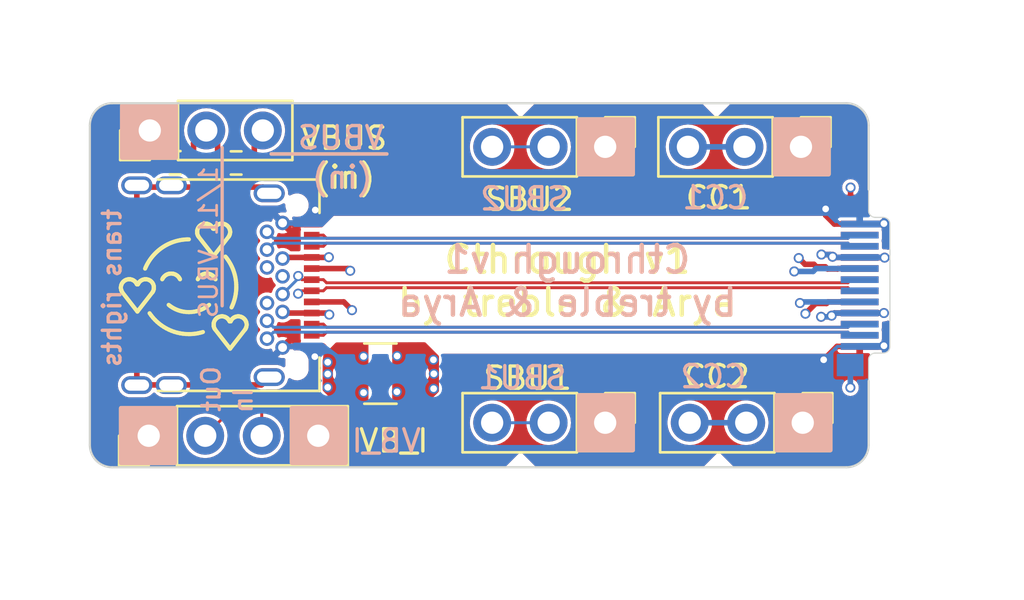
<source format=kicad_pcb>
(kicad_pcb (version 20221018) (generator pcbnew)
  (layers (0 "F.Cu" signal) (1 "In1.Cu" signal) (2 "In2.Cu" signal) (3 "In3.Cu" signal) (4 "In4.Cu" signal) (31 "B.Cu" signal) (34 "B.Paste" user) (35 "F.Paste" user) (36 "B.SilkS" user "B.Silkscreen") (37 "F.SilkS" user "F.Silkscreen") (38 "B.Mask" user) (39 "F.Mask" user) (44 "Edge.Cuts" user))
  (net 0 "")
  (net 1 "/SBU1")
  (net 2 "/SBU2")
  (net 3 "/CC1")
  (net 4 "/CC2")
  (net 5 "GND")
  (net 6 "/TX1+")
  (net 7 "/TX1-")
  (net 8 "VBUS")
  (net 9 "/D+")
  (net 10 "/D-")
  (net 11 "/RX2-")
  (net 12 "/RX2+")
  (net 13 "/TX2+")
  (net 14 "/TX2-")
  (net 15 "/RX1-")
  (net 16 "/RX1+")
  (net 17 "Net-(J1-SHIELD)")
  (net 18 "Net-(J2-Pin_2)")
  (net 19 "Net-(J2-Pin_3)")
  (net 20 "/VBUS_IN")
  (net 21 "Net-(J7-Pin_2)")
  (footprint "USBCPASSTHRU.kicad_pcb:Shunt" (layer "F.Cu") (at 149.098 113.792 180)
    (fp_text reference "R1" hide)
    (fp_text value "R_Shunt")
  )
  (footprint "Connector_PinHeader_2.54mm:PinHeader_1x03_P2.54mm_Vertical" (layer "F.Cu") (at 159.2 103.6 -90)
    (fp_text reference "J6" hide)
    (fp_text value "SBU2")
  )
  (footprint "Connector_PinHeader_2.54mm:PinHeader_1x03_P2.54mm_Vertical" (layer "F.Cu") (at 168 103.6 -90)
    (fp_text reference "J3" hide)
    (fp_text value "CC1")
  )
  (footprint "Connector_PinHeader_2.54mm:PinHeader_1x03_P2.54mm_Vertical" (layer "F.Cu") (at 138.732 102.864 90)
    (fp_text reference "J7" hide)
    (fp_text value "VBUS")
  )
  (footprint "Resistor_SMD:R_0603_1608Metric" (layer "F.Cu") (at 139.874 104.314 180)
    (fp_text reference "R3" hide)
    (fp_text value "10K")
  )
  (footprint "Connector_PinHeader_2.54mm:PinHeader_1x03_P2.54mm_Vertical" (layer "F.Cu") (at 159.2 116 -90)
    (fp_text reference "J5" hide)
    (fp_text value "SBU1")
  )
  (footprint "Connector_PinHeader_2.54mm:PinHeader_1x03_P2.54mm_Vertical" (layer "F.Cu") (at 168.08 116 -90)
    (fp_text reference "J4" hide)
    (fp_text value "CC2")
  )
  (footprint "Resistor_SMD:R_0603_1608Metric" (layer "F.Cu") (at 142.614 104.324 180)
    (fp_text reference "R2" hide)
    (fp_text value "100K")
  )
  (footprint "Connector_USB:USB_C_Receptacle_Amphenol_12401548E4-2A" (layer "F.Cu") (at 140.99 109.82 -90)
    (fp_text reference "J1" hide)
    (fp_text value "USB_C_Receptacle")
  )
  (footprint "Connector_PinHeader_2.54mm:PinHeader_1x04_P2.54mm_Vertical" (layer "F.Cu") (at 138.684 116.586 90)
    (fp_text reference "J2" hide)
    (fp_text value "SHUT")
  )
  (footprint "USBCPASSTHRU.kicad_pcb:USB_C_Plug_Molex_105444" (layer "F.Cu") (at 171.04 109.82 -90)
    (fp_text reference "P1" hide)
    (fp_text value "USB_C_Plug")
    (fp_line (start -3.35 0) (end -4.3 0) (stroke (width 0.05)) (layer "Edge.Cuts"))
    (fp_line (start -3.05 -0.66) (end -3.05 -0.3) (stroke (width 0.05)) (layer "Edge.Cuts"))
    (fp_line (start -2.75 -0.96) (end 2.75 -0.96) (stroke (width 0.05)) (layer "Edge.Cuts"))
    (fp_line (start 3.05 -0.66) (end 3.05 -0.3) (stroke (width 0.05)) (layer "Edge.Cuts"))
    (fp_line (start 3.35 0) (end 4.3 0) (stroke (width 0.05)) (layer "Edge.Cuts"))
    (fp_arc (start -3.05 -0.66) (mid -2.962132 -0.872132) (end -2.75 -0.96) (stroke (width 0.05)) (layer "Edge.Cuts"))
    (fp_arc (start -3.05 -0.3) (mid -3.137868 -0.087868) (end -3.35 0) (stroke (width 0.05)) (layer "Edge.Cuts"))
    (fp_arc (start 2.75 -0.96) (mid 2.962132 -0.872132) (end 3.05 -0.66) (stroke (width 0.05)) (layer "Edge.Cuts"))
    (fp_arc (start 3.35 0) (mid 3.137868 -0.087868) (end 3.05 -0.3) (stroke (width 0.05)) (layer "Edge.Cuts"))
  )
  (gr_line (start 141.986 110.744) (end 141.986 103.632) (stroke (width 0.15)) (layer "B.SilkS"))
  (gr_line (start 149.39 103.92) (end 144.19 103.92) (stroke (width 0.15)) (layer "B.SilkS"))
  (gr_line (start 142.569517 111.244659) (end 142.55295 111.251784) (stroke (width 0.1)) (layer "F.SilkS"))
  (gr_line (start 137.914868 109.566454) (end 137.897501 109.561743) (stroke (width 0.1)) (layer "F.SilkS"))
  (gr_line (start 141.612283 111.49887) (end 141.608096 111.517015) (stroke (width 0.185208)) (layer "F.SilkS"))
  (gr_line (start 139.513729 109.331909) (end 139.495392 109.340569) (stroke (width 0.185208)) (layer "F.SilkS"))
  (gr_line (start 138.094645 109.683853) (end 138.082374 109.670019) (stroke (width 0.1)) (layer "F.SilkS"))
  (gr_line (start 141.607729 107.280618) (end 141.606186 107.280881) (stroke (width 0.185208)) (layer "F.SilkS"))
  (gr_line (start 141.092814 109.340569) (end 141.074965 109.350031) (stroke (width 0.185208)) (layer "F.SilkS"))
  (gr_line (start 141.107263 107.072914) (end 141.089485 107.079872) (stroke (width 0.1)) (layer "F.SilkS"))
  (gr_line (start 141.191043 110.845311) (end 141.136253 110.874631) (stroke (width 0.185208)) (layer "F.SilkS"))
  (gr_line (start 137.981504 109.593395) (end 137.965333 109.585467) (stroke (width 0.1)) (layer "F.SilkS"))
  (gr_line (start 137.808321 109.550659) (end 137.789021 109.551148) (stroke (width 0.185208)) (layer "F.SilkS"))
  (gr_line (start 142.29861 107.603276) (end 142.307267 107.58626) (stroke (width 0.1)) (layer "F.SilkS"))
  (gr_line (start 140.081728 109.533827) (end 140.071159 109.514201) (stroke (width 0.185208)) (layer "F.SilkS"))
  (gr_line (start 142.36145 111.442264) (end 142.360153 111.443151) (stroke (width 0.1)) (layer "F.SilkS"))
  (gr_line (start 138.145872 109.763121) (end 138.139867 109.751056) (stroke (width 0.185208)) (layer "F.SilkS"))
  (gr_line (start 142.382355 111.409527) (end 142.380128 111.41357) (stroke (width 0.1)) (layer "F.SilkS"))
  (gr_line (start 142.353082 111.446582) (end 142.351596 111.447062) (stroke (width 0.185208)) (layer "F.SilkS"))
  (gr_line (start 140.572067 112.015568) (end 140.490138 112.017115) (stroke (width 0.185208)) (layer "F.SilkS"))
  (gr_line (start 141.603126 107.281183) (end 141.60155 107.28122) (stroke (width 0.1)) (layer "F.SilkS"))
  (gr_line (start 142.054886 111.225803) (end 142.041938 111.223265) (stroke (width 0.185208)) (layer "F.SilkS"))
  (gr_line (start 143.050183 111.435746) (end 143.042257 111.419511) (stroke (width 0.1)) (layer "F.SilkS"))
  (gr_line (start 141.580587 107.273522) (end 141.579567 107.272623) (stroke (width 0.1)) (layer "F.SilkS"))
  (gr_line (start 138.610852 109.556655) (end 138.592919 109.55379) (stroke (width 0.185208)) (layer "F.SilkS"))
  (gr_line (start 138.158675 109.776992) (end 138.157513 109.776271) (stroke (width 0.1)) (layer "F.SilkS"))
  (gr_line (start 141.575077 107.26753) (end 141.574309 107.266402) (stroke (width 0.1)) (layer "F.SilkS"))
  (gr_line (start 138.146496 109.764347) (end 138.145872 109.763121) (stroke (width 0.185208)) (layer "F.SilkS"))
  (gr_line (start 143.023155 111.797744) (end 143.033231 111.781526) (stroke (width 0.185208)) (layer "F.SilkS"))
  (gr_line (start 142.388019 111.399589) (end 142.383669 111.407047) (stroke (width 0.185208)) (layer "F.SilkS"))
  (gr_line (start 141.60625 107.280881) (end 141.604694 107.281069) (stroke (width 0.1)) (layer "F.SilkS"))
  (gr_line (start 141.933251 107.052006) (end 141.91537 107.054154) (stroke (width 0.1)) (layer "F.SilkS"))
  (gr_line (start 138.153148 109.772926) (end 138.152167 109.771985) (stroke (width 0.185208)) (layer "F.SilkS"))
  (gr_line (start 141.586224 107.277353) (end 141.585029 107.27668) (stroke (width 0.1)) (layer "F.SilkS"))
  (gr_line (start 143.057308 111.452312) (end 143.050183 111.435746) (stroke (width 0.1)) (layer "F.SilkS"))
  (gr_line (start 138.901933 109.819438) (end 138.896436 109.802304) (stroke (width 0.1)) (layer "F.SilkS"))
  (gr_line (start 142.189201 108.602645) (end 142.241802 108.675222) (stroke (width 0.185208)) (layer "F.SilkS"))
  (gr_line (start 141.12055 111.92227) (end 141.045266 111.944045) (stroke (width 0.185208)) (layer "F.SilkS"))
  (gr_line (start 137.962154 109.583342) (end 137.950182 109.578212) (stroke (width 0.185208)) (layer "F.SilkS"))
  (gr_line (start 142.950927 111.30549) (end 142.936139 111.293704) (stroke (width 0.1)) (layer "F.SilkS"))
  (gr_line (start 141.323855 107.061431) (end 141.306268 107.057552) (stroke (width 0.1)) (layer "F.SilkS"))
  (gr_line (start 142.431438 110.764743) (end 142.406497 110.817863) (stroke (width 0.185208)) (layer "F.SilkS"))
  (gr_line (start 142.077398 107.06634) (end 142.059575 107.061411) (stroke (width 0.1)) (layer "F.SilkS"))
  (gr_line (start 141.352037 107.068893) (end 141.339529 107.06503) (stroke (width 0.185208)) (layer "F.SilkS"))
  (gr_line (start 143.073791 111.503683) (end 143.069119 111.486313) (stroke (width 0.1)) (layer "F.SilkS"))
  (gr_line (start 141.638659 107.247417) (end 141.634655 107.255071) (stroke (width 0.185208)) (layer "F.SilkS"))
  (gr_line (start 142.179871 111.278444) (end 142.164486 111.268974) (stroke (width 0.1)) (layer "F.SilkS"))
  (gr_line (start 138.194198 109.77538) (end 138.192901 109.776266) (stroke (width 0.185208)) (layer "F.SilkS"))
  (gr_line (start 143.084043 111.611031) (end 143.08449 111.592929) (stroke (width 0.1)) (layer "F.SilkS"))
  (gr_line (start 138.369531 109.592837) (end 138.353662 109.601557) (stroke (width 0.1)) (layer "F.SilkS"))
  (gr_line (start 141.596737 107.280867) (end 141.595155 107.28059) (stroke (width 0.185208)) (layer "F.SilkS"))
  (gr_line (start 142.568427 109.419105) (end 142.586766 109.510191) (stroke (width 0.185208)) (layer "F.SilkS"))
  (gr_line (start 137.965333 109.585467) (end 137.948816 109.578327) (stroke (width 0.1)) (layer "F.SilkS"))
  (gr_line (start 141.608096 111.517015) (end 141.604799 111.535484) (stroke (width 0.185208)) (layer "F.SilkS"))
  (gr_line (start 137.435081 109.962529) (end 137.437331 109.980778) (stroke (width 0.1)) (layer "F.SilkS"))
  (gr_line (start 142.0236 107.054281) (end 142.005513 107.052065) (stroke (width 0.1)) (layer "F.SilkS"))
  (gr_line (start 138.210765 109.750764) (end 138.208638 109.75486) (stroke (width 0.1)) (layer "F.SilkS"))
  (gr_line (start 138.165723 109.780106) (end 138.164166 109.779585) (stroke (width 0.1)) (layer "F.SilkS"))
  (gr_line (start 141.080519 110.901401) (end 141.023927 110.925622) (stroke (width 0.185208)) (layer "F.SilkS"))
  (gr_line (start 138.779118 109.634594) (end 138.763839 109.622807) (stroke (width 0.185208)) (layer "F.SilkS"))
  (gr_line (start 142.32981 111.445854) (end 142.328284 111.445164) (stroke (width 0.1)) (layer "F.SilkS"))
  (gr_line (start 140.490137 111.02888) (end 140.369315 111.023781) (stroke (width 0.185208)) (layer "F.SilkS"))
  (gr_line (start 142.367269 111.436881) (end 142.366204 111.438081) (stroke (width 0.1)) (layer "F.SilkS"))
  (gr_line (start 137.826145 109.551326) (end 137.807991 109.550884) (stroke (width 0.1)) (layer "F.SilkS"))
  (gr_line (start 138.911121 109.993738) (end 138.913986 109.975805) (stroke (width 0.185208)) (layer "F.SilkS"))
  (gr_line (start 137.613847 109.604966) (end 137.59863 109.614722) (stroke (width 0.185208)) (layer "F.SilkS"))
  (gr_line (start 138.152232 109.771994) (end 138.151291 109.771014) (stroke (width 0.1)) (layer "F.SilkS"))
  (gr_line (start 138.66052 108.796195) (end 138.70153 108.730325) (stroke (width 0.185208)) (layer "F.SilkS"))
  (gr_line (start 137.807991 109.550884) (end 137.789774 109.551328) (stroke (width 0.1)) (layer "F.SilkS"))
  (gr_line (start 141.577581 107.270701) (end 141.576681 107.269681) (stroke (width 0.185208)) (layer "F.SilkS"))
  (gr_line (start 142.129342 111.250217) (end 142.11737 111.245087) (stroke (width 0.185208)) (layer "F.SilkS"))
  (gr_line (start 142.339219 111.44825) (end 142.337635 111.448054) (stroke (width 0.1)) (layer "F.SilkS"))
  (gr_line (start 139.844022 110.874631) (end 139.789232 110.845311) (stroke (width 0.185208)) (layer "F.SilkS"))
  (gr_line (start 142.497573 110.60076) (end 142.477001 110.656168) (stroke (width 0.185208)) (layer "F.SilkS"))
  (gr_line (start 138.15861 109.776983) (end 138.157448 109.776262) (stroke (width 0.185208)) (layer "F.SilkS"))
  (gr_line (start 138.069191 109.656059) (end 138.059681 109.647133) (stroke (width 0.185208)) (layer "F.SilkS"))
  (gr_line (start 138.90086 109.815373) (end 138.895172 109.798259) (stroke (width 0.185208)) (layer "F.SilkS"))
  (gr_line (start 141.553913 107.229128) (end 141.543623 107.213262) (stroke (width 0.1)) (layer "F.SilkS"))
  (gr_line (start 141.697897 111.340423) (end 141.68611 111.354032) (stroke (width 0.185208)) (layer "F.SilkS"))
  (gr_line (start 139.107652 108.266923) (end 139.167307 108.217808) (stroke (width 0.185208)) (layer "F.SilkS"))
  (gr_line (start 137.735059 109.558089) (end 137.716905 109.56219) (stroke (width 0.1)) (layer "F.SilkS"))
  (gr_line (start 140.861412 107.389538) (end 140.860094 107.407597) (stroke (width 0.1)) (layer "F.SilkS"))
  (gr_line (start 141.620617 107.275077) (end 141.619319 107.275963) (stroke (width 0.1)) (layer "F.SilkS"))
  (gr_line (start 137.486647 110.118424) (end 137.491092 110.125662) (stroke (width 0.1)) (layer "F.SilkS"))
  (gr_line (start 141.61799 109.443228) (end 141.603445 109.427437) (stroke (width 0.185208)) (layer "F.SilkS"))
  (gr_line (start 138.768952 109.626829) (end 138.753441 109.6157) (stroke (width 0.1)) (layer "F.SilkS"))
  (gr_line (start 142.577364 110.313512) (end 142.564563 110.372242) (stroke (width 0.185208)) (layer "F.SilkS"))
  (gr_line (start 140.861619 107.463819) (end 140.863145 107.47651) (stroke (width 0.185208)) (layer "F.SilkS"))
  (gr_line (start 142.028863 111.221183) (end 142.015672 111.219562) (stroke (width 0.185208)) (layer "F.SilkS"))
  (gr_line (start 142.399779 111.381339) (end 142.389338 111.397565) (stroke (width 0.1)) (layer "F.SilkS"))
  (gr_line (start 142.190193 107.122495) (end 142.174337 107.111495) (stroke (width 0.185208)) (layer "F.SilkS"))
  (gr_line (start 142.444311 111.327293) (end 142.431307 111.341025) (stroke (width 0.185208)) (layer "F.SilkS"))
  (gr_line (start 141.054729 107.096617) (end 141.038208 107.106183) (stroke (width 0.1)) (layer "F.SilkS"))
  (gr_line (start 138.239921 109.703938) (end 138.234899 109.710968) (stroke (width 0.185208)) (layer "F.SilkS"))
  (gr_line (start 141.918392 111.221858) (end 141.899923 111.225157) (stroke (width 0.185208)) (layer "F.SilkS"))
  (gr_line (start 141.59522 107.28059) (end 141.593644 107.280233) (stroke (width 0.1)) (layer "F.SilkS"))
  (gr_line (start 138.203772 109.764619) (end 138.202941 109.766052) (stroke (width 0.1)) (layer "F.SilkS"))
  (gr_line (start 141.661168 111.388246) (end 141.651698 111.403631) (stroke (width 0.1)) (layer "F.SilkS"))
  (gr_line (start 142.141571 107.092264) (end 142.124726 107.084022) (stroke (width 0.185208)) (layer "F.SilkS"))
  (gr_line (start 141.601591 108.505325) (end 142.267517 107.651699) (stroke (width 0.1)) (layer "F.SilkS"))
  (gr_line (start 138.901253 110.034152) (end 138.906183 110.016329) (stroke (width 0.1)) (layer "F.SilkS"))
  (gr_line (start 142.148692 111.26027) (end 142.13252 111.252342) (stroke (width 0.1)) (layer "F.SilkS"))
  (gr_line (start 138.148658 109.767833) (end 138.14789 109.766705) (stroke (width 0.185208)) (layer "F.SilkS"))
  (gr_line (start 138.232592 109.714464) (end 138.222151 109.73069) (stroke (width 0.1)) (layer "F.SilkS"))
  (gr_line (start 142.336796 107.354068) (end 142.332958 107.336496) (stroke (width 0.1)) (layer "F.SilkS"))
  (gr_line (start 143.050629 111.748133) (end 143.057962 111.731025) (stroke (width 0.185208)) (layer "F.SilkS"))
  (gr_line (start 138.267917 109.670108) (end 138.255508 109.684165) (stroke (width 0.1)) (layer "F.SilkS"))
  (gr_line (start 142.236693 111.323761) (end 142.223258 111.311338) (stroke (width 0.1)) (layer "F.SilkS"))
  (gr_line (start 141.576746 107.269681) (end 141.575889 107.268624) (stroke (width 0.1)) (layer "F.SilkS"))
  (gr_line (start 140.96557 109.436849) (end 140.952433 109.451922) (stroke (width 0.185208)) (layer "F.SilkS"))
  (gr_line (start 140.867481 107.501661) (end 140.870286 107.514099) (stroke (width 0.185208)) (layer "F.SilkS"))
  (gr_line (start 138.19163 109.777097) (end 138.190259 109.777851) (stroke (width 0.1)) (layer "F.SilkS"))
  (gr_line (start 137.487725 110.120295) (end 137.50921 110.151984) (stroke (width 0.185208)) (layer "F.SilkS"))
  (gr_line (start 141.911433 107.054553) (end 141.893727 107.057729) (stroke (width 0.185208)) (layer "F.SilkS"))
  (gr_line (start 141.302072 109.29431) (end 141.280797 109.294171) (stroke (width 0.185208)) (layer "F.SilkS"))
  (gr_line (start 141.008897 109.395456) (end 140.993825 109.408593) (stroke (width 0.185208)) (layer "F.SilkS"))
  (gr_line (start 138.117269 109.713574) (end 138.106288 109.698375) (stroke (width 0.1)) (layer "F.SilkS"))
  (gr_line (start 142.52035 109.241364) (end 142.546259 109.329466) (stroke (width 0.185208)) (layer "F.SilkS"))
  (gr_line (start 139.72582 109.29548) (end 139.70465 109.29431) (stroke (width 0.185208)) (layer "F.SilkS"))
  (gr_line (start 142.760106 111.220665) (end 142.742106 111.218678) (stroke (width 0.185208)) (layer "F.SilkS"))
  (gr_line (start 141.575889 107.268624) (end 141.575077 107.26753) (stroke (width 0.1)) (layer "F.SilkS"))
  (gr_line (start 142.91517 111.278683) (end 142.898952 111.268607) (stroke (width 0.185208)) (layer "F.SilkS"))
  (gr_line (start 138.349873 109.603581) (end 138.334402 109.613355) (stroke (width 0.185208)) (layer "F.SilkS"))
  (gr_line (start 140.130416 110.982988) (end 140.071764 110.966416) (stroke (width 0.185208)) (layer "F.SilkS"))
  (gr_line (start 142.55295 111.251784) (end 142.536716 111.25971) (stroke (width 0.1)) (layer "F.SilkS"))
  (gr_line (start 143.00835 111.818887) (end 143.029834 111.787197) (stroke (width 0.1)) (layer "F.SilkS"))
  (gr_line (start 143.084273 111.606647) (end 143.084519 111.588614) (stroke (width 0.185208)) (layer "F.SilkS"))
  (gr_line (start 142.350154 111.44747) (end 142.348627 111.447805) (stroke (width 0.1)) (layer "F.SilkS"))
  (gr_line (start 140.071764 110.966416) (end 140.013713 110.947294) (stroke (width 0.185208)) (layer "F.SilkS"))
  (gr_line (start 141.055906 107.095622) (end 141.040201 107.104654) (stroke (width 0.185208)) (layer "F.SilkS"))
  (gr_line (start 141.6007 111.605447) (end 141.601359 111.618253) (stroke (width 0.185208)) (layer "F.SilkS"))
  (gr_line (start 137.938022 109.573498) (end 137.925683 109.569206) (stroke (width 0.185208)) (layer "F.SilkS"))
  (gr_line (start 138.913986 109.975805) (end 138.915973 109.957805) (stroke (width 0.185208)) (layer "F.SilkS"))
  (gr_line (start 142.501589 111.28023) (end 142.486546 111.290805) (stroke (width 0.185208)) (layer "F.SilkS"))
  (gr_line (start 142.261833 111.350728) (end 142.249562 111.336894) (stroke (width 0.1)) (layer "F.SilkS"))
  (gr_line (start 138.15987 109.777665) (end 138.158675 109.776992) (stroke (width 0.1)) (layer "F.SilkS"))
  (gr_line (start 142.282322 107.630556) (end 142.292398 107.614338) (stroke (width 0.185208)) (layer "F.SilkS"))
  (gr_line (start 140.086943 111.979005) (end 139.957843 111.950061) (stroke (width 0.185208)) (layer "F.SilkS"))
  (gr_line (start 138.150327 109.769985) (end 138.14947 109.768927) (stroke (width 0.185208)) (layer "F.SilkS"))
  (gr_line (start 137.491092 110.125662) (end 137.495701 110.132797) (stroke (width 0.1)) (layer "F.SilkS"))
  (gr_line (start 142.333726 107.511259) (end 142.337474 107.493425) (stroke (width 0.185208)) (layer "F.SilkS"))
  (gr_line (start 141.482425 107.144151) (end 141.468455 107.132449) (stroke (width 0.1)) (layer "F.SilkS"))
  (gr_line (start 140.860094 107.407597) (end 140.859651 107.425751) (stroke (width 0.1)) (layer "F.SilkS"))
  (gr_line (start 141.645439 111.77053) (end 141.649553 111.777963) (stroke (width 0.1)) (layer "F.SilkS"))
  (gr_line (start 140.917446 107.625349) (end 140.922055 107.632485) (stroke (width 0.1)) (layer "F.SilkS"))
  (gr_line (start 141.274838 107.052374) (end 141.261542 107.051222) (stroke (width 0.185208)) (layer "F.SilkS"))
  (gr_line (start 142.960814 111.313881) (end 142.946305 111.301469) (stroke (width 0.185208)) (layer "F.SilkS"))
  (gr_line (start 143.081173 111.642679) (end 143.083159 111.62468) (stroke (width 0.185208)) (layer "F.SilkS"))
  (gr_line (start 141.628401 107.267116) (end 141.627447 107.268434) (stroke (width 0.1)) (layer "F.SilkS"))
  (gr_line (start 138.192901 109.776266) (end 138.191565 109.777088) (stroke (width 0.185208)) (layer "F.SilkS"))
  (gr_line (start 141.508728 107.169707) (end 141.495859 107.156573) (stroke (width 0.1)) (layer "F.SilkS"))
  (gr_line (start 137.434171 109.951378) (end 137.435265 109.964132) (stroke (width 0.185208)) (layer "F.SilkS"))
  (gr_line (start 141.364376 107.073186) (end 141.352037 107.068893) (stroke (width 0.185208)) (layer "F.SilkS"))
  (gr_line (start 139.049838 108.31813) (end 139.107652 108.266923) (stroke (width 0.185208)) (layer "F.SilkS"))
  (gr_line (start 138.485079 109.554866) (end 138.467373 109.558042) (stroke (width 0.185208)) (layer "F.SilkS"))
  (gr_line (start 143.078308 111.660613) (end 143.081173 111.642679) (stroke (width 0.185208)) (layer "F.SilkS"))
  (gr_line (start 140.914079 107.619983) (end 140.935563 107.651672) (stroke (width 0.185208)) (layer "F.SilkS"))
  (gr_line (start 141.504751 107.165019) (end 141.495545 107.155749) (stroke (width 0.185208)) (layer "F.SilkS"))
  (gr_line (start 141.586159 107.277353) (end 141.584964 107.27668) (stroke (width 0.185208)) (layer "F.SilkS"))
  (gr_line (start 141.764541 107.11075) (end 141.749499 107.121034) (stroke (width 0.1)) (layer "F.SilkS"))
  (gr_line (start 141.323242 109.29548) (end 141.302072 109.29431) (stroke (width 0.185208)) (layer "F.SilkS"))
  (gr_line (start 137.569759 109.636314) (end 137.556151 109.648103) (stroke (width 0.185208)) (layer "F.SilkS"))
  (gr_line (start 142.314422 111.432426) (end 142.313749 111.431231) (stroke (width 0.1)) (layer "F.SilkS"))
  (gr_line (start 141.86398 111.234401) (end 141.846554 111.240298) (stroke (width 0.185208)) (layer "F.SilkS"))
  (gr_line (start 141.495859 107.156573) (end 141.482425 107.144151) (stroke (width 0.1)) (layer "F.SilkS"))
  (gr_line (start 138.196668 109.773414) (end 138.195455 109.774428) (stroke (width 0.185208)) (layer "F.SilkS"))
  (gr_line (start 138.167226 109.780536) (end 138.165658 109.780097) (stroke (width 0.185208)) (layer "F.SilkS"))
  (gr_line (start 138.151291 109.771014) (end 138.150392 109.769994) (stroke (width 0.1)) (layer "F.SilkS"))
  (gr_line (start 142.175132 111.274763) (end 142.16402 111.268036) (stroke (width 0.185208)) (layer "F.SilkS"))
  (gr_line (start 138.720482 109.59565) (end 138.703466 109.586994) (stroke (width 0.1)) (layer "F.SilkS"))
  (gr_line (start 142.407108 111.370812) (end 142.402086 111.377842) (stroke (width 0.185208)) (layer "F.SilkS"))
  (gr_line (start 138.747983 109.611808) (end 138.731765 109.601732) (stroke (width 0.185208)) (layer "F.SilkS"))
  (gr_line (start 142.041632 107.057394) (end 142.0236 107.054281) (stroke (width 0.1)) (layer "F.SilkS"))
  (gr_line (start 138.915973 109.957805) (end 138.917086 109.939772) (stroke (width 0.185208)) (layer "F.SilkS"))
  (gr_line (start 140.870286 107.514099) (end 140.873511 107.52643) (stroke (width 0.185208)) (layer "F.SilkS"))
  (gr_line (start 140.249179 111.008484) (end 140.189583 110.997011) (stroke (width 0.185208)) (layer "F.SilkS"))
  (gr_line (start 141.600967 111.5733) (end 141.60048 111.592599) (stroke (width 0.185208)) (layer "F.SilkS"))
  (gr_line (start 141.658279 111.792537) (end 141.662888 111.799672) (stroke (width 0.1)) (layer "F.SilkS"))
  (gr_line (start 141.637118 107.250452) (end 141.634992 107.254548) (stroke (width 0.1)) (layer "F.SilkS"))
  (gr_line (start 142.141114 111.255757) (end 142.129342 111.250217) (stroke (width 0.185208)) (layer "F.SilkS"))
  (gr_line (start 142.710133 111.217477) (end 142.692072 111.217903) (stroke (width 0.1)) (layer "F.SilkS"))
  (gr_line (start 137.43378 109.906425) (end 137.433293 109.925725) (stroke (width 0.185208)) (layer "F.SilkS"))
  (gr_line (start 138.199017 109.771206) (end 138.197899 109.772345) (stroke (width 0.1)) (layer "F.SilkS"))
  (gr_line (start 138.574919 109.551804) (end 138.556886 109.55069) (stroke (width 0.185208)) (layer "F.SilkS"))
  (gr_line (start 140.005766 107.812643) (end 140.084104 107.79598) (stroke (width 0.185208)) (layer "F.SilkS"))
  (gr_line (start 140.90872 107.610776) (end 140.913001 107.618112) (stroke (width 0.1)) (layer "F.SilkS"))
  (gr_line (start 142.224151 107.150712) (end 142.210094 107.138303) (stroke (width 0.1)) (layer "F.SilkS"))
  (gr_line (start 141.576681 107.269681) (end 141.575825 107.268624) (stroke (width 0.185208)) (layer "F.SilkS"))
  (gr_line (start 143.062358 111.465133) (end 143.055843 111.448282) (stroke (width 0.185208)) (layer "F.SilkS"))
  (gr_line (start 141.445169 107.114686) (end 141.434298 107.107576) (stroke (width 0.185208)) (layer "F.SilkS"))
  (gr_line (start 137.71459 109.562471) (end 137.696793 109.567526) (stroke (width 0.185208)) (layer "F.SilkS"))
  (gr_line (start 139.309585 109.517992) (end 139.300121 109.535841) (stroke (width 0.185208)) (layer "F.SilkS"))
  (gr_line (start 140.91725 109.500653) (end 140.907007 109.517992) (stroke (width 0.185208)) (layer "F.SilkS"))
  (gr_line (start 141.733451 111.306284) (end 141.719618 111.318555) (stroke (width 0.1)) (layer "F.SilkS"))
  (gr_line (start 142.853385 111.246154) (end 142.835901 111.239377) (stroke (width 0.1)) (layer "F.SilkS"))
  (gr_line (start 138.056071 109.644463) (end 138.042101 109.632762) (stroke (width 0.1)) (layer "F.SilkS"))
  (gr_line (start 138.8752 110.098103) (end 138.883442 110.081258) (stroke (width 0.185208)) (layer "F.SilkS"))
  (gr_line (start 137.433739 109.94428) (end 137.435081 109.962529) (stroke (width 0.1)) (layer "F.SilkS"))
  (gr_line (start 143.013746 111.373127) (end 143.002691 111.358547) (stroke (width 0.1)) (layer "F.SilkS"))
  (gr_line (start 142.337846 108.827049) (end 142.381109 108.906121) (stroke (width 0.185208)) (layer "F.SilkS"))
  (gr_line (start 141.736947 111.303189) (end 141.723339 111.314978) (stroke (width 0.185208)) (layer "F.SilkS"))
  (gr_line (start 140.875997 107.534898) (end 140.881992 107.552833) (stroke (width 0.1)) (layer "F.SilkS"))
  (gr_line (start 138.906604 109.836808) (end 138.901933 109.819438) (stroke (width 0.1)) (layer "F.SilkS"))
  (gr_line (start 140.907007 109.517992) (end 140.897543 109.535841) (stroke (width 0.185208)) (layer "F.SilkS"))
  (gr_line (start 142.273475 111.36525) (end 142.261833 111.350728) (stroke (width 0.1)) (layer "F.SilkS"))
  (gr_line (start 140.875223 107.318874) (end 140.870512 107.336241) (stroke (width 0.1)) (layer "F.SilkS"))
  (gr_line (start 143.024031 111.38817) (end 143.013746 111.373127) (stroke (width 0.1)) (layer "F.SilkS"))
  (gr_line (start 142.301554 107.59779) (end 142.309796 107.580946) (stroke (width 0.185208)) (layer "F.SilkS"))
  (gr_line (start 139.590096 111.818165) (end 139.474902 111.76005) (stroke (width 0.185208)) (layer "F.SilkS"))
  (gr_line (start 139.555539 109.315805) (end 139.534541 109.323285) (stroke (width 0.185208)) (layer "F.SilkS"))
  (gr_line (start 142.36828 111.435622) (end 142.367269 111.436881) (stroke (width 0.1)) (layer "F.SilkS"))
  (gr_line (start 137.543127 109.660522) (end 137.530709 109.673548) (stroke (width 0.185208)) (layer "F.SilkS"))
  (gr_line (start 141.993332 111.218201) (end 141.975179 111.217759) (stroke (width 0.1)) (layer "F.SilkS"))
  (gr_line (start 138.415373 109.572605) (end 138.398521 109.579121) (stroke (width 0.185208)) (layer "F.SilkS"))
  (gr_line (start 141.603445 109.427437) (end 141.588214 109.412456) (stroke (width 0.185208)) (layer "F.SilkS"))
  (gr_line (start 141.62923 107.26574) (end 141.628336 107.267116) (stroke (width 0.185208)) (layer "F.SilkS"))
  (gr_line (start 141.622825 111.72002) (end 141.629783 111.737798) (stroke (width 0.1)) (layer "F.SilkS"))
  (gr_line (start 137.497334 109.716031) (end 137.487579 109.731248) (stroke (width 0.185208)) (layer "F.SilkS"))
  (gr_line (start 142.931026 111.289682) (end 142.91517 111.278683) (stroke (width 0.185208)) (layer "F.SilkS"))
  (gr_line (start 143.068047 111.482248) (end 143.062358 111.465133) (stroke (width 0.185208)) (layer "F.SilkS"))
  (gr_line (start 141.391687 107.085155) (end 141.37517 107.078015) (stroke (width 0.1)) (layer "F.SilkS"))
  (gr_line (start 138.966112 111.375109) (end 138.87962 111.281078) (stroke (width 0.185208)) (layer "F.SilkS"))
  (gr_line (start 141.140944 107.062159) (end 141.123147 107.067214) (stroke (width 0.185208)) (layer "F.SilkS"))
  (gr_line (start 137.459323 110.062996) (end 137.464199 110.074797) (stroke (width 0.185208)) (layer "F.SilkS"))
  (gr_line (start 142.217066 111.305435) (end 142.20698 111.297216) (stroke (width 0.185208)) (layer "F.SilkS"))
  (gr_line (start 137.973927 109.588881) (end 137.962154 109.583342) (stroke (width 0.185208)) (layer "F.SilkS"))
  (gr_line (start 141.179631 107.054607) (end 141.161414 107.057777) (stroke (width 0.1)) (layer "F.SilkS"))
  (gr_line (start 141.538332 107.2054) (end 141.530444 107.194822) (stroke (width 0.185208)) (layer "F.SilkS"))
  (gr_line (start 141.588912 107.278667) (end 141.587386 107.277977) (stroke (width 0.185208)) (layer "F.SilkS"))
  (gr_line (start 139.495392 109.340569) (end 139.477543 109.350031) (stroke (width 0.185208)) (layer "F.SilkS"))
  (gr_line (start 138.14717 109.765542) (end 138.146496 109.764347) (stroke (width 0.185208)) (layer "F.SilkS"))
  (gr_line (start 141.899923 111.225157) (end 141.881778 111.229346) (stroke (width 0.185208)) (layer "F.SilkS"))
  (gr_line (start 141.654767 111.398123) (end 141.645737 111.413829) (stroke (width 0.185208)) (layer "F.SilkS"))
  (gr_line (start 140.913001 107.618112) (end 140.917446 107.625349) (stroke (width 0.1)) (layer "F.SilkS"))
  (gr_line (start 140.047454 109.47718) (end 140.034391 109.459813) (stroke (width 0.185208)) (layer "F.SilkS"))
  (gr_line (start 141.238075 109.297048) (end 141.2167 109.300091) (stroke (width 0.185208)) (layer "F.SilkS"))
  (gr_line (start 139.956348 110.925622) (end 139.899756 110.901401) (stroke (width 0.185208)) (layer "F.SilkS"))
  (gr_line (start 142.795873 111.227279) (end 142.778039 111.22353) (stroke (width 0.185208)) (layer "F.SilkS"))
  (gr_line (start 143.012156 111.813599) (end 143.023155 111.797744) (stroke (width 0.185208)) (layer "F.SilkS"))
  (gr_line (start 138.912911 109.867965) (end 138.909735 109.850259) (stroke (width 0.185208)) (layer "F.SilkS"))
  (gr_line (start 138.182902 109.780585) (end 138.181375 109.780921) (stroke (width 0.185208)) (layer "F.SilkS"))
  (gr_line (start 141.216128 107.051015) (end 141.19788 107.052357) (stroke (width 0.1)) (layer "F.SilkS"))
  (gr_line (start 141.703477 107.160105) (end 141.690474 107.173837) (stroke (width 0.185208)) (layer "F.SilkS"))
  (gr_line (start 141.34427 109.29767) (end 141.323242 109.29548) (stroke (width 0.185208)) (layer "F.SilkS"))
  (gr_line (start 141.634992 107.254548) (end 141.632916 107.25867) (stroke (width 0.1)) (layer "F.SilkS"))
  (gr_line (start 139.703902 107.907141) (end 139.77753 107.879455) (stroke (width 0.185208)) (layer "F.SilkS"))
  (gr_line (start 138.16729 109.780545) (end 138.165723 109.780106) (stroke (width 0.1)) (layer "F.SilkS"))
  (gr_line (start 141.604799 111.535484) (end 141.602415 111.554254) (stroke (width 0.185208)) (layer "F.SilkS"))
  (gr_line (start 142.471963 111.302178) (end 142.457874 111.314342) (stroke (width 0.185208)) (layer "F.SilkS"))
  (gr_line (start 142.397229 111.384984) (end 142.39254 111.392234) (stroke (width 0.185208)) (layer "F.SilkS"))
  (gr_line (start 141.60932 107.280282) (end 141.607794 107.280618) (stroke (width 0.1)) (layer "F.SilkS"))
  (gr_line (start 142.813575 111.231916) (end 142.795873 111.227279) (stroke (width 0.185208)) (layer "F.SilkS"))
  (gr_line (start 138.156319 109.775495) (end 138.155225 109.774682) (stroke (width 0.185208)) (layer "F.SilkS"))
  (gr_line (start 143.021609 111.384163) (end 143.011033 111.36912) (stroke (width 0.185208)) (layer "F.SilkS"))
  (gr_line (start 137.435227 109.887379) (end 137.43378 109.906425) (stroke (width 0.185208)) (layer "F.SilkS"))
  (gr_line (start 142.418895 111.355533) (end 142.407108 111.370812) (stroke (width 0.185208)) (layer "F.SilkS"))
  (gr_line (start 142.377952 111.417639) (end 142.375825 111.421735) (stroke (width 0.1)) (layer "F.SilkS"))
  (gr_line (start 141.629783 111.737798) (end 141.637716 111.755388) (stroke (width 0.1)) (layer "F.SilkS"))
  (gr_line (start 142.321525 107.297946) (end 142.315009 107.281094) (stroke (width 0.185208)) (layer "F.SilkS"))
  (gr_line (start 141.538765 109.372505) (end 141.521152 109.360899) (stroke (width 0.185208)) (layer "F.SilkS"))
  (gr_line (start 138.895404 110.051821) (end 138.901253 110.034152) (stroke (width 0.1)) (layer "F.SilkS"))
  (gr_line (start 142.307671 107.264538) (end 142.299516 107.248311) (stroke (width 0.185208)) (layer "F.SilkS"))
  (gr_line (start 141.617919 107.276784) (end 141.616548 107.277539) (stroke (width 0.185208)) (layer "F.SilkS"))
  (gr_line (start 137.464199 110.074797) (end 137.46948 110.086438) (stroke (width 0.185208)) (layer "F.SilkS"))
  (gr_line (start 142.286697 111.383476) (end 142.279165 111.372587) (stroke (width 0.185208)) (layer "F.SilkS"))
  (gr_line (start 137.49398 109.721371) (end 137.48451 109.736756) (stroke (width 0.1)) (layer "F.SilkS"))
  (gr_line (start 142.072742 107.064729) (end 142.05504 107.060091) (stroke (width 0.185208)) (layer "F.SilkS"))
  (gr_line (start 141.426238 109.316332) (end 141.40614 109.310208) (stroke (width 0.185208)) (layer "F.SilkS"))
  (gr_line (start 143.084519 111.588614) (end 143.083901 111.570613) (stroke (width 0.185208)) (layer "F.SilkS"))
  (gr_line (start 138.334402 109.613355) (end 138.319359 109.623931) (stroke (width 0.185208)) (layer "F.SilkS"))
  (gr_line (start 137.475164 110.097908) (end 137.481246 110.109198) (stroke (width 0.185208)) (layer "F.SilkS"))
  (gr_line (start 142.362707 111.441313) (end 142.36145 111.442264) (stroke (width 0.1)) (layer "F.SilkS"))
  (gr_line (start 141.617336 111.481073) (end 141.612283 111.49887) (stroke (width 0.185208)) (layer "F.SilkS"))
  (gr_line (start 142.601186 109.602636) (end 142.611597 109.696348) (stroke (width 0.185208)) (layer "F.SilkS"))
  (gr_line (start 137.680909 109.573226) (end 137.663131 109.580185) (stroke (width 0.1)) (layer "F.SilkS"))
  (gr_line (start 139.631383 110.742053) (end 139.581228 110.702534) (stroke (width 0.185208)) (layer "F.SilkS"))
  (gr_line (start 142.634561 111.224917) (end 142.617019 111.228935) (stroke (width 0.185208)) (layer "F.SilkS"))
  (gr_line (start 141.92927 107.052225) (end 141.911433 107.054553) (stroke (width 0.185208)) (layer "F.SilkS"))
  (gr_line (start 141.602452 111.631007) (end 141.603978 111.643698) (stroke (width 0.185208)) (layer "F.SilkS"))
  (gr_line (start 137.437331 109.980778) (end 137.440501 109.998995) (stroke (width 0.1)) (layer "F.SilkS"))
  (gr_line (start 138.170383 109.78117) (end 138.168801 109.780893) (stroke (width 0.185208)) (layer "F.SilkS"))
  (gr_line (start 138.913312 109.980354) (end 138.915529 109.962267) (stroke (width 0.1)) (layer "F.SilkS"))
  (gr_line (start 137.440909 109.85014) (end 137.437611 109.868609) (stroke (width 0.185208)) (layer "F.SilkS"))
  (gr_line (start 137.59863 109.614722) (end 137.583927 109.62518) (stroke (width 0.185208)) (layer "F.SilkS"))
  (gr_line (start 141.828683 107.077472) (end 141.812117 107.084597) (stroke (width 0.1)) (layer "F.SilkS"))
  (gr_line (start 137.879914 109.557864) (end 137.862138 109.554828) (stroke (width 0.1)) (layer "F.SilkS"))
  (gr_line (start 141.071896 107.087805) (end 141.054729 107.096617) (stroke (width 0.1)) (layer "F.SilkS"))
  (gr_line (start 137.460738 109.785239) (end 137.454397 109.802071) (stroke (width 0.1)) (layer "F.SilkS"))
  (gr_line (start 140.9076 107.608885) (end 140.914079 107.619983) (stroke (width 0.185208)) (layer "F.SilkS"))
  (gr_line (start 141.749499 107.121034) (end 141.734918 107.132089) (stroke (width 0.1)) (layer "F.SilkS"))
  (gr_line (start 142.179795 107.115387) (end 142.163568 107.104946) (stroke (width 0.1)) (layer "F.SilkS"))
  (gr_line (start 137.447157 110.026743) (end 137.450799 110.038958) (stroke (width 0.185208)) (layer "F.SilkS"))
  (gr_line (start 142.38696 111.401524) (end 142.384632 111.405512) (stroke (width 0.1)) (layer "F.SilkS"))
  (gr_line (start 142.616469 110.011484) (end 142.612049 110.072925) (stroke (width 0.185208)) (layer "F.SilkS"))
  (gr_line (start 142.477001 110.656168) (end 142.454948 110.710837) (stroke (width 0.185208)) (layer "F.SilkS"))
  (gr_line (start 138.48902 109.55447) (end 138.471277 109.557467) (stroke (width 0.1)) (layer "F.SilkS"))
  (gr_line (start 141.751114 111.292055) (end 141.736947 111.303189) (stroke (width 0.185208)) (layer "F.SilkS"))
  (gr_line (start 138.793627 109.647006) (end 138.779118 109.634594) (stroke (width 0.185208)) (layer "F.SilkS"))
  (gr_line (start 141.642351 111.764783) (end 141.648434 111.776073) (stroke (width 0.185208)) (layer "F.SilkS"))
  (gr_line (start 142.549152 111.253333) (end 142.532925 111.261488) (stroke (width 0.185208)) (layer "F.SilkS"))
  (gr_line (start 138.139867 109.751056) (end 138.133465 109.739276) (stroke (width 0.185208)) (layer "F.SilkS"))
  (gr_line (start 137.948816 109.578327) (end 137.931983 109.571986) (stroke (width 0.1)) (layer "F.SilkS"))
  (gr_line (start 140.913933 107.230936) (end 140.904904 107.246642) (stroke (width 0.185208)) (layer "F.SilkS"))
  (gr_line (start 143.076921 111.517134) (end 143.072903 111.499593) (stroke (width 0.185208)) (layer "F.SilkS"))
  (gr_line (start 142.345527 111.448257) (end 142.34396 111.44837) (stroke (width 0.1)) (layer "F.SilkS"))
  (gr_line (start 142.011392 111.21952) (end 141.993332 111.218201) (stroke (width 0.1)) (layer "F.SilkS"))
  (gr_line (start 142.34396 111.44837) (end 142.342384 111.448407) (stroke (width 0.1)) (layer "F.SilkS"))
  (gr_line (start 141.682361 111.358829) (end 141.671392 111.373301) (stroke (width 0.1)) (layer "F.SilkS"))
  (gr_line (start 143.033231 111.781526) (end 143.042387 111.764978) (stroke (width 0.185208)) (layer "F.SilkS"))
  (gr_line (start 141.61683 111.702085) (end 141.622825 111.72002) (stroke (width 0.1)) (layer "F.SilkS"))
  (gr_line (start 141.614344 111.693618) (end 141.617986 111.705833) (stroke (width 0.185208)) (layer "F.SilkS"))
  (gr_line (start 139.477543 109.350031) (end 139.460204 109.360274) (stroke (width 0.185208)) (layer "F.SilkS"))
  (gr_line (start 137.433513 109.938572) (end 137.434171 109.951378) (stroke (width 0.185208)) (layer "F.SilkS"))
  (gr_line (start 142.336054 111.447778) (end 142.334478 111.44742) (stroke (width 0.1)) (layer "F.SilkS"))
  (gr_line (start 140.889112 107.279427) (end 140.882398 107.296459) (stroke (width 0.185208)) (layer "F.SilkS"))
  (gr_line (start 142.342384 111.448407) (end 142.340803 111.448368) (stroke (width 0.1)) (layer "F.SilkS"))
  (gr_line (start 141.619255 107.275963) (end 141.617919 107.276784) (stroke (width 0.185208)) (layer "F.SilkS"))
  (gr_line (start 141.626372 107.269694) (end 141.625306 107.270894) (stroke (width 0.185208)) (layer "F.SilkS"))
  (gr_line (start 141.987402 107.050737) (end 141.9693 107.05029) (stroke (width 0.1)) (layer "F.SilkS"))
  (gr_line (start 141.423186 107.100849) (end 141.411844 107.094511) (stroke (width 0.185208)) (layer "F.SilkS"))
  (gr_line (start 141.603062 107.281183) (end 141.601486 107.28122) (stroke (width 0.185208)) (layer "F.SilkS"))
  (gr_line (start 142.367204 111.436881) (end 142.366139 111.438081) (stroke (width 0.185208)) (layer "F.SilkS"))
  (gr_line (start 141.143259 107.061877) (end 141.125198 107.066919) (stroke (width 0.1)) (layer "F.SilkS"))
  (gr_line (start 142.369234 111.434303) (end 142.36828 111.435622) (stroke (width 0.1)) (layer "F.SilkS"))
  (gr_line (start 142.304313 111.412838) (end 142.294746 111.396316) (stroke (width 0.1)) (layer "F.SilkS"))
  (gr_line (start 142.133667 108.532411) (end 142.189201 108.602645) (stroke (width 0.185208)) (layer "F.SilkS"))
  (gr_line (start 141.920464 111.221794) (end 141.902247 111.224964) (stroke (width 0.1)) (layer "F.SilkS"))
  (gr_line (start 142.16402 111.268036) (end 142.152677 111.261698) (stroke (width 0.185208)) (layer "F.SilkS"))
  (gr_line (start 141.59358 107.280233) (end 141.592012 107.279794) (stroke (width 0.185208)) (layer "F.SilkS"))
  (gr_line (start 142.329745 111.445854) (end 142.328219 111.445164) (stroke (width 0.185208)) (layer "F.SilkS"))
  (gr_line (start 137.925683 109.569206) (end 137.913175 109.565342) (stroke (width 0.185208)) (layer "F.SilkS"))
  (gr_line (start 141.988984 111.217731) (end 141.975508 111.217534) (stroke (width 0.185208)) (layer "F.SilkS"))
  (gr_line (start 142.990874 111.34446) (end 142.978302 111.3309) (stroke (width 0.1)) (layer "F.SilkS"))
  (gr_line (start 138.26412 109.67415) (end 138.251708 109.688658) (stroke (width 0.185208)) (layer "F.SilkS"))
  (gr_line (start 142.33757 111.448054) (end 142.335988 111.447778) (stroke (width 0.185208)) (layer "F.SilkS"))
  (gr_line (start 138.222151 109.73069) (end 138.219773 109.73465) (stroke (width 0.1)) (layer "F.SilkS"))
  (gr_line (start 139.92852 107.832148) (end 140.005766 107.812643) (stroke (width 0.185208)) (layer "F.SilkS"))
  (gr_line (start 138.192966 109.776276) (end 138.19163 109.777097) (stroke (width 0.1)) (layer "F.SilkS"))
  (gr_line (start 139.411475 109.395456) (end 139.396403 109.408593) (stroke (width 0.185208)) (layer "F.SilkS"))
  (gr_line (start 142.321355 111.44071) (end 142.320335 111.43981) (stroke (width 0.185208)) (layer "F.SilkS"))
  (gr_line (start 141.676397 111.818859) (end 142.342323 112.672484) (stroke (width 0.185208)) (layer "F.SilkS"))
  (gr_line (start 140.926826 107.639516) (end 140.931758 107.64644) (stroke (width 0.1)) (layer "F.SilkS"))
  (gr_line (start 141.453982 107.121481) (end 141.439037 107.111256) (stroke (width 0.1)) (layer "F.SilkS"))
  (gr_line (start 142.389338 111.397565) (end 142.38696 111.401524) (stroke (width 0.1)) (layer "F.SilkS"))
  (gr_line (start 138.888626 110.069306) (end 138.895404 110.051821) (stroke (width 0.1)) (layer "F.SilkS"))
  (gr_line (start 138.597251 109.554597) (end 138.579164 109.552381) (stroke (width 0.1)) (layer "F.SilkS"))
  (gr_line (start 142.39254 111.392234) (end 142.388019 111.399589) (stroke (width 0.185208)) (layer "F.SilkS"))
  (gr_line (start 138.467373 109.558042) (end 138.449832 109.56206) (stroke (width 0.185208)) (layer "F.SilkS"))
  (gr_line (start 138.162623 109.778979) (end 138.161097 109.778289) (stroke (width 0.1)) (layer "F.SilkS"))
  (gr_line (start 137.475806 109.75255) (end 137.467878 109.768722) (stroke (width 0.1)) (layer "F.SilkS"))
  (gr_line (start 137.913175 109.565342) (end 137.900511 109.561914) (stroke (width 0.185208)) (layer "F.SilkS"))
  (gr_line (start 141.975508 111.217534) (end 141.956208 111.218023) (stroke (width 0.185208)) (layer "F.SilkS"))
  (gr_line (start 142.325862 111.443867) (end 142.3247 111.443146) (stroke (width 0.1)) (layer "F.SilkS"))
  (gr_line (start 143.011033 111.36912) (end 142.99966 111.354537) (stroke (width 0.185208)) (layer "F.SilkS"))
  (gr_line (start 141.022342 107.116473) (end 141.007143 107.127455) (stroke (width 0.1)) (layer "F.SilkS"))
  (gr_line (start 141.495545 107.155749) (end 141.486035 107.146824) (stroke (width 0.185208)) (layer "F.SilkS"))
  (gr_line (start 140.860134 107.406113) (end 140.859647 107.425412) (stroke (width 0.185208)) (layer "F.SilkS"))
  (gr_line (start 138.14947 109.768927) (end 138.148658 109.767833) (stroke (width 0.185208)) (layer "F.SilkS"))
  (gr_line (start 143.080626 111.538999) (end 143.077629 111.521255) (stroke (width 0.1)) (layer "F.SilkS"))
  (gr_line (start 142.724073 111.217565) (end 142.70604 111.217319) (stroke (width 0.185208)) (layer "F.SilkS"))
  (gr_line (start 137.443932 110.014411) (end 137.447157 110.026743) (stroke (width 0.185208)) (layer "F.SilkS"))
  (gr_line (start 141.632916 107.25867) (end 141.630891 107.262818) (stroke (width 0.1)) (layer "F.SilkS"))
  (gr_line (start 142.047101 111.224739) (end 142.029325 111.221702) (stroke (width 0.1)) (layer "F.SilkS"))
  (gr_line (start 139.355011 109.451922) (end 139.342563 109.467595) (stroke (width 0.185208)) (layer "F.SilkS"))
  (gr_line (start 141.670075 107.198641) (end 141.658946 107.214152) (stroke (width 0.1)) (layer "F.SilkS"))
  (gr_line (start 138.308565 109.632402) (end 138.294479 109.644219) (stroke (width 0.1)) (layer "F.SilkS"))
  (gr_line (start 139.443398 109.371274) (end 139.427148 109.383008) (stroke (width 0.185208)) (layer "F.SilkS"))
  (gr_line (start 137.437239 109.871917) (end 137.435056 109.88985) (stroke (width 0.1)) (layer "F.SilkS"))
  (gr_line (start 138.646388 109.565041) (end 138.628686 109.560404) (stroke (width 0.185208)) (layer "F.SilkS"))
  (gr_line (start 141.611342 111.503428) (end 141.607463 111.521015) (stroke (width 0.1)) (layer "F.SilkS"))
  (gr_line (start 140.92825 109.483846) (end 140.91725 109.500653) (stroke (width 0.185208)) (layer "F.SilkS"))
  (gr_line (start 141.661253 107.210655) (end 141.656396 107.217796) (stroke (width 0.185208)) (layer "F.SilkS"))
  (gr_line (start 137.433295 109.926063) (end 137.433739 109.94428) (stroke (width 0.1)) (layer "F.SilkS"))
  (gr_line (start 140.218867 112.000003) (end 140.086943 111.979005) (stroke (width 0.185208)) (layer "F.SilkS"))
  (gr_line (start 141.706484 111.331424) (end 141.694062 111.344859) (stroke (width 0.1)) (layer "F.SilkS"))
  (gr_line (start 142.324635 111.443146) (end 142.323506 111.442379) (stroke (width 0.185208)) (layer "F.SilkS"))
  (gr_line (start 138.402332 109.577787) (end 138.385766 109.584911) (stroke (width 0.1)) (layer "F.SilkS"))
  (gr_line (start 138.906183 110.016329) (end 138.9102 109.998386) (stroke (width 0.1)) (layer "F.SilkS"))
  (gr_line (start 141.601359 111.618253) (end 141.602452 111.631007) (stroke (width 0.185208)) (layer "F.SilkS"))
  (gr_line (start 137.698844 109.567232) (end 137.680909 109.573226) (stroke (width 0.1)) (layer "F.SilkS"))
  (gr_line (start 137.435056 109.88985) (end 137.433738 109.907909) (stroke (width 0.1)) (layer "F.SilkS"))
  (gr_line (start 142.342319 111.448407) (end 142.340738 111.448368) (stroke (width 0.185208)) (layer "F.SilkS"))
  (gr_line (start 140.882398 107.296459) (end 140.876503 107.313885) (stroke (width 0.185208)) (layer "F.SilkS"))
  (gr_line (start 141.796739 111.262809) (end 141.781034 111.271841) (stroke (width 0.185208)) (layer "F.SilkS"))
  (gr_line (start 140.953232 107.177672) (end 140.941531 107.191641) (stroke (width 0.1)) (layer "F.SilkS"))
  (gr_line (start 142.164486 111.268974) (end 142.148692 111.26027) (stroke (width 0.1)) (layer "F.SilkS"))
  (gr_line (start 138.915587 109.890005) (end 138.913439 109.872124) (stroke (width 0.1)) (layer "F.SilkS"))
  (gr_line (start 140.859651 107.425751) (end 140.860094 107.443968) (stroke (width 0.1)) (layer "F.SilkS"))
  (gr_line (start 138.11951 109.716595) (end 138.111978 109.705707) (stroke (width 0.185208)) (layer "F.SilkS"))
  (gr_line (start 140.923688 107.215719) (end 140.913933 107.230936) (stroke (width 0.185208)) (layer "F.SilkS"))
  (gr_line (start 137.437611 109.868609) (end 137.435227 109.887379) (stroke (width 0.185208)) (layer "F.SilkS"))
  (gr_line (start 141.84555 107.071158) (end 141.828683 107.077472) (stroke (width 0.1)) (layer "F.SilkS"))
  (gr_line (start 138.165658 109.780097) (end 138.164101 109.779576) (stroke (width 0.185208)) (layer "F.SilkS"))
  (gr_line (start 142.2702 107.201932) (end 142.258827 107.187349) (stroke (width 0.185208)) (layer "F.SilkS"))
  (gr_line (start 140.863595 107.371604) (end 140.861412 107.389538) (stroke (width 0.1)) (layer "F.SilkS"))
  (gr_line (start 141.62537 107.270894) (end 141.624253 107.272033) (stroke (width 0.1)) (layer "F.SilkS"))
  (gr_line (start 142.365021 111.43922) (end 142.363855 111.440298) (stroke (width 0.185208)) (layer "F.SilkS"))
  (gr_line (start 141.637716 111.755388) (end 141.641493 111.763004) (stroke (width 0.1)) (layer "F.SilkS"))
  (gr_line (start 141.423652 107.101786) (end 141.407858 107.093082) (stroke (width 0.1)) (layer "F.SilkS"))
  (gr_line (start 142.329089 107.528961) (end 142.333726 107.511259) (stroke (width 0.185208)) (layer "F.SilkS"))
  (gr_line (start 141.572226 107.262818) (end 141.566221 107.250752) (stroke (width 0.185208)) (layer "F.SilkS"))
  (gr_line (start 142.70604 111.217319) (end 142.688039 111.217937) (stroke (width 0.185208)) (layer "F.SilkS"))
  (gr_line (start 138.556886 109.55069) (end 138.538853 109.550444) (stroke (width 0.185208)) (layer "F.SilkS"))
  (gr_line (start 139.735471 110.813441) (end 139.682827 110.779022) (stroke (width 0.185208)) (layer "F.SilkS"))
  (gr_line (start 141.643799 107.238325) (end 141.641522 107.24234) (stroke (width 0.1)) (layer "F.SilkS"))
  (gr_line (start 138.197899 109.772345) (end 138.196733 109.773423) (stroke (width 0.1)) (layer "F.SilkS"))
  (gr_line (start 142.870651 111.253867) (end 142.853385 111.246154) (stroke (width 0.1)) (layer "F.SilkS"))
  (gr_line (start 142.421081 108.987177) (end 142.457672 109.07013) (stroke (width 0.185208)) (layer "F.SilkS"))
  (gr_line (start 138.157448 109.776262) (end 138.156319 109.775495) (stroke (width 0.185208)) (layer "F.SilkS"))
  (gr_line (start 141.057626 109.360274) (end 141.04082 109.371274) (stroke (width 0.185208)) (layer "F.SilkS"))
  (gr_line (start 141.607794 107.280618) (end 141.60625 107.280881) (stroke (width 0.1)) (layer "F.SilkS"))
  (gr_line (start 143.042257 111.419511) (end 143.033537 111.403642) (stroke (width 0.1)) (layer "F.SilkS"))
  (gr_line (start 141.559819 107.238971) (end 141.55303 107.227481) (stroke (width 0.185208)) (layer "F.SilkS"))
  (gr_line (start 139.848591 109.323404) (end 139.828816 109.316332) (stroke (width 0.185208)) (layer "F.SilkS"))
  (gr_line (start 142.105209 111.240373) (end 142.09287 111.236081) (stroke (width 0.185208)) (layer "F.SilkS"))
  (gr_line (start 142.505375 111.277936) (end 142.490332 111.288221) (stroke (width 0.1)) (layer "F.SilkS"))
  (gr_line (start 138.15529 109.774691) (end 138.154233 109.773835) (stroke (width 0.1)) (layer "F.SilkS"))
  (gr_line (start 137.526874 109.677984) (end 137.515173 109.691954) (stroke (width 0.1)) (layer "F.SilkS"))
  (gr_line (start 139.368148 109.436849) (end 139.355011 109.451922) (stroke (width 0.185208)) (layer "F.SilkS"))
  (gr_line (start 142.898952 111.268607) (end 142.882404 111.259451) (stroke (width 0.185208)) (layer "F.SilkS"))
  (gr_line (start 141.599969 107.281181) (end 141.598385 107.281063) (stroke (width 0.1)) (layer "F.SilkS"))
  (gr_line (start 139.868006 109.33141) (end 139.848591 109.323404) (stroke (width 0.185208)) (layer "F.SilkS"))
  (gr_line (start 137.478252 110.103655) (end 137.482366 110.111088) (stroke (width 0.1)) (layer "F.SilkS"))
  (gr_line (start 142.292704 107.236455) (end 142.283197 107.220983) (stroke (width 0.1)) (layer "F.SilkS"))
  (gr_line (start 143.029834 111.787197) (end 143.039443 111.770463) (stroke (width 0.1)) (layer "F.SilkS"))
  (gr_line (start 137.481246 110.109198) (end 137.487725 110.120295) (stroke (width 0.185208)) (layer "F.SilkS"))
  (gr_line (start 138.106288 109.698375) (end 138.094645 109.683853) (stroke (width 0.1)) (layer "F.SilkS"))
  (gr_line (start 138.204472 109.763121) (end 138.203707 109.76461) (stroke (width 0.185208)) (layer "F.SilkS"))
  (gr_line (start 142.358817 111.443972) (end 142.357446 111.444726) (stroke (width 0.1)) (layer "F.SilkS"))
  (gr_line (start 142.343231 107.407681) (end 142.341941 107.389693) (stroke (width 0.1)) (layer "F.SilkS"))
  (gr_line (start 138.753441 109.6157) (end 138.737215 109.605258) (stroke (width 0.1)) (layer "F.SilkS"))
  (gr_line (start 138.251708 109.688658) (end 138.239921 109.703938) (stroke (width 0.185208)) (layer "F.SilkS"))
  (gr_line (start 141.656396 107.217796) (end 141.651707 107.225046) (stroke (width 0.185208)) (layer "F.SilkS"))
  (gr_line (start 139.899756 110.901401) (end 139.844022 110.874631) (stroke (width 0.185208)) (layer "F.SilkS"))
  (gr_line (start 142.11737 111.245087) (end 142.105209 111.240373) (stroke (width 0.185208)) (layer "F.SilkS"))
  (gr_line (start 138.866044 110.114651) (end 138.8752 110.098103) (stroke (width 0.185208)) (layer "F.SilkS"))
  (gr_line (start 138.151226 109.771004) (end 138.150327 109.769985) (stroke (width 0.185208)) (layer "F.SilkS"))
  (gr_line (start 142.361385 111.442264) (end 142.360088 111.443151) (stroke (width 0.185208)) (layer "F.SilkS"))
  (gr_line (start 142.534176 110.48783) (end 142.516639 110.54464) (stroke (width 0.185208)) (layer "F.SilkS"))
  (gr_line (start 138.890775 110.06415) (end 138.897205 110.046811) (stroke (width 0.185208)) (layer "F.SilkS"))
  (gr_line (start 138.385766 109.584911) (end 138.369531 109.592837) (stroke (width 0.1)) (layer "F.SilkS"))
  (gr_line (start 141.91537 107.054154) (end 141.897627 107.057151) (stroke (width 0.1)) (layer "F.SilkS"))
  (gr_line (start 138.502916 109.552537) (end 138.485079 109.554866) (stroke (width 0.185208)) (layer "F.SilkS"))
  (gr_line (start 142.742106 111.218678) (end 142.724073 111.217565) (stroke (width 0.185208)) (layer "F.SilkS"))
  (gr_line (start 138.436334 109.565976) (end 138.419199 109.571473) (stroke (width 0.1)) (layer "F.SilkS"))
  (gr_line (start 141.592012 107.279794) (end 141.590455 107.279272) (stroke (width 0.185208)) (layer "F.SilkS"))
  (gr_line (start 142.340803 111.448368) (end 142.339219 111.44825) (stroke (width 0.1)) (layer "F.SilkS"))
  (gr_line (start 142.271323 107.646412) (end 142.282322 107.630556) (stroke (width 0.185208)) (layer "F.SilkS"))
  (gr_line (start 140.653214 112.010965) (end 140.572067 112.015568) (stroke (width 0.185208)) (layer "F.SilkS"))
  (gr_line (start 142.307267 107.58626) (end 142.31498 107.568994) (stroke (width 0.1)) (layer "F.SilkS"))
  (gr_line (start 138.018815 109.614997) (end 138.007944 109.607887) (stroke (width 0.185208)) (layer "F.SilkS"))
  (gr_line (start 141.575012 107.26753) (end 141.574244 107.266402) (stroke (width 0.185208)) (layer "F.SilkS"))
  (gr_line (start 140.896883 107.588201) (end 140.90066 107.595817) (stroke (width 0.1)) (layer "F.SilkS"))
  (gr_line (start 141.681861 107.183853) (end 141.670075 107.198641) (stroke (width 0.1)) (layer "F.SilkS"))
  (gr_line (start 139.155147 111.546913) (end 139.058042 111.463808) (stroke (width 0.185208)) (layer "F.SilkS"))
  (gr_line (start 142.337474 107.493425) (end 142.34034 107.475492) (stroke (width 0.185208)) (layer "F.SilkS"))
  (gr_line (start 138.161097 109.778289) (end 138.15987 109.777665) (stroke (width 0.1)) (layer "F.SilkS"))
  (gr_line (start 138.883442 110.081258) (end 138.890775 110.06415) (stroke (width 0.185208)) (layer "F.SilkS"))
  (gr_line (start 142.620033 109.88722) (end 142.619138 109.949574) (stroke (width 0.185208)) (layer "F.SilkS"))
  (gr_line (start 142.258827 107.187349) (end 142.246663 107.17326) (stroke (width 0.185208)) (layer "F.SilkS"))
  (gr_line (start 142.158119 107.10142) (end 142.141571 107.092264) (stroke (width 0.185208)) (layer "F.SilkS"))
  (gr_line (start 141.635066 111.435596) (end 141.627926 111.452114) (stroke (width 0.1)) (layer "F.SilkS"))
  (gr_line (start 141.244804 110.813441) (end 141.191043 110.845311) (stroke (width 0.185208)) (layer "F.SilkS"))
  (gr_line (start 137.454855 110.051046) (end 137.459323 110.062996) (stroke (width 0.185208)) (layer "F.SilkS"))
  (gr_line (start 142.327058 111.44454) (end 142.325862 111.443867) (stroke (width 0.1)) (layer "F.SilkS"))
  (gr_line (start 141.573524 107.265239) (end 141.57285 107.264044) (stroke (width 0.185208)) (layer "F.SilkS"))
  (gr_line (start 137.595986 109.616785) (end 137.580786 109.627767) (stroke (width 0.1)) (layer "F.SilkS"))
  (gr_line (start 139.683375 109.294171) (end 139.66203 109.29508) (stroke (width 0.185208)) (layer "F.SilkS"))
  (gr_line (start 142.410909 111.365828) (end 142.399779 111.381339) (stroke (width 0.1)) (layer "F.SilkS"))
  (gr_line (start 141.045266 111.944045) (end 140.968865 111.963097) (stroke (width 0.185208)) (layer "F.SilkS"))
  (gr_line (start 138.154168 109.773825) (end 138.153148 109.772926) (stroke (width 0.185208)) (layer "F.SilkS"))
  (gr_line (start 141.601489 108.505297) (end 142.271323 107.646412) (stroke (width 0.185208)) (layer "F.SilkS"))
  (gr_line (start 139.319828 109.500653) (end 139.309585 109.517992) (stroke (width 0.185208)) (layer "F.SilkS"))
  (gr_line (start 143.057962 111.731025) (end 143.064391 111.713686) (stroke (width 0.185208)) (layer "F.SilkS"))
  (gr_line (start 140.863965 107.368297) (end 140.861581 107.387066) (stroke (width 0.185208)) (layer "F.SilkS"))
  (gr_line (start 138.200017 109.769997) (end 138.198952 109.771197) (stroke (width 0.185208)) (layer "F.SilkS"))
  (gr_line (start 140.920338 107.221059) (end 140.910868 107.236444) (stroke (width 0.1)) (layer "F.SilkS"))
  (gr_line (start 141.621873 107.274125) (end 141.620617 107.275077) (stroke (width 0.1)) (layer "F.SilkS"))
  (gr_line (start 140.941531 107.191641) (end 140.930563 107.206114) (stroke (width 0.1)) (layer "F.SilkS"))
  (gr_line (start 140.87145 107.331683) (end 140.867263 107.349828) (stroke (width 0.185208)) (layer "F.SilkS"))
  (gr_line (start 141.074965 109.350031) (end 141.057626 109.360274) (stroke (width 0.185208)) (layer "F.SilkS"))
  (gr_line (start 142.267517 107.651699) (end 142.289001 107.62001) (stroke (width 0.1)) (layer "F.SilkS"))
  (gr_line (start 137.821797 109.550856) (end 137.808321 109.550659) (stroke (width 0.185208)) (layer "F.SilkS"))
  (gr_line (start 137.696793 109.567526) (end 137.679367 109.573423) (stroke (width 0.185208)) (layer "F.SilkS"))
  (gr_line (start 141.606186 107.280881) (end 141.604629 107.281069) (stroke (width 0.185208)) (layer "F.SilkS"))
  (gr_line (start 141.588214 109.412456) (end 141.572332 109.398297) (stroke (width 0.185208)) (layer "F.SilkS"))
  (gr_line (start 141.648434 111.776073) (end 141.654913 111.78717) (stroke (width 0.185208)) (layer "F.SilkS"))
  (gr_line (start 139.356742 108.083595) (end 139.423185 108.043427) (stroke (width 0.185208)) (layer "F.SilkS"))
  (gr_line (start 138.059681 109.647133) (end 138.049879 109.638558) (stroke (width 0.185208)) (layer "F.SilkS"))
  (gr_line (start 141.862684 107.065661) (end 141.84555 107.071158) (stroke (width 0.1)) (layer "F.SilkS"))
  (gr_line (start 138.290687 109.647467) (end 138.277124 109.660418) (stroke (width 0.185208)) (layer "F.SilkS"))
  (gr_line (start 138.137126 109.745963) (end 138.127559 109.729441) (stroke (width 0.1)) (layer "F.SilkS"))
  (gr_line (start 137.482366 110.111088) (end 137.486647 110.118424) (stroke (width 0.1)) (layer "F.SilkS"))
  (gr_line (start 137.470529 110.088513) (end 137.474306 110.096129) (stroke (width 0.1)) (layer "F.SilkS"))
  (gr_line (start 137.862138 109.554828) (end 137.844205 109.552645) (stroke (width 0.1)) (layer "F.SilkS"))
  (gr_line (start 140.189583 110.997011) (end 140.130416 110.982988) (stroke (width 0.185208)) (layer "F.SilkS"))
  (gr_line (start 137.679367 109.573423) (end 137.662336 109.58014) (stroke (width 0.185208)) (layer "F.SilkS"))
  (gr_line (start 141.598321 107.281063) (end 141.596737 107.280867) (stroke (width 0.185208)) (layer "F.SilkS"))
  (gr_line (start 139.257166 111.624162) (end 139.155147 111.546913) (stroke (width 0.185208)) (layer "F.SilkS"))
  (gr_line (start 138.916714 109.903738) (end 138.915239 109.885802) (stroke (width 0.185208)) (layer "F.SilkS"))
  (gr_line (start 142.345462 111.448257) (end 142.343895 111.44837) (stroke (width 0.185208)) (layer "F.SilkS"))
  (gr_line (start 140.880755 107.301759) (end 140.875223 107.318874) (stroke (width 0.1)) (layer "F.SilkS"))
  (gr_line (start 138.905716 109.832718) (end 138.90086 109.815373) (stroke (width 0.185208)) (layer "F.SilkS"))
  (gr_line (start 138.039793 109.630339) (end 138.029435 109.622483) (stroke (width 0.185208)) (layer "F.SilkS"))
  (gr_line (start 139.423185 108.043427) (end 139.491179 108.00564) (stroke (width 0.185208)) (layer "F.SilkS"))
  (gr_line (start 141.604518 111.647652) (end 141.607688 111.66587) (stroke (width 0.1)) (layer "F.SilkS"))
  (gr_line (start 142.370894 111.431494) (end 142.370063 111.432927) (stroke (width 0.185208)) (layer "F.SilkS"))
  (gr_line (start 141.234675 107.050347) (end 141.215375 107.050836) (stroke (width 0.185208)) (layer "F.SilkS"))
  (gr_line (start 142.313749 111.431231) (end 142.313125 111.430005) (stroke (width 0.1)) (layer "F.SilkS"))
  (gr_line (start 141.58745 107.277977) (end 141.586224 107.277353) (stroke (width 0.1)) (layer "F.SilkS"))
  (gr_line (start 138.87507 109.752637) (end 138.86635 109.736767) (stroke (width 0.1)) (layer "F.SilkS"))
  (gr_line (start 139.631596 107.937439) (end 139.703902 107.907141) (stroke (width 0.185208)) (layer "F.SilkS"))
  (gr_line (start 138.398521 109.579121) (end 138.381965 109.586459) (stroke (width 0.185208)) (layer "F.SilkS"))
  (gr_line (start 141.765818 111.281597) (end 141.751114 111.292055) (stroke (width 0.185208)) (layer "F.SilkS"))
  (gr_line (start 141.010281 107.124867) (end 140.996113 107.136002) (stroke (width 0.185208)) (layer "F.SilkS"))
  (gr_line (start 140.891404 111.97937) (end 140.812938 111.99281) (stroke (width 0.185208)) (layer "F.SilkS"))
  (gr_line (start 138.153213 109.772935) (end 138.152232 109.771994) (stroke (width 0.1)) (layer "F.SilkS"))
  (gr_line (start 138.187356 109.779149) (end 138.185895 109.779698) (stroke (width 0.185208)) (layer "F.SilkS"))
  (gr_line (start 138.184474 109.780187) (end 138.182966 109.780595) (stroke (width 0.1)) (layer "F.SilkS"))
  (gr_line (start 138.763839 109.622807) (end 138.747983 109.611808) (stroke (width 0.185208)) (layer "F.SilkS"))
  (gr_line (start 140.860094 107.443968) (end 140.861436 107.462217) (stroke (width 0.1)) (layer "F.SilkS"))
  (gr_line (start 142.320335 111.43981) (end 142.319355 111.438869) (stroke (width 0.185208)) (layer "F.SilkS"))
  (gr_line (start 138.029435 109.622483) (end 138.018815 109.614997) (stroke (width 0.185208)) (layer "F.SilkS"))
  (gr_line (start 139.597944 109.304222) (end 139.576685 109.309456) (stroke (width 0.185208)) (layer "F.SilkS"))
  (gr_line (start 141.37517 107.078015) (end 141.358337 107.071673) (stroke (width 0.1)) (layer "F.SilkS"))
  (gr_line (start 138.52066 109.074831) (end 138.551883 109.003014) (stroke (width 0.185208)) (layer "F.SilkS"))
  (gr_line (start 141.620552 107.275077) (end 141.619255 107.275963) (stroke (width 0.185208)) (layer "F.SilkS"))
  (gr_line (start 142.29138 108.750053) (end 142.337846 108.827049) (stroke (width 0.185208)) (layer "F.SilkS"))
  (gr_line (start 138.846559 109.706253) (end 138.835505 109.691672) (stroke (width 0.1)) (layer "F.SilkS"))
  (gr_line (start 142.152677 111.261698) (end 142.141114 111.255757) (stroke (width 0.185208)) (layer "F.SilkS"))
  (gr_line (start 141.326865 107.061602) (end 141.314053 107.058616) (stroke (width 0.185208)) (layer "F.SilkS"))
  (gr_line (start 141.125198 107.066919) (end 141.107263 107.072914) (stroke (width 0.1)) (layer "F.SilkS"))
  (gr_line (start 138.872256 110.103588) (end 138.880913 110.086572) (stroke (width 0.1)) (layer "F.SilkS"))
  (gr_line (start 140.901518 107.597596) (end 140.9076 107.608885) (stroke (width 0.185208)) (layer "F.SilkS"))
  (gr_line (start 138.338189 109.611063) (end 138.323146 109.621347) (stroke (width 0.1)) (layer "F.SilkS"))
  (gr_line (start 142.317514 111.436869) (end 142.316658 111.435811) (stroke (width 0.185208)) (layer "F.SilkS"))
  (gr_line (start 138.916856 109.944156) (end 138.917303 109.926054) (stroke (width 0.1)) (layer "F.SilkS"))
  (gr_line (start 141.631386 111.741672) (end 141.636667 111.753313) (stroke (width 0.185208)) (layer "F.SilkS"))
  (gr_line (start 138.126676 109.727786) (end 138.11951 109.716595) (stroke (width 0.185208)) (layer "F.SilkS"))
  (gr_line (start 141.621584 111.468946) (end 141.616053 111.486061) (stroke (width 0.1)) (layer "F.SilkS"))
  (gr_line (start 142.174337 107.111495) (end 142.158119 107.10142) (stroke (width 0.185208)) (layer "F.SilkS"))
  (gr_line (start 142.279165 111.372587) (end 142.271278 111.36201) (stroke (width 0.185208)) (layer "F.SilkS"))
  (gr_line (start 142.317579 111.436869) (end 142.316723 111.435811) (stroke (width 0.1)) (layer "F.SilkS"))
  (gr_line (start 142.586383 111.238345) (end 142.569517 111.244659) (stroke (width 0.1)) (layer "F.SilkS"))
  (gr_line (start 142.490332 111.288221) (end 142.475751 111.299276) (stroke (width 0.1)) (layer "F.SilkS"))
  (gr_line (start 138.323146 109.621347) (end 138.308565 109.632402) (stroke (width 0.1)) (layer "F.SilkS"))
  (gr_line (start 142.360088 111.443151) (end 142.358752 111.443972) (stroke (width 0.185208)) (layer "F.SilkS"))
  (gr_line (start 141.780013 107.101243) (end 141.764541 107.11075) (stroke (width 0.1)) (layer "F.SilkS"))
  (gr_line (start 141.612249 107.279395) (end 141.610763 107.279874) (stroke (width 0.185208)) (layer "F.SilkS"))
  (gr_line (start 141.616548 107.277539) (end 141.615144 107.278226) (stroke (width 0.185208)) (layer "F.SilkS"))
  (gr_line (start 141.662888 111.799672) (end 141.667659 111.806703) (stroke (width 0.1)) (layer "F.SilkS"))
  (gr_line (start 138.095857 109.68487) (end 138.087289 109.674934) (stroke (width 0.185208)) (layer "F.SilkS"))
  (gr_line (start 137.450799 110.038958) (end 137.454855 110.051046) (stroke (width 0.185208)) (layer "F.SilkS"))
  (gr_line (start 141.719618 111.318555) (end 141.706484 111.331424) (stroke (width 0.1)) (layer "F.SilkS"))
  (gr_line (start 139.228746 108.170843) (end 139.29191 108.126086) (stroke (width 0.185208)) (layer "F.SilkS"))
  (gr_line (start 138.164166 109.779585) (end 138.162623 109.778979) (stroke (width 0.1)) (layer "F.SilkS"))
  (gr_line (start 142.299516 107.248311) (end 142.290549 107.232446) (stroke (width 0.185208)) (layer "F.SilkS"))
  (gr_line (start 138.681264 109.577001) (end 138.663925 109.570572) (stroke (width 0.185208)) (layer "F.SilkS"))
  (gr_line (start 138.628686 109.560404) (end 138.610852 109.556655) (stroke (width 0.185208)) (layer "F.SilkS"))
  (gr_line (start 138.175237 111.005637) (end 138.841163 110.152012) (stroke (width 0.1)) (layer "F.SilkS"))
  (gr_line (start 138.145937 109.76313) (end 138.137126 109.745963) (stroke (width 0.1)) (layer "F.SilkS"))
  (gr_line (start 140.849859 110.982988) (end 140.790692 110.997011) (stroke (width 0.185208)) (layer "F.SilkS"))
  (gr_line (start 143.077387 111.665261) (end 143.080499 111.647229) (stroke (width 0.1)) (layer "F.SilkS"))
  (gr_line (start 141.545864 107.216288) (end 141.538332 107.2054) (stroke (width 0.185208)) (layer "F.SilkS"))
  (gr_line (start 141.67915 109.533827) (end 141.668581 109.514201) (stroke (width 0.185208)) (layer "F.SilkS"))
  (gr_line (start 138.206563 109.758982) (end 138.204537 109.76313) (stroke (width 0.1)) (layer "F.SilkS"))
  (gr_line (start 141.626436 107.269694) (end 141.62537 107.270894) (stroke (width 0.1)) (layer "F.SilkS"))
  (gr_line (start 138.176708 109.781486) (end 138.175132 109.781523) (stroke (width 0.185208)) (layer "F.SilkS"))
  (gr_line (start 141.399047 110.702534) (end 141.348891 110.742053) (stroke (width 0.185208)) (layer "F.SilkS"))
  (gr_line (start 138.188855 109.778539) (end 138.187421 109.779158) (stroke (width 0.1)) (layer "F.SilkS"))
  (gr_line (start 141.573588 107.265239) (end 141.572915 107.264044) (stroke (width 0.1)) (layer "F.SilkS"))
  (gr_line (start 137.732735 109.558282) (end 137.71459 109.562471) (stroke (width 0.185208)) (layer "F.SilkS"))
  (gr_line (start 142.366204 111.438081) (end 142.365086 111.43922) (stroke (width 0.1)) (layer "F.SilkS"))
  (gr_line (start 142.384632 111.405512) (end 142.382355 111.409527) (stroke (width 0.1)) (layer "F.SilkS"))
  (gr_line (start 141.951239 107.050716) (end 141.933251 107.052006) (stroke (width 0.1)) (layer "F.SilkS"))
  (gr_line (start 138.172031 109.781375) (end 138.170447 109.781179) (stroke (width 0.1)) (layer "F.SilkS"))
  (gr_line (start 138.159806 109.777656) (end 138.15861 109.776983) (stroke (width 0.185208)) (layer "F.SilkS"))
  (gr_line (start 141.072077 107.087339) (end 141.055906 107.095622) (stroke (width 0.185208)) (layer "F.SilkS"))
  (gr_line (start 143.048505 111.431726) (end 143.04035 111.415499) (stroke (width 0.185208)) (layer "F.SilkS"))
  (gr_line (start 141.630827 107.262818) (end 141.630061 107.264307) (stroke (width 0.185208)) (layer "F.SilkS"))
  (gr_line (start 138.939962 108.426592) (end 138.993922 108.371372) (stroke (width 0.185208)) (layer "F.SilkS"))
  (gr_line (start 142.564563 110.372242) (end 142.550159 110.430356) (stroke (width 0.185208)) (layer "F.SilkS"))
  (gr_line (start 141.627383 107.268434) (end 141.626372 107.269694) (stroke (width 0.185208)) (layer "F.SilkS"))
  (gr_line (start 142.082056 111.233329) (end 142.064689 111.228618) (stroke (width 0.1)) (layer "F.SilkS"))
  (gr_line (start 142.375488 111.422258) (end 142.371659 111.430005) (stroke (width 0.185208)) (layer "F.SilkS"))
  (gr_line (start 142.99966 111.354537) (end 142.987496 111.340448) (stroke (width 0.185208)) (layer "F.SilkS"))
  (gr_line (start 137.662336 109.58014) (end 137.645723 109.587651) (stroke (width 0.185208)) (layer "F.SilkS"))
  (gr_line (start 142.490791 109.154889) (end 142.52035 109.241364) (stroke (width 0.185208)) (layer "F.SilkS"))
  (gr_line (start 141.259452 109.29508) (end 141.238075 109.297048) (stroke (width 0.185208)) (layer "F.SilkS"))
  (gr_line (start 138.185895 109.779698) (end 138.184409 109.780177) (stroke (width 0.185208)) (layer "F.SilkS"))
  (gr_line (start 142.332845 111.446981) (end 142.331288 111.44646) (stroke (width 0.185208)) (layer "F.SilkS"))
  (gr_line (start 139.300121 109.535841) (end 139.29146 109.554178) (stroke (width 0.185208)) (layer "F.SilkS"))
  (gr_line (start 138.255508 109.684165) (end 138.243722 109.698953) (stroke (width 0.1)) (layer "F.SilkS"))
  (gr_line (start 141.956208 111.218023) (end 141.937161 111.219472) (stroke (width 0.185208)) (layer "F.SilkS"))
  (gr_line (start 142.019273 107.053478) (end 142.001273 107.051491) (stroke (width 0.185208)) (layer "F.SilkS"))
  (gr_line (start 142.371659 111.430005) (end 142.370894 111.431494) (stroke (width 0.185208)) (layer "F.SilkS"))
  (gr_line (start 137.887699 109.558928) (end 137.87475 109.55639) (stroke (width 0.185208)) (layer "F.SilkS"))
  (gr_line (start 141.720831 107.143906) (end 141.707272 107.156478) (stroke (width 0.1)) (layer "F.SilkS"))
  (gr_line (start 142.353147 111.446582) (end 142.351661 111.447062) (stroke (width 0.1)) (layer "F.SilkS"))
  (gr_line (start 141.56348 107.245651) (end 141.553913 107.229128) (stroke (width 0.1)) (layer "F.SilkS"))
  (gr_line (start 141.630061 107.264307) (end 141.62923 107.26574) (stroke (width 0.185208)) (layer "F.SilkS"))
  (gr_line (start 141.585029 107.27668) (end 141.583867 107.275959) (stroke (width 0.1)) (layer "F.SilkS"))
  (gr_line (start 141.604426 111.538791) (end 141.602243 111.556725) (stroke (width 0.1)) (layer "F.SilkS"))
  (gr_line (start 138.149535 109.768936) (end 138.148723 109.767843) (stroke (width 0.1)) (layer "F.SilkS"))
  (gr_line (start 137.87475 109.55639) (end 137.861675 109.554308) (stroke (width 0.185208)) (layer "F.SilkS"))
  (gr_line (start 141.595155 107.28059) (end 141.59358 107.280233) (stroke (width 0.185208)) (layer "F.SilkS"))
  (gr_line (start 138.042101 109.632762) (end 138.027628 109.621794) (stroke (width 0.1)) (layer "F.SilkS"))
  (gr_line (start 142.348627 111.447805) (end 142.347084 111.448068) (stroke (width 0.1)) (layer "F.SilkS"))
  (gr_line (start 138.157513 109.776271) (end 138.156384 109.775504) (stroke (width 0.1)) (layer "F.SilkS"))
  (gr_line (start 142.146835 107.095337) (end 142.129818 107.08668) (stroke (width 0.1)) (layer "F.SilkS"))
  (gr_line (start 140.873511 107.52643) (end 140.877153 107.538646) (stroke (width 0.185208)) (layer "F.SilkS"))
  (gr_line (start 138.524889 109.551032) (end 138.506902 109.552322) (stroke (width 0.1)) (layer "F.SilkS"))
  (gr_line (start 138.184409 109.780177) (end 138.182902 109.780585) (stroke (width 0.185208)) (layer "F.SilkS"))
  (gr_line (start 138.319359 109.623931) (end 138.304776 109.635303) (stroke (width 0.185208)) (layer "F.SilkS"))
  (gr_line (start 142.323571 111.442379) (end 142.322477 111.441566) (stroke (width 0.1)) (layer "F.SilkS"))
  (gr_line (start 141.672591 111.813627) (end 142.342424 112.672512) (stroke (width 0.1)) (layer "F.SilkS"))
  (gr_line (start 141.937161 111.219472) (end 141.918392 111.221858) (stroke (width 0.185208)) (layer "F.SilkS"))
  (gr_line (start 137.900511 109.561914) (end 137.887699 109.558928) (stroke (width 0.185208)) (layer "F.SilkS"))
  (gr_line (start 137.897501 109.561743) (end 137.879914 109.557864) (stroke (width 0.1)) (layer "F.SilkS"))
  (gr_line (start 141.611119 111.681286) (end 141.614344 111.693618) (stroke (width 0.185208)) (layer "F.SilkS"))
  (gr_line (start 140.243822 107.771413) (end 140.325086 107.763624) (stroke (width 0.185208)) (layer "F.SilkS"))
  (gr_line (start 141.621809 107.274125) (end 141.620552 107.275077) (stroke (width 0.185208)) (layer "F.SilkS"))
  (gr_line (start 138.212305 109.747726) (end 138.208301 109.755377) (stroke (width 0.185208)) (layer "F.SilkS"))
  (gr_line (start 140.034391 109.459813) (end 140.020568 109.443228) (stroke (width 0.185208)) (layer "F.SilkS"))
  (gr_line (start 142.331288 111.44646) (end 142.329745 111.445854) (stroke (width 0.185208)) (layer "F.SilkS"))
  (gr_line (start 138.916878 109.907993) (end 138.915587 109.890005) (stroke (width 0.1)) (layer "F.SilkS"))
  (gr_line (start 142.36392 111.440298) (end 142.362707 111.441313) (stroke (width 0.1)) (layer "F.SilkS"))
  (gr_line (start 138.353662 109.601557) (end 138.338189 109.611063) (stroke (width 0.1)) (layer "F.SilkS"))
  (gr_line (start 142.343068 107.403425) (end 142.341593 107.38549) (stroke (width 0.185208)) (layer "F.SilkS"))
  (gr_line (start 137.438746 109.98944) (end 137.441127 110.001973) (stroke (width 0.185208)) (layer "F.SilkS"))
  (gr_line (start 141.858841 107.066604) (end 141.841727 107.072292) (stroke (width 0.185208)) (layer "F.SilkS"))
  (gr_line (start 141.038208 107.106183) (end 141.022342 107.116473) (stroke (width 0.1)) (layer "F.SilkS"))
  (gr_line (start 139.396403 109.408593) (end 139.381953 109.422399) (stroke (width 0.185208)) (layer "F.SilkS"))
  (gr_line (start 140.945276 107.186845) (end 140.934143 107.201014) (stroke (width 0.185208)) (layer "F.SilkS"))
  (gr_line (start 138.881318 109.764851) (end 138.873163 109.748624) (stroke (width 0.185208)) (layer "F.SilkS"))
  (gr_line (start 142.946305 111.301469) (end 142.931026 111.289682) (stroke (width 0.185208)) (layer "F.SilkS"))
  (gr_line (start 140.904904 107.246642) (end 140.896622 107.262814) (stroke (width 0.185208)) (layer "F.SilkS"))
  (gr_line (start 141.619319 107.275963) (end 141.617984 107.276784) (stroke (width 0.1)) (layer "F.SilkS"))
  (gr_line (start 141.466147 107.130028) (end 141.455789 107.122172) (stroke (width 0.185208)) (layer "F.SilkS"))
  (gr_line (start 140.866632 107.353828) (end 140.863595 107.371604) (stroke (width 0.1)) (layer "F.SilkS"))
  (gr_line (start 137.861675 109.554308) (end 137.848484 109.552687) (stroke (width 0.185208)) (layer "F.SilkS"))
  (gr_line (start 141.407858 107.093082) (end 141.391687 107.085155) (stroke (width 0.1)) (layer "F.SilkS"))
  (gr_line (start 137.470268 109.763126) (end 137.462758 109.77974) (stroke (width 0.185208)) (layer "F.SilkS"))
  (gr_line (start 140.006023 109.427437) (end 139.990792 109.412456) (stroke (width 0.185208)) (layer "F.SilkS"))
  (gr_line (start 140.922055 107.632485) (end 140.926826 107.639516) (stroke (width 0.1)) (layer "F.SilkS"))
  (gr_line (start 142.360153 111.443151) (end 142.358817 111.443972) (stroke (width 0.1)) (layer "F.SilkS"))
  (gr_line (start 137.950182 109.578212) (end 137.938022 109.573498) (stroke (width 0.185208)) (layer "F.SilkS"))
  (gr_line (start 141.388508 107.08303) (end 141.376536 107.0779) (stroke (width 0.185208)) (layer "F.SilkS"))
  (gr_line (start 138.150392 109.769994) (end 138.149535 109.768936) (stroke (width 0.1)) (layer "F.SilkS"))
  (gr_line (start 141.760756 107.113042) (end 141.745713 107.123618) (stroke (width 0.185208)) (layer "F.SilkS"))
  (gr_line (start 142.315845 111.434718) (end 142.315078 111.433589) (stroke (width 0.185208)) (layer "F.SilkS"))
  (gr_line (start 142.328219 111.445164) (end 142.326993 111.44454) (stroke (width 0.185208)) (layer "F.SilkS"))
  (gr_line (start 142.350088 111.44747) (end 142.348562 111.447805) (stroke (width 0.185208)) (layer "F.SilkS"))
  (gr_line (start 142.348562 111.447805) (end 142.347019 111.448068) (stroke (width 0.185208)) (layer "F.SilkS"))
  (gr_line (start 141.668581 109.514201) (end 141.657144 109.495314) (stroke (width 0.185208)) (layer "F.SilkS"))
  (gr_line (start 141.611788 111.684025) (end 141.61683 111.702085) (stroke (width 0.1)) (layer "F.SilkS"))
  (gr_line (start 140.020568 109.443228) (end 140.006023 109.427437) (stroke (width 0.185208)) (layer "F.SilkS"))
  (gr_line (start 141.623022 107.27311) (end 141.621809 107.274125) (stroke (width 0.185208)) (layer "F.SilkS"))
  (gr_line (start 142.351661 111.447062) (end 142.350154 111.44747) (stroke (width 0.1)) (layer "F.SilkS"))
  (gr_line (start 141.631812 109.459813) (end 141.61799 109.443228) (stroke (width 0.185208)) (layer "F.SilkS"))
  (gr_line (start 140.887096 107.284927) (end 140.880755 107.301759) (stroke (width 0.1)) (layer "F.SilkS"))
  (gr_line (start 142.327214 107.31506) (end 142.321525 107.297946) (stroke (width 0.185208)) (layer "F.SilkS"))
  (gr_line (start 142.3247 111.443146) (end 142.323571 111.442379) (stroke (width 0.1)) (layer "F.SilkS"))
  (gr_line (start 141.615144 107.278226) (end 141.61371 107.278845) (stroke (width 0.185208)) (layer "F.SilkS"))
  (gr_line (start 138.731765 109.601732) (end 138.715217 109.592576) (stroke (width 0.185208)) (layer "F.SilkS"))
  (gr_line (start 142.332958 107.336496) (end 142.328286 107.319126) (stroke (width 0.1)) (layer "F.SilkS"))
  (gr_line (start 138.162558 109.77897) (end 138.161032 109.77828) (stroke (width 0.185208)) (layer "F.SilkS"))
  (gr_line (start 141.581644 107.274379) (end 141.580587 107.273522) (stroke (width 0.1)) (layer "F.SilkS"))
  (gr_line (start 137.48451 109.736756) (end 137.475806 109.75255) (stroke (width 0.1)) (layer "F.SilkS"))
  (gr_line (start 138.007944 109.607887) (end 137.996832 109.60116) (stroke (width 0.185208)) (layer "F.SilkS"))
  (gr_line (start 142.21998 107.146693) (end 142.205472 107.134281) (stroke (width 0.185208)) (layer "F.SilkS"))
  (gr_line (start 141.848096 111.240101) (end 141.830318 111.247059) (stroke (width 0.1)) (layer "F.SilkS"))
  (gr_line (start 137.449643 110.03521) (end 137.455638 110.053145) (stroke (width 0.1)) (layer "F.SilkS"))
  (gr_line (start 142.334478 111.44742) (end 142.33291 111.446981) (stroke (width 0.1)) (layer "F.SilkS"))
  (gr_line (start 138.198952 109.771197) (end 138.197834 109.772336) (stroke (width 0.185208)) (layer "F.SilkS"))
  (gr_line (start 142.325798 111.443867) (end 142.324635 111.443146) (stroke (width 0.185208)) (layer "F.SilkS"))
  (gr_line (start 141.965207 107.050132) (end 141.947206 107.050749) (stroke (width 0.185208)) (layer "F.SilkS"))
  (gr_line (start 141.956962 111.218202) (end 141.938713 111.219544) (stroke (width 0.1)) (layer "F.SilkS"))
  (gr_line (start 141.588977 107.278667) (end 141.58745 107.277977) (stroke (width 0.1)) (layer "F.SilkS"))
  (gr_line (start 141.348891 110.742053) (end 141.297448 110.779022) (stroke (width 0.185208)) (layer "F.SilkS"))
  (gr_line (start 143.069922 111.696149) (end 143.074559 111.678447) (stroke (width 0.185208)) (layer "F.SilkS"))
  (gr_line (start 138.196733 109.773423) (end 138.19552 109.774438) (stroke (width 0.1)) (layer "F.SilkS"))
  (gr_line (start 142.301424 107.252324) (end 142.292704 107.236455) (stroke (width 0.1)) (layer "F.SilkS"))
  (gr_line (start 137.628374 109.596929) (end 137.611852 109.606495) (stroke (width 0.1)) (layer "F.SilkS"))
  (gr_line (start 142.368215 111.435622) (end 142.367204 111.436881) (stroke (width 0.185208)) (layer "F.SilkS"))
  (gr_line (start 143.055843 111.448282) (end 143.048505 111.431726) (stroke (width 0.185208)) (layer "F.SilkS"))
  (gr_line (start 137.456044 109.796771) (end 137.450149 109.814198) (stroke (width 0.185208)) (layer "F.SilkS"))
  (gr_line (start 138.798826 111.181975) (end 138.723991 111.078063) (stroke (width 0.185208)) (layer "F.SilkS"))
  (gr_line (start 138.170447 109.781179) (end 138.168866 109.780903) (stroke (width 0.1)) (layer "F.SilkS"))
  (gr_line (start 142.964984 111.3179) (end 142.950927 111.30549) (stroke (width 0.1)) (layer "F.SilkS"))
  (gr_line (start 141.503033 109.350172) (end 141.484447 109.340338) (stroke (width 0.185208)) (layer "F.SilkS"))
  (gr_line (start 143.063622 111.469179) (end 143.057308 111.452312) (stroke (width 0.1)) (layer "F.SilkS"))
  (gr_line (start 141.577645 107.270701) (end 141.576746 107.269681) (stroke (width 0.1)) (layer "F.SilkS"))
  (gr_line (start 141.555838 109.384976) (end 141.538765 109.372505) (stroke (width 0.185208)) (layer "F.SilkS"))
  (gr_line (start 143.064391 111.713686) (end 143.069922 111.696149) (stroke (width 0.185208)) (layer "F.SilkS"))
  (gr_line (start 141.607463 111.521015) (end 141.604426 111.538791) (stroke (width 0.1)) (layer "F.SilkS"))
  (gr_line (start 142.233712 107.159697) (end 142.21998 107.146693) (stroke (width 0.185208)) (layer "F.SilkS"))
  (gr_line (start 138.381965 109.586459) (end 138.365738 109.594614) (stroke (width 0.185208)) (layer "F.SilkS"))
  (gr_line (start 142.351596 111.447062) (end 142.350088 111.44747) (stroke (width 0.185208)) (layer "F.SilkS"))
  (gr_line (start 138.663925 109.570572) (end 138.646388 109.565041) (stroke (width 0.185208)) (layer "F.SilkS"))
  (gr_line (start 140.90066 107.595817) (end 140.904606 107.603343) (stroke (width 0.1)) (layer "F.SilkS"))
  (gr_line (start 141.830318 111.247059) (end 141.812729 111.254992) (stroke (width 0.1)) (layer "F.SilkS"))
  (gr_line (start 140.968865 111.963097) (end 140.891404 111.97937) (stroke (width 0.185208)) (layer "F.SilkS"))
  (gr_line (start 141.19788 107.052357) (end 141.179631 107.054607) (stroke (width 0.1)) (layer "F.SilkS"))
  (gr_line (start 142.31306 111.430005) (end 142.307055 111.417939) (stroke (width 0.185208)) (layer "F.SilkS"))
  (gr_line (start 138.551883 109.003014) (end 138.585639 108.932597) (stroke (width 0.185208)) (layer "F.SilkS"))
  (gr_line (start 141.007143 107.127455) (end 140.992621 107.139097) (stroke (width 0.1)) (layer "F.SilkS"))
  (gr_line (start 142.129818 107.08668) (end 142.112552 107.078967) (stroke (width 0.1)) (layer "F.SilkS"))
  (gr_line (start 142.339666 107.480042) (end 142.341882 107.461955) (stroke (width 0.1)) (layer "F.SilkS"))
  (gr_line (start 142.319419 111.438869) (end 142.318478 111.437888) (stroke (width 0.1)) (layer "F.SilkS"))
  (gr_line (start 142.357381 111.444726) (end 142.355977 111.445414) (stroke (width 0.185208)) (layer "F.SilkS"))
  (gr_line (start 138.161032 109.77828) (end 138.159806 109.777656) (stroke (width 0.185208)) (layer "F.SilkS"))
  (gr_line (start 137.500472 110.139828) (end 137.505404 110.146752) (stroke (width 0.1)) (layer "F.SilkS"))
  (gr_line (start 141.627447 107.268434) (end 141.626436 107.269694) (stroke (width 0.1)) (layer "F.SilkS"))
  (gr_line (start 140.966562 110.947294) (end 140.908511 110.966416) (stroke (width 0.185208)) (layer "F.SilkS"))
  (gr_line (start 142.454948 110.710837) (end 142.431438 110.764743) (stroke (width 0.185208)) (layer "F.SilkS"))
  (gr_line (start 143.069119 111.486313) (end 143.063622 111.469179) (stroke (width 0.1)) (layer "F.SilkS"))
  (gr_line (start 138.082374 109.670019) (end 138.069505 109.656886) (stroke (width 0.1)) (layer "F.SilkS"))
  (gr_line (start 137.462758 109.77974) (end 137.456044 109.796771) (stroke (width 0.185208)) (layer "F.SilkS"))
  (gr_line (start 137.495701 110.132797) (end 137.500472 110.139828) (stroke (width 0.1)) (layer "F.SilkS"))
  (gr_line (start 143.082774 111.55688) (end 143.080626 111.538999) (stroke (width 0.1)) (layer "F.SilkS"))
  (gr_line (start 141.623231 111.463646) (end 141.617336 111.481073) (stroke (width 0.185208)) (layer "F.SilkS"))
  (gr_line (start 143.082716 111.629142) (end 143.084043 111.611031) (stroke (width 0.1)) (layer "F.SilkS"))
  (gr_line (start 142.33291 111.446981) (end 142.331354 111.44646) (stroke (width 0.1)) (layer "F.SilkS"))
  (gr_line (start 142.313684 111.431231) (end 142.31306 111.430005) (stroke (width 0.185208)) (layer "F.SilkS"))
  (gr_line (start 141.582673 107.275192) (end 141.581579 107.274379) (stroke (width 0.185208)) (layer "F.SilkS"))
  (gr_line (start 141.040201 107.104654) (end 141.024984 107.11441) (stroke (width 0.185208)) (layer "F.SilkS"))
  (gr_line (start 141.61371 107.278845) (end 141.612249 107.279395) (stroke (width 0.185208)) (layer "F.SilkS"))
  (gr_line (start 141.62651 111.729871) (end 141.631386 111.741672) (stroke (width 0.185208)) (layer "F.SilkS"))
  (gr_line (start 137.455638 110.053145) (end 137.462596 110.070923) (stroke (width 0.1)) (layer "F.SilkS"))
  (gr_line (start 138.506902 109.552322) (end 138.48902 109.55447) (stroke (width 0.1)) (layer "F.SilkS"))
  (gr_line (start 141.690474 107.173837) (end 141.678062 107.188346) (stroke (width 0.185208)) (layer "F.SilkS"))
  (gr_line (start 141.02457 109.383008) (end 141.008897 109.395456) (stroke (width 0.185208)) (layer "F.SilkS"))
  (gr_line (start 142.095067 107.072189) (end 142.077398 107.06634) (stroke (width 0.1)) (layer "F.SilkS"))
  (gr_line (start 142.015672 111.219562) (end 142.002376 111.218409) (stroke (width 0.185208)) (layer "F.SilkS"))
  (gr_line (start 141.57285 107.264044) (end 141.572226 107.262818) (stroke (width 0.185208)) (layer "F.SilkS"))
  (gr_line (start 138.561053 109.551053) (end 138.54295 109.550606) (stroke (width 0.1)) (layer "F.SilkS"))
  (gr_line (start 141.36512 109.300863) (end 141.34427 109.29767) (stroke (width 0.185208)) (layer "F.SilkS"))
  (gr_line (start 138.453704 109.561305) (end 138.436334 109.565976) (stroke (width 0.1)) (layer "F.SilkS"))
  (gr_line (start 141.781034 111.271841) (end 141.765818 111.281597) (stroke (width 0.185208)) (layer "F.SilkS"))
  (gr_line (start 138.897205 110.046811) (end 138.902735 110.029274) (stroke (width 0.185208)) (layer "F.SilkS"))
  (gr_line (start 141.688815 109.554178) (end 141.67915 109.533827) (stroke (width 0.185208)) (layer "F.SilkS"))
  (gr_line (start 140.897543 109.535841) (end 140.888882 109.554178) (stroke (width 0.185208)) (layer "F.SilkS"))
  (gr_line (start 141.572291 107.262818) (end 141.56348 107.245651) (stroke (width 0.1)) (layer "F.SilkS"))
  (gr_line (start 141.123147 107.067214) (end 141.105721 107.073111) (stroke (width 0.185208)) (layer "F.SilkS"))
  (gr_line (start 142.835901 111.239377) (end 142.818231 111.233527) (stroke (width 0.1)) (layer "F.SilkS"))
  (gr_line (start 141.647186 107.232402) (end 141.642836 107.23986) (stroke (width 0.185208)) (layer "F.SilkS"))
  (gr_line (start 142.486546 111.290805) (end 142.471963 111.302178) (stroke (width 0.185208)) (layer "F.SilkS"))
  (gr_line (start 142.341593 107.38549) (end 142.339264 107.367653) (stroke (width 0.185208)) (layer "F.SilkS"))
  (gr_line (start 138.737215 109.605258) (end 138.720482 109.59565) (stroke (width 0.1)) (layer "F.SilkS"))
  (gr_line (start 143.033537 111.403642) (end 143.024031 111.38817) (stroke (width 0.1)) (layer "F.SilkS"))
  (gr_line (start 138.18596 109.779707) (end 138.184474 109.780187) (stroke (width 0.1)) (layer "F.SilkS"))
  (gr_line (start 141.723339 111.314978) (end 141.710314 111.327397) (stroke (width 0.185208)) (layer "F.SilkS"))
  (gr_line (start 141.089485 107.079872) (end 141.071896 107.087805) (stroke (width 0.1)) (layer "F.SilkS"))
  (gr_line (start 139.905612 109.350172) (end 139.887025 109.340338) (stroke (width 0.185208)) (layer "F.SilkS"))
  (gr_line (start 142.58256 111.23948) (end 142.565708 111.245995) (stroke (width 0.185208)) (layer "F.SilkS"))
  (gr_line (start 141.605933 111.656315) (end 141.608315 111.668848) (stroke (width 0.185208)) (layer "F.SilkS"))
  (gr_line (start 138.154233 109.773835) (end 138.153213 109.772935) (stroke (width 0.1)) (layer "F.SilkS"))
  (gr_line (start 139.29191 108.126086) (end 139.356742 108.083595) (stroke (width 0.185208)) (layer "F.SilkS"))
  (gr_line (start 138.220832 109.732713) (end 138.216482 109.74017) (stroke (width 0.185208)) (layer "F.SilkS"))
  (gr_line (start 141.667659 111.806703) (end 141.672591 111.813627) (stroke (width 0.1)) (layer "F.SilkS"))
  (gr_line (start 142.882404 111.259451) (end 142.86556 111.251209) (stroke (width 0.185208)) (layer "F.SilkS"))
  (gr_line (start 140.059722 109.495314) (end 140.047454 109.47718) (stroke (width 0.185208)) (layer "F.SilkS"))
  (gr_line (start 141.671392 111.373301) (end 141.661168 111.388246) (stroke (width 0.1)) (layer "F.SilkS"))
  (gr_line (start 137.629552 109.595935) (end 137.613847 109.604966) (stroke (width 0.185208)) (layer "F.SilkS"))
  (gr_line (start 138.633225 109.561726) (end 138.615282 109.557709) (stroke (width 0.1)) (layer "F.SilkS"))
  (gr_line (start 141.593644 107.280233) (end 141.592077 107.279794) (stroke (width 0.1)) (layer "F.SilkS"))
  (gr_line (start 142.357446 111.444726) (end 142.356042 111.445414) (stroke (width 0.1)) (layer "F.SilkS"))
  (gr_line (start 140.860525 107.451065) (end 140.861619 107.463819) (stroke (width 0.185208)) (layer "F.SilkS"))
  (gr_line (start 138.078397 109.665328) (end 138.069191 109.656059) (stroke (width 0.185208)) (layer "F.SilkS"))
  (gr_line (start 141.627926 111.452114) (end 141.621584 111.468946) (stroke (width 0.1)) (layer "F.SilkS"))
  (gr_line (start 138.820309 109.673573) (end 138.807359 109.660009) (stroke (width 0.185208)) (layer "F.SilkS"))
  (gr_line (start 142.848451 111.243876) (end 142.831112 111.237447) (stroke (width 0.185208)) (layer "F.SilkS"))
  (gr_line (start 138.201028 109.768738) (end 138.200017 109.769997) (stroke (width 0.185208)) (layer "F.SilkS"))
  (gr_line (start 142.226869 111.314011) (end 142.217066 111.305435) (stroke (width 0.185208)) (layer "F.SilkS"))
  (gr_line (start 142.920628 111.282574) (end 142.904402 111.272133) (stroke (width 0.1)) (layer "F.SilkS"))
  (gr_line (start 142.284457 111.380449) (end 142.273475 111.36525) (stroke (width 0.1)) (layer "F.SilkS"))
  (gr_line (start 142.30935 107.268559) (end 142.301424 107.252324) (stroke (width 0.1)) (layer "F.SilkS"))
  (gr_line (start 138.9102 109.998386) (end 138.913312 109.980354) (stroke (width 0.1)) (layer "F.SilkS"))
  (gr_line (start 138.907372 110.011572) (end 138.911121 109.993738) (stroke (width 0.185208)) (layer "F.SilkS"))
  (gr_line (start 141.40614 109.310208) (end 141.385756 109.305047) (stroke (width 0.185208)) (layer "F.SilkS"))
  (gr_line (start 142.475751 111.299276) (end 142.461665 111.311093) (stroke (width 0.1)) (layer "F.SilkS"))
  (gr_line (start 138.19552 109.774438) (end 138.194263 109.775389) (stroke (width 0.1)) (layer "F.SilkS"))
  (gr_line (start 141.583802 107.275959) (end 141.582673 107.275192) (stroke (width 0.185208)) (layer "F.SilkS"))
  (gr_line (start 141.288492 107.054515) (end 141.270559 107.052332) (stroke (width 0.1)) (layer "F.SilkS"))
  (gr_line (start 142.369169 111.434303) (end 142.368215 111.435622) (stroke (width 0.185208)) (layer "F.SilkS"))
  (gr_line (start 137.440275 109.85414) (end 137.437239 109.871917) (stroke (width 0.1)) (layer "F.SilkS"))
  (gr_line (start 138.579164 109.552381) (end 138.561053 109.551053) (stroke (width 0.1)) (layer "F.SilkS"))
  (gr_line (start 141.866031 111.234107) (end 141.848096 111.240101) (stroke (width 0.1)) (layer "F.SilkS"))
  (gr_line (start 141.628336 107.267116) (end 141.627383 107.268434) (stroke (width 0.185208)) (layer "F.SilkS"))
  (gr_line (start 141.575825 107.268624) (end 141.575012 107.26753) (stroke (width 0.185208)) (layer "F.SilkS"))
  (gr_line (start 142.51706 111.270456) (end 142.501589 111.28023) (stroke (width 0.185208)) (layer "F.SilkS"))
  (gr_line (start 142.343895 111.44837) (end 142.342319 111.448407) (stroke (width 0.185208)) (layer "F.SilkS"))
  (gr_line (start 141.579567 107.272623) (end 141.578586 107.271682) (stroke (width 0.1)) (layer "F.SilkS"))
  (gr_line (start 141.734918 107.132089) (end 141.720831 107.143906) (stroke (width 0.1)) (layer "F.SilkS"))
  (gr_line (start 138.910442 109.854381) (end 138.906604 109.836808) (stroke (width 0.1)) (layer "F.SilkS"))
  (gr_line (start 143.042387 111.764978) (end 143.050629 111.748133) (stroke (width 0.185208)) (layer "F.SilkS"))
  (gr_line (start 138.844969 110.146725) (end 138.855969 110.130869) (stroke (width 0.185208)) (layer "F.SilkS"))
  (gr_line (start 137.436791 109.976823) (end 137.438746 109.98944) (stroke (width 0.185208)) (layer "F.SilkS"))
  (gr_line (start 139.167307 108.217808) (end 139.228746 108.170843) (stroke (width 0.185208)) (layer "F.SilkS"))
  (gr_line (start 141.630126 107.264307) (end 141.629295 107.26574) (stroke (width 0.1)) (layer "F.SilkS"))
  (gr_line (start 142.209288 111.299637) (end 142.194815 111.288668) (stroke (width 0.1)) (layer "F.SilkS"))
  (gr_line (start 140.965655 107.164237) (end 140.953232 107.177672) (stroke (width 0.1)) (layer "F.SilkS"))
  (gr_line (start 141.579502 107.272623) (end 141.578521 107.271682) (stroke (width 0.185208)) (layer "F.SilkS"))
  (gr_line (start 138.208301 109.755377) (end 138.204472 109.763121) (stroke (width 0.185208)) (layer "F.SilkS"))
  (gr_line (start 142.904402 111.272133) (end 142.887668 111.262524) (stroke (width 0.1)) (layer "F.SilkS"))
  (gr_line (start 141.68611 111.354032) (end 141.674977 111.368201) (stroke (width 0.185208)) (layer "F.SilkS"))
  (gr_line (start 142.246663 107.17326) (end 142.233712 107.159697) (stroke (width 0.185208)) (layer "F.SilkS"))
  (gr_line (start 140.863686 107.480465) (end 140.866855 107.498683) (stroke (width 0.1)) (layer "F.SilkS"))
  (gr_line (start 143.06844 111.701027) (end 143.073369 111.683204) (stroke (width 0.1)) (layer "F.SilkS"))
  (gr_line (start 142.210094 107.138303) (end 142.195306 107.126517) (stroke (width 0.1)) (layer "F.SilkS"))
  (gr_line (start 138.190194 109.777842) (end 138.18879 109.77853) (stroke (width 0.185208)) (layer "F.SilkS"))
  (gr_line (start 142.289001 107.62001) (end 142.29861 107.603276) (stroke (width 0.1)) (layer "F.SilkS"))
  (gr_line (start 141.623086 107.27311) (end 141.621873 107.274125) (stroke (width 0.1)) (layer "F.SilkS"))
  (gr_line (start 137.487579 109.731248) (end 137.47855 109.746955) (stroke (width 0.185208)) (layer "F.SilkS"))
  (gr_line (start 137.454397 109.802071) (end 137.448866 109.819186) (stroke (width 0.1)) (layer "F.SilkS"))
  (gr_line (start 141.829523 111.247015) (end 141.81291 111.254526) (stroke (width 0.185208)) (layer "F.SilkS"))
  (gr_line (start 141.400281 107.088569) (end 141.388508 107.08303) (stroke (width 0.185208)) (layer "F.SilkS"))
  (gr_line (start 141.600482 111.592938) (end 141.600926 111.611155) (stroke (width 0.1)) (layer "F.SilkS"))
  (gr_line (start 141.657144 109.495314) (end 141.644876 109.47718) (stroke (width 0.185208)) (layer "F.SilkS"))
  (gr_line (start 141.653834 111.785299) (end 141.658279 111.792537) (stroke (width 0.1)) (layer "F.SilkS"))
  (gr_line (start 141.376536 107.0779) (end 141.364376 107.073186) (stroke (width 0.185208)) (layer "F.SilkS"))
  (gr_line (start 138.538853 109.550444) (end 138.520852 109.551062) (stroke (width 0.185208)) (layer "F.SilkS"))
  (gr_line (start 141.625306 107.270894) (end 141.624188 107.272033) (stroke (width 0.185208)) (layer "F.SilkS"))
  (gr_line (start 142.461665 111.311093) (end 142.448105 111.323665) (stroke (width 0.1)) (layer "F.SilkS"))
  (gr_line (start 142.205472 107.134281) (end 142.190193 107.122495) (stroke (width 0.185208)) (layer "F.SilkS"))
  (gr_line (start 140.996113 107.136002) (end 140.982505 107.147791) (stroke (width 0.185208)) (layer "F.SilkS"))
  (gr_line (start 142.617019 111.228935) (end 142.599674 111.233791) (stroke (width 0.185208)) (layer "F.SilkS"))
  (gr_line (start 142.599674 111.233791) (end 142.58256 111.23948) (stroke (width 0.185208)) (layer "F.SilkS"))
  (gr_line (start 141.634655 107.255071) (end 141.630827 107.262818) (stroke (width 0.185208)) (layer "F.SilkS"))
  (gr_line (start 139.619279 109.300091) (end 139.597944 109.304222) (stroke (width 0.185208)) (layer "F.SilkS"))
  (gr_line (start 138.147955 109.766714) (end 138.147234 109.765551) (stroke (width 0.1)) (layer "F.SilkS"))
  (gr_line (start 141.288029 107.053995) (end 141.274838 107.052374) (stroke (width 0.185208)) (layer "F.SilkS"))
  (gr_line (start 142.457874 111.314342) (end 142.444311 111.327293) (stroke (width 0.185208)) (layer "F.SilkS"))
  (gr_line (start 139.958416 109.384976) (end 139.941343 109.372505) (stroke (width 0.185208)) (layer "F.SilkS"))
  (gr_line (start 142.336553 107.498074) (end 142.339666 107.480042) (stroke (width 0.1)) (layer "F.SilkS"))
  (gr_line (start 139.534541 109.323285) (end 139.513729 109.331909) (stroke (width 0.185208)) (layer "F.SilkS"))
  (gr_line (start 141.574309 107.266402) (end 141.573588 107.265239) (stroke (width 0.1)) (layer "F.SilkS"))
  (gr_line (start 138.862647 110.120322) (end 138.872256 110.103588) (stroke (width 0.1)) (layer "F.SilkS"))
  (gr_line (start 138.811116 109.664026) (end 138.797797 109.651025) (stroke (width 0.1)) (layer "F.SilkS"))
  (gr_line (start 141.513643 107.174625) (end 141.504751 107.165019) (stroke (width 0.185208)) (layer "F.SilkS"))
  (gr_line (start 141.602243 111.556725) (end 141.600925 111.574784) (stroke (width 0.1)) (layer "F.SilkS"))
  (gr_line (start 142.314357 111.432426) (end 142.313684 111.431231) (stroke (width 0.185208)) (layer "F.SilkS"))
  (gr_line (start 141.196328 107.052285) (end 141.177558 107.054671) (stroke (width 0.185208)) (layer "F.SilkS"))
  (gr_line (start 141.195366 109.304222) (end 141.174107 109.309456) (stroke (width 0.185208)) (layer "F.SilkS"))
  (gr_line (start 141.717041 107.147155) (end 141.703477 107.160105) (stroke (width 0.185208)) (layer "F.SilkS"))
  (gr_line (start 142.365086 111.43922) (end 142.36392 111.440298) (stroke (width 0.1)) (layer "F.SilkS"))
  (gr_line (start 141.795562 111.263804) (end 141.779039 111.27337) (stroke (width 0.1)) (layer "F.SilkS"))
  (gr_line (start 138.200082 109.770006) (end 138.199017 109.771206) (stroke (width 0.1)) (layer "F.SilkS"))
  (gr_line (start 140.859647 107.425412) (end 140.859867 107.438259) (stroke (width 0.185208)) (layer "F.SilkS"))
  (gr_line (start 137.997298 109.602099) (end 137.981504 109.593395) (stroke (width 0.1)) (layer "F.SilkS"))
  (gr_line (start 142.290549 107.232446) (end 142.280775 107.216975) (stroke (width 0.185208)) (layer "F.SilkS"))
  (gr_line (start 137.789021 109.551148) (end 137.769974 109.552597) (stroke (width 0.185208)) (layer "F.SilkS"))
  (gr_line (start 138.243722 109.698953) (end 138.232592 109.714464) (stroke (width 0.1)) (layer "F.SilkS"))
  (gr_line (start 138.838143 108.542731) (end 138.888017 108.48373) (stroke (width 0.185208)) (layer "F.SilkS"))
  (gr_line (start 138.14789 109.766705) (end 138.14717 109.765542) (stroke (width 0.185208)) (layer "F.SilkS"))
  (gr_line (start 142.316658 111.435811) (end 142.315845 111.434718) (stroke (width 0.185208)) (layer "F.SilkS"))
  (gr_line (start 138.585639 108.932597) (end 138.621871 108.863638) (stroke (width 0.185208)) (layer "F.SilkS"))
  (gr_line (start 140.902164 107.252238) (end 140.894236 107.268409) (stroke (width 0.1)) (layer "F.SilkS"))
  (gr_line (start 138.234899 109.710968) (end 138.230042 109.718109) (stroke (width 0.185208)) (layer "F.SilkS"))
  (gr_line (start 138.890121 109.785437) (end 138.882997 109.768871) (stroke (width 0.1)) (layer "F.SilkS"))
  (gr_line (start 142.362642 111.441313) (end 142.361385 111.442264) (stroke (width 0.185208)) (layer "F.SilkS"))
  (gr_line (start 141.385756 109.305047) (end 141.36512 109.300863) (stroke (width 0.185208)) (layer "F.SilkS"))
  (gr_line (start 142.001273 107.051491) (end 141.98324 107.050377) (stroke (width 0.185208)) (layer "F.SilkS"))
  (gr_line (start 138.915239 109.885802) (end 138.912911 109.867965) (stroke (width 0.185208)) (layer "F.SilkS"))
  (gr_line (start 140.935563 107.651672) (end 141.601489 108.505297) (stroke (width 0.185208)) (layer "F.SilkS"))
  (gr_line (start 140.870955 107.516838) (end 140.875997 107.534898) (stroke (width 0.1)) (layer "F.SilkS"))
  (gr_line (start 138.882997 109.768871) (end 138.87507 109.752637) (stroke (width 0.1)) (layer "F.SilkS"))
  (gr_line (start 141.215375 107.050836) (end 141.196328 107.052285) (stroke (width 0.185208)) (layer "F.SilkS"))
  (gr_line (start 141.587386 107.277977) (end 141.586159 107.277353) (stroke (width 0.185208)) (layer "F.SilkS"))
  (gr_line (start 137.556151 109.648103) (end 137.543127 109.660522) (stroke (width 0.185208)) (layer "F.SilkS"))
  (gr_line (start 138.917332 109.921739) (end 138.916714 109.903738) (stroke (width 0.185208)) (layer "F.SilkS"))
  (gr_line (start 141.644876 109.47718) (end 141.631812 109.459813) (stroke (width 0.185208)) (layer "F.SilkS"))
  (gr_line (start 141.105721 107.073111) (end 141.08869 107.079827) (stroke (width 0.185208)) (layer "F.SilkS"))
  (gr_line (start 141.301104 107.056078) (end 141.288029 107.053995) (stroke (width 0.185208)) (layer "F.SilkS"))
  (gr_line (start 139.560669 107.970291) (end 139.631596 107.937439) (stroke (width 0.185208)) (layer "F.SilkS"))
  (gr_line (start 141.136253 110.874631) (end 141.080519 110.901401) (stroke (width 0.185208)) (layer "F.SilkS"))
  (gr_line (start 139.789232 110.845311) (end 139.735471 110.813441) (stroke (width 0.185208)) (layer "F.SilkS"))
  (gr_line (start 137.771526 109.552669) (end 137.753277 109.554919) (stroke (width 0.1)) (layer "F.SilkS"))
  (gr_line (start 141.881778 111.229346) (end 141.86398 111.234401) (stroke (width 0.185208)) (layer "F.SilkS"))
  (gr_line (start 141.73113 107.13499) (end 141.717041 107.147155) (stroke (width 0.185208)) (layer "F.SilkS"))
  (gr_line (start 139.474902 111.76005) (end 139.363838 111.695295) (stroke (width 0.185208)) (layer "F.SilkS"))
  (gr_line (start 137.474306 110.096129) (end 137.478252 110.103655) (stroke (width 0.1)) (layer "F.SilkS"))
  (gr_line (start 141.617984 107.276784) (end 141.616612 107.277539) (stroke (width 0.1)) (layer "F.SilkS"))
  (gr_line (start 137.444155 109.836553) (end 137.440275 109.85414) (stroke (width 0.1)) (layer "F.SilkS"))
  (gr_line (start 140.8651 107.489128) (end 140.867481 107.501661) (stroke (width 0.185208)) (layer "F.SilkS"))
  (gr_line (start 141.261542 107.051222) (end 141.248151 107.050543) (stroke (width 0.185208)) (layer "F.SilkS"))
  (gr_line (start 140.896622 107.262814) (end 140.889112 107.279427) (stroke (width 0.185208)) (layer "F.SilkS"))
  (gr_line (start 138.012683 109.611569) (end 137.997298 109.602099) (stroke (width 0.1)) (layer "F.SilkS"))
  (gr_line (start 137.444601 110.01715) (end 137.449643 110.03521) (stroke (width 0.1)) (layer "F.SilkS"))
  (gr_line (start 141.694062 111.344859) (end 141.682361 111.358829) (stroke (width 0.1)) (layer "F.SilkS"))
  (gr_line (start 137.645541 109.588117) (end 137.628374 109.596929) (stroke (width 0.1)) (layer "F.SilkS"))
  (gr_line (start 138.880913 110.086572) (end 138.888626 110.069306) (stroke (width 0.1)) (layer "F.SilkS"))
  (gr_line (start 142.254477 111.341812) (end 142.245585 111.332206) (stroke (width 0.185208)) (layer "F.SilkS"))
  (gr_line (start 142.163568 107.104946) (end 142.146835 107.095337) (stroke (width 0.1)) (layer "F.SilkS"))
  (gr_line (start 142.974546 111.326884) (end 142.960814 111.313881) (stroke (width 0.185208)) (layer "F.SilkS"))
  (gr_line (start 142.186003 111.281873) (end 142.175132 111.274763) (stroke (width 0.185208)) (layer "F.SilkS"))
  (gr_line (start 138.832473 109.687662) (end 138.820309 109.673573) (stroke (width 0.185208)) (layer "F.SilkS"))
  (gr_line (start 142.605905 110.133873) (end 142.59806 110.194303) (stroke (width 0.185208)) (layer "F.SilkS"))
  (gr_line (start 142.800409 111.228598) (end 142.782465 111.224581) (stroke (width 0.1)) (layer "F.SilkS"))
  (gr_line (start 141.81291 111.254526) (end 141.796739 111.262809) (stroke (width 0.185208)) (layer "F.SilkS"))
  (gr_line (start 138.202941 109.766052) (end 138.202047 109.767428) (stroke (width 0.1)) (layer "F.SilkS"))
  (gr_line (start 142.603518 111.232848) (end 142.586383 111.238345) (stroke (width 0.1)) (layer "F.SilkS"))
  (gr_line (start 139.767698 109.300863) (end 139.746848 109.29767) (stroke (width 0.185208)) (layer "F.SilkS"))
  (gr_line (start 140.908511 110.966416) (end 140.849859 110.982988) (stroke (width 0.185208)) (layer "F.SilkS"))
  (gr_line (start 138.70153 108.730325) (end 138.744842 108.666086) (stroke (width 0.185208)) (layer "F.SilkS"))
  (gr_line (start 142.005513 107.052065) (end 141.987402 107.050737) (stroke (width 0.1)) (layer "F.SilkS"))
  (gr_line (start 141.808319 107.086146) (end 141.792092 107.094301) (stroke (width 0.185208)) (layer "F.SilkS"))
  (gr_line (start 139.852421 107.854438) (end 139.92852 107.832148) (stroke (width 0.185208)) (layer "F.SilkS"))
  (gr_line (start 140.890553 107.574484) (end 140.895834 107.586125) (stroke (width 0.185208)) (layer "F.SilkS"))
  (gr_line (start 142.341941 107.389693) (end 142.339793 107.371812) (stroke (width 0.1)) (layer "F.SilkS"))
  (gr_line (start 137.552431 109.65168) (end 137.539297 109.664549) (stroke (width 0.1)) (layer "F.SilkS"))
  (gr_line (start 140.885677 107.562683) (end 140.890553 107.574484) (stroke (width 0.185208)) (layer "F.SilkS"))
  (gr_line (start 138.216482 109.74017) (end 138.212305 109.747726) (stroke (width 0.185208)) (layer "F.SilkS"))
  (gr_line (start 141.897627 107.057151) (end 141.880054 107.060989) (stroke (width 0.1)) (layer "F.SilkS"))
  (gr_line (start 141.297448 110.779022) (end 141.244804 110.813441) (stroke (width 0.185208)) (layer "F.SilkS"))
  (gr_line (start 138.191565 109.777088) (end 138.190194 109.777842) (stroke (width 0.185208)) (layer "F.SilkS"))
  (gr_line (start 141.608315 111.668848) (end 141.611119 111.681286) (stroke (width 0.185208)) (layer "F.SilkS"))
  (gr_line (start 138.164101 109.779576) (end 138.162558 109.77897) (stroke (width 0.185208)) (layer "F.SilkS"))
  (gr_line (start 139.941343 109.372505) (end 139.92373 109.360899) (stroke (width 0.185208)) (layer "F.SilkS"))
  (gr_line (start 138.133465 109.739276) (end 138.126676 109.727786) (stroke (width 0.185208)) (layer "F.SilkS"))
  (gr_line (start 142.358752 111.443972) (end 142.357381 111.444726) (stroke (width 0.185208)) (layer "F.SilkS"))
  (gr_line (start 142.363855 111.440298) (end 142.362642 111.441313) (stroke (width 0.185208)) (layer "F.SilkS"))
  (gr_line (start 140.88895 107.570611) (end 140.896883 107.588201) (stroke (width 0.1)) (layer "F.SilkS"))
  (gr_line (start 141.824875 107.078808) (end 141.808319 107.086146) (stroke (width 0.185208)) (layer "F.SilkS"))
  (gr_line (start 142.337635 111.448054) (end 142.336054 111.447778) (stroke (width 0.1)) (layer "F.SilkS"))
  (gr_line (start 142.05504 107.060091) (end 142.037206 107.056343) (stroke (width 0.185208)) (layer "F.SilkS"))
  (gr_line (start 142.272913 107.20594) (end 142.261858 107.19136) (stroke (width 0.1)) (layer "F.SilkS"))
  (gr_line (start 138.049879 109.638558) (end 138.039793 109.630339) (stroke (width 0.185208)) (layer "F.SilkS"))
  (gr_line (start 138.843846 109.702245) (end 138.832473 109.687662) (stroke (width 0.185208)) (layer "F.SilkS"))
  (gr_line (start 138.280918 109.65679) (end 138.267917 109.670108) (stroke (width 0.1)) (layer "F.SilkS"))
  (gr_line (start 141.08869 107.079827) (end 141.072077 107.087339) (stroke (width 0.185208)) (layer "F.SilkS"))
  (gr_line (start 138.449832 109.56206) (end 138.432487 109.566916) (stroke (width 0.185208)) (layer "F.SilkS"))
  (gr_line (start 141.590455 107.279272) (end 141.588912 107.278667) (stroke (width 0.185208)) (layer "F.SilkS"))
  (gr_line (start 140.904606 107.603343) (end 140.90872 107.610776) (stroke (width 0.1)) (layer "F.SilkS"))
  (gr_line (start 138.86635 109.736767) (end 138.856844 109.721295) (stroke (width 0.1)) (layer "F.SilkS"))
  (gr_line (start 141.636667 111.753313) (end 141.642351 111.764783) (stroke (width 0.185208)) (layer "F.SilkS"))
  (gr_line (start 142.322477 111.441566) (end 142.32142 111.44071) (stroke (width 0.1)) (layer "F.SilkS"))
  (gr_line (start 138.915529 109.962267) (end 138.916856 109.944156) (stroke (width 0.1)) (layer "F.SilkS"))
  (gr_line (start 138.715217 109.592576) (end 138.698373 109.584334) (stroke (width 0.185208)) (layer "F.SilkS"))
  (gr_line (start 137.518922 109.687157) (end 137.507789 109.701326) (stroke (width 0.185208)) (layer "F.SilkS"))
  (gr_line (start 140.490138 112.017115) (end 140.353352 112.012794) (stroke (width 0.185208)) (layer "F.SilkS"))
  (gr_line (start 141.280797 109.294171) (end 141.259452 109.29508) (stroke (width 0.185208)) (layer "F.SilkS"))
  (gr_line (start 137.844205 109.552645) (end 137.826145 109.551326) (stroke (width 0.1)) (layer "F.SilkS"))
  (gr_line (start 142.422695 111.35104) (end 142.410909 111.365828) (stroke (width 0.1)) (layer "F.SilkS"))
  (gr_line (start 142.978302 111.3309) (end 142.964984 111.3179) (stroke (width 0.1)) (layer "F.SilkS"))
  (gr_line (start 141.023927 110.925622) (end 140.966562 110.947294) (stroke (width 0.185208)) (layer "F.SilkS"))
  (gr_line (start 138.592919 109.55379) (end 138.574919 109.551804) (stroke (width 0.185208)) (layer "F.SilkS"))
  (gr_line (start 142.280775 107.216975) (end 142.2702 107.201932) (stroke (width 0.185208)) (layer "F.SilkS"))
  (gr_line (start 144.19 103.92) (end 149.39 103.92) (stroke (width 0.15)) (layer "F.SilkS"))
  (gr_line (start 141.613775 107.278845) (end 141.612314 107.279395) (stroke (width 0.1)) (layer "F.SilkS"))
  (gr_line (start 137.515173 109.691954) (end 137.504205 109.706426) (stroke (width 0.1)) (layer "F.SilkS"))
  (gr_line (start 142.831112 111.237447) (end 142.813575 111.231916) (stroke (width 0.185208)) (layer "F.SilkS"))
  (gr_line (start 140.894236 107.268409) (end 140.887096 107.284927) (stroke (width 0.1)) (layer "F.SilkS"))
  (gr_line (start 140.881209 107.550734) (end 140.885677 107.562683) (stroke (width 0.185208)) (layer "F.SilkS"))
  (gr_line (start 142.652266 111.221741) (end 142.634561 111.224917) (stroke (width 0.185208)) (layer "F.SilkS"))
  (gr_line (start 139.709158 111.869379) (end 139.590096 111.818165) (stroke (width 0.185208)) (layer "F.SilkS"))
  (gr_line (start 141.642993 111.419425) (end 141.635066 111.435596) (stroke (width 0.1)) (layer "F.SilkS"))
  (gr_line (start 141.902247 111.224964) (end 141.884092 111.229065) (stroke (width 0.1)) (layer "F.SilkS"))
  (gr_line (start 138.219773 109.73465) (end 138.217445 109.738637) (stroke (width 0.1)) (layer "F.SilkS"))
  (gr_line (start 140.979375 109.422399) (end 140.96557 109.436849) (stroke (width 0.185208)) (layer "F.SilkS"))
  (gr_line (start 139.427148 109.383008) (end 139.411475 109.395456) (stroke (width 0.185208)) (layer "F.SilkS"))
  (gr_line (start 142.099171 111.238861) (end 142.082056 111.233329) (stroke (width 0.1)) (layer "F.SilkS"))
  (gr_line (start 138.175197 109.781533) (end 138.173615 109.781493) (stroke (width 0.1)) (layer "F.SilkS"))
  (gr_line (start 137.751204 109.554983) (end 137.732735 109.558282) (stroke (width 0.185208)) (layer "F.SilkS"))
  (gr_line (start 140.091393 109.554178) (end 140.081728 109.533827) (stroke (width 0.185208)) (layer "F.SilkS"))
  (gr_line (start 141.622043 111.717921) (end 141.62651 111.729871) (stroke (width 0.185208)) (layer "F.SilkS"))
  (gr_line (start 141.600926 111.611155) (end 141.602268 111.629404) (stroke (width 0.1)) (layer "F.SilkS"))
  (gr_line (start 141.938713 111.219544) (end 141.920464 111.221794) (stroke (width 0.1)) (layer "F.SilkS"))
  (gr_line (start 139.330828 109.483846) (end 139.319828 109.500653) (stroke (width 0.185208)) (layer "F.SilkS"))
  (gr_line (start 142.263045 111.351749) (end 142.254477 111.341812) (stroke (width 0.185208)) (layer "F.SilkS"))
  (gr_line (start 137.645723 109.587651) (end 137.629552 109.595935) (stroke (width 0.185208)) (layer "F.SilkS"))
  (gr_line (start 142.107618 107.076689) (end 142.090279 107.070259) (stroke (width 0.185208)) (layer "F.SilkS"))
  (gr_line (start 142.09287 111.236081) (end 142.080363 111.232217) (stroke (width 0.185208)) (layer "F.SilkS"))
  (gr_line (start 137.467878 109.768722) (end 137.460738 109.785239) (stroke (width 0.1)) (layer "F.SilkS"))
  (gr_line (start 137.504205 109.706426) (end 137.49398 109.721371) (stroke (width 0.1)) (layer "F.SilkS"))
  (gr_line (start 142.688039 111.217937) (end 142.670103 111.219412) (stroke (width 0.185208)) (layer "F.SilkS"))
  (gr_line (start 142.536716 111.25971) (end 142.520847 111.26843) (stroke (width 0.1)) (layer "F.SilkS"))
  (gr_line (start 140.407211 107.758909) (end 140.490138 107.757324) (stroke (width 0.185208)) (layer "F.SilkS"))
  (gr_line (start 142.565708 111.245995) (end 142.549152 111.253333) (stroke (width 0.185208)) (layer "F.SilkS"))
  (gr_line (start 138.17834 109.781382) (end 138.176772 109.781495) (stroke (width 0.1)) (layer "F.SilkS"))
  (gr_line (start 141.574244 107.266402) (end 141.573524 107.265239) (stroke (width 0.185208)) (layer "F.SilkS"))
  (gr_line (start 143.082426 111.552677) (end 143.080097 111.53484) (stroke (width 0.185208)) (layer "F.SilkS"))
  (gr_line (start 138.173615 109.781493) (end 138.172031 109.781375) (stroke (width 0.1)) (layer "F.SilkS"))
  (gr_line (start 141.583867 107.275959) (end 141.582738 107.275192) (stroke (width 0.1)) (layer "F.SilkS"))
  (gr_line (start 141.617986 111.705833) (end 141.622043 111.717921) (stroke (width 0.185208)) (layer "F.SilkS"))
  (gr_line (start 142.283197 107.220983) (end 142.272913 107.20594) (stroke (width 0.1)) (layer "F.SilkS"))
  (gr_line (start 138.197834 109.772336) (end 138.196668 109.773414) (stroke (width 0.185208)) (layer "F.SilkS"))
  (gr_line (start 142.532925 111.261488) (end 142.51706 111.270456) (stroke (width 0.185208)) (layer "F.SilkS"))
  (gr_line (start 142.13252 111.252342) (end 142.116003 111.245202) (stroke (width 0.1)) (layer "F.SilkS"))
  (gr_line (start 137.583927 109.62518) (end 137.569759 109.636314) (stroke (width 0.185208)) (layer "F.SilkS"))
  (gr_line (start 142.34344 107.439459) (end 142.343685 107.421426) (stroke (width 0.185208)) (layer "F.SilkS"))
  (gr_line (start 138.179832 109.781184) (end 138.178275 109.781373) (stroke (width 0.185208)) (layer "F.SilkS"))
  (gr_line (start 143.08449 111.592929) (end 143.084065 111.574868) (stroke (width 0.1)) (layer "F.SilkS"))
  (gr_line (start 141.2167 109.300091) (end 141.195366 109.304222) (stroke (width 0.185208)) (layer "F.SilkS"))
  (gr_line (start 140.812938 111.99281) (end 140.733523 112.00336) (stroke (width 0.185208)) (layer "F.SilkS"))
  (gr_line (start 142.237469 107.163713) (end 142.224151 107.150712) (stroke (width 0.1)) (layer "F.SilkS"))
  (gr_line (start 138.744842 108.666086) (end 138.790399 108.603535) (stroke (width 0.185208)) (layer "F.SilkS"))
  (gr_line (start 138.208638 109.75486) (end 138.206563 109.758982) (stroke (width 0.1)) (layer "F.SilkS"))
  (gr_line (start 142.546259 109.329466) (end 142.568427 109.419105) (stroke (width 0.185208)) (layer "F.SilkS"))
  (gr_line (start 141.602268 111.629404) (end 141.604518 111.647652) (stroke (width 0.1)) (layer "F.SilkS"))
  (gr_line (start 138.621871 108.863638) (end 138.66052 108.796195) (stroke (width 0.185208)) (layer "F.SilkS"))
  (gr_line (start 141.642836 107.23986) (end 141.638659 107.247417) (stroke (width 0.185208)) (layer "F.SilkS"))
  (gr_line (start 143.077629 111.521255) (end 143.073791 111.503683) (stroke (width 0.1)) (layer "F.SilkS"))
  (gr_line (start 141.161414 107.057777) (end 141.143259 107.061877) (stroke (width 0.1)) (layer "F.SilkS"))
  (gr_line (start 138.615282 109.557709) (end 138.597251 109.554597) (stroke (width 0.1)) (layer "F.SilkS"))
  (gr_line (start 141.465428 109.33141) (end 141.446013 109.323404) (stroke (width 0.185208)) (layer "F.SilkS"))
  (gr_line (start 141.572915 107.264044) (end 141.572291 107.262818) (stroke (width 0.1)) (layer "F.SilkS"))
  (gr_line (start 142.300652 111.406158) (end 142.293863 111.394668) (stroke (width 0.185208)) (layer "F.SilkS"))
  (gr_line (start 141.578586 107.271682) (end 141.577645 107.270701) (stroke (width 0.1)) (layer "F.SilkS"))
  (gr_line (start 142.327607 107.53384) (end 142.332536 107.516017) (stroke (width 0.1)) (layer "F.SilkS"))
  (gr_line (start 140.957063 107.173236) (end 140.945276 107.186845) (stroke (width 0.185208)) (layer "F.SilkS"))
  (gr_line (start 141.649553 111.777963) (end 141.653834 111.785299) (stroke (width 0.1)) (layer "F.SilkS"))
  (gr_line (start 142.250041 107.177273) (end 142.237469 107.163713) (stroke (width 0.1)) (layer "F.SilkS"))
  (gr_line (start 142.271278 111.36201) (end 142.263045 111.351749) (stroke (width 0.185208)) (layer "F.SilkS"))
  (gr_line (start 142.223258 111.311338) (end 142.209288 111.299637) (stroke (width 0.1)) (layer "F.SilkS"))
  (gr_line (start 141.177558 107.054671) (end 141.159089 107.05797) (stroke (width 0.185208)) (layer "F.SilkS"))
  (gr_line (start 141.602415 111.554254) (end 141.600967 111.5733) (stroke (width 0.185208)) (layer "F.SilkS"))
  (gr_line (start 140.931758 107.64644) (end 141.601591 108.505325) (stroke (width 0.1)) (layer "F.SilkS"))
  (gr_line (start 137.433293 109.925725) (end 137.433513 109.938572) (stroke (width 0.185208)) (layer "F.SilkS"))
  (gr_line (start 142.339264 107.367653) (end 142.336088 107.349947) (stroke (width 0.185208)) (layer "F.SilkS"))
  (gr_line (start 138.78374 109.638615) (end 138.768952 109.626829) (stroke (width 0.1)) (layer "F.SilkS"))
  (gr_line (start 142.315142 111.433589) (end 142.314422 111.432426) (stroke (width 0.1)) (layer "F.SilkS"))
  (gr_line (start 141.98324 107.050377) (end 141.965207 107.050132) (stroke (width 0.185208)) (layer "F.SilkS"))
  (gr_line (start 138.856844 109.721295) (end 138.846559 109.706253) (stroke (width 0.1)) (layer "F.SilkS"))
  (gr_line (start 138.823687 109.677585) (end 138.811116 109.664026) (stroke (width 0.1)) (layer "F.SilkS"))
  (gr_line (start 142.331354 111.44646) (end 142.32981 111.445854) (stroke (width 0.1)) (layer "F.SilkS"))
  (gr_line (start 138.917303 109.926054) (end 138.916878 109.907993) (stroke (width 0.1)) (layer "F.SilkS"))
  (gr_line (start 139.70465 109.29431) (end 139.683375 109.294171) (stroke (width 0.185208)) (layer "F.SilkS"))
  (gr_line (start 142.241802 108.675222) (end 142.29138 108.750053) (stroke (width 0.185208)) (layer "F.SilkS"))
  (gr_line (start 139.990792 109.412456) (end 139.974911 109.398297) (stroke (width 0.185208)) (layer "F.SilkS"))
  (gr_line (start 143.002691 111.358547) (end 142.990874 111.34446) (stroke (width 0.1)) (layer "F.SilkS"))
  (gr_line (start 138.175132 109.781523) (end 138.173551 109.781484) (stroke (width 0.185208)) (layer "F.SilkS"))
  (gr_line (start 141.612314 107.279395) (end 141.610828 107.279874) (stroke (width 0.1)) (layer "F.SilkS"))
  (gr_line (start 142.31591 111.434718) (end 142.315142 111.433589) (stroke (width 0.1)) (layer "F.SilkS"))
  (gr_line (start 141.598385 107.281063) (end 141.596801 107.280867) (stroke (width 0.1)) (layer "F.SilkS"))
  (gr_line (start 140.163475 107.782218) (end 140.243822 107.771413) (stroke (width 0.185208)) (layer "F.SilkS"))
  (gr_line (start 142.321757 107.551509) (end 142.327607 107.53384) (stroke (width 0.1)) (layer "F.SilkS"))
  (gr_line (start 142.326993 111.44454) (end 142.325798 111.443867) (stroke (width 0.185208)) (layer "F.SilkS"))
  (gr_line (start 142.080363 111.232217) (end 142.067698 111.228789) (stroke (width 0.185208)) (layer "F.SilkS"))
  (gr_line (start 138.202047 109.767428) (end 138.201093 109.768747) (stroke (width 0.1)) (layer "F.SilkS"))
  (gr_line (start 142.936139 111.293704) (end 142.920628 111.282574) (stroke (width 0.1)) (layer "F.SilkS"))
  (gr_line (start 137.848484 109.552687) (end 137.835188 109.551534) (stroke (width 0.185208)) (layer "F.SilkS"))
  (gr_line (start 141.846554 111.240298) (end 141.829523 111.247015) (stroke (width 0.185208)) (layer "F.SilkS"))
  (gr_line (start 141.04082 109.371274) (end 141.02457 109.383008) (stroke (width 0.185208)) (layer "F.SilkS"))
  (gr_line (start 140.863145 107.47651) (end 140.8651 107.489128) (stroke (width 0.185208)) (layer "F.SilkS"))
  (gr_line (start 139.682827 110.779022) (end 139.631383 110.742053) (stroke (width 0.185208)) (layer "F.SilkS"))
  (gr_line (start 140.881992 107.552833) (end 140.88895 107.570611) (stroke (width 0.1)) (layer "F.SilkS"))
  (gr_line (start 141.468455 107.132449) (end 141.453982 107.121481) (stroke (width 0.1)) (layer "F.SilkS"))
  (gr_line (start 141.270559 107.052332) (end 141.252499 107.051014) (stroke (width 0.1)) (layer "F.SilkS"))
  (gr_line (start 139.887025 109.340338) (end 139.868006 109.33141) (stroke (width 0.185208)) (layer "F.SilkS"))
  (gr_line (start 142.380128 111.41357) (end 142.377952 111.417639) (stroke (width 0.1)) (layer "F.SilkS"))
  (gr_line (start 142.746346 111.219252) (end 142.728235 111.217924) (stroke (width 0.1)) (layer "F.SilkS"))
  (gr_line (start 142.20698 111.297216) (end 142.196623 111.28936) (stroke (width 0.185208)) (layer "F.SilkS"))
  (gr_line (start 140.870512 107.336241) (end 140.866632 107.353828) (stroke (width 0.1)) (layer "F.SilkS"))
  (gr_line (start 139.957843 111.950061) (end 139.831827 111.913432) (stroke (width 0.185208)) (layer "F.SilkS"))
  (gr_line (start 141.584964 107.27668) (end 141.583802 107.275959) (stroke (width 0.185208)) (layer "F.SilkS"))
  (gr_line (start 142.370063 111.432927) (end 142.369169 111.434303) (stroke (width 0.185208)) (layer "F.SilkS"))
  (gr_line (start 141.646126 107.234338) (end 141.643799 107.238325) (stroke (width 0.1)) (layer "F.SilkS"))
  (gr_line (start 141.11115 109.331909) (end 141.092814 109.340569) (stroke (width 0.185208)) (layer "F.SilkS"))
  (gr_line (start 142.307055 111.417939) (end 142.300652 111.406158) (stroke (width 0.185208)) (layer "F.SilkS"))
  (gr_line (start 142.293863 111.394668) (end 142.286697 111.383476) (stroke (width 0.185208)) (layer "F.SilkS"))
  (gr_line (start 141.578521 107.271682) (end 141.577581 107.270701) (stroke (width 0.185208)) (layer "F.SilkS"))
  (gr_line (start 138.651047 109.566655) (end 138.633225 109.561726) (stroke (width 0.1)) (layer "F.SilkS"))
  (gr_line (start 138.18144 109.78093) (end 138.179897 109.781193) (stroke (width 0.1)) (layer "F.SilkS"))
  (gr_line (start 142.37375 111.425857) (end 142.371724 111.430005) (stroke (width 0.1)) (layer "F.SilkS"))
  (gr_line (start 142.090279 107.070259) (end 142.072742 107.064729) (stroke (width 0.185208)) (layer "F.SilkS"))
  (gr_line (start 142.196623 111.28936) (end 142.186003 111.281873) (stroke (width 0.185208)) (layer "F.SilkS"))
  (gr_line (start 140.978788 107.151368) (end 140.965655 107.164237) (stroke (width 0.1)) (layer "F.SilkS"))
  (gr_line (start 137.450149 109.814198) (end 137.445096 109.831995) (stroke (width 0.185208)) (layer "F.SilkS"))
  (gr_line (start 141.876186 107.061748) (end 141.858841 107.066604) (stroke (width 0.185208)) (layer "F.SilkS"))
  (gr_line (start 137.835188 109.551534) (end 137.821797 109.550856) (stroke (width 0.185208)) (layer "F.SilkS"))
  (gr_line (start 140.866855 107.498683) (end 140.870955 107.516838) (stroke (width 0.1)) (layer "F.SilkS"))
  (gr_line (start 139.460204 109.360274) (end 139.443398 109.371274) (stroke (width 0.185208)) (layer "F.SilkS"))
  (gr_line (start 138.10409 109.69513) (end 138.095857 109.68487) (stroke (width 0.185208)) (layer "F.SilkS"))
  (gr_line (start 141.9693 107.05029) (end 141.951239 107.050716) (stroke (width 0.1)) (layer "F.SilkS"))
  (gr_line (start 140.867263 107.349828) (end 140.863965 107.368297) (stroke (width 0.185208)) (layer "F.SilkS"))
  (gr_line (start 139.342563 109.467595) (end 139.330828 109.483846) (stroke (width 0.185208)) (layer "F.SilkS"))
  (gr_line (start 137.46948 110.086438) (end 137.475164 110.097908) (stroke (width 0.185208)) (layer "F.SilkS"))
  (gr_line (start 137.539297 109.664549) (end 137.526874 109.677984) (stroke (width 0.1)) (layer "F.SilkS"))
  (gr_line (start 141.476233 107.138248) (end 141.466147 107.130028) (stroke (width 0.185208)) (layer "F.SilkS"))
  (gr_line (start 141.234345 107.050571) (end 141.216128 107.051015) (stroke (width 0.1)) (layer "F.SilkS"))
  (gr_line (start 142.457672 109.07013) (end 142.490791 109.154889) (stroke (width 0.185208)) (layer "F.SilkS"))
  (gr_line (start 140.369315 111.023781) (end 140.249179 111.008484) (stroke (width 0.185208)) (layer "F.SilkS"))
  (gr_line (start 142.612049 110.072925) (end 142.605905 110.133873) (stroke (width 0.185208)) (layer "F.SilkS"))
  (gr_line (start 138.895172 109.798259) (end 138.888656 109.781407) (stroke (width 0.185208)) (layer "F.SilkS"))
  (gr_line (start 138.471277 109.557467) (end 138.453704 109.561305) (stroke (width 0.1)) (layer "F.SilkS"))
  (gr_line (start 142.764434 111.221468) (end 142.746346 111.219252) (stroke (width 0.1)) (layer "F.SilkS"))
  (gr_line (start 138.294479 109.644219) (end 138.280918 109.65679) (stroke (width 0.1)) (layer "F.SilkS"))
  (gr_line (start 141.629295 107.26574) (end 141.628401 107.267116) (stroke (width 0.1)) (layer "F.SilkS"))
  (gr_line (start 137.445096 109.831995) (end 137.440909 109.85014) (stroke (width 0.185208)) (layer "F.SilkS"))
  (gr_line (start 141.658946 107.214152) (end 141.648504 107.230378) (stroke (width 0.1)) (layer "F.SilkS"))
  (gr_line (start 141.610828 107.279874) (end 141.60932 107.280282) (stroke (width 0.1)) (layer "F.SilkS"))
  (gr_line (start 142.067698 111.228789) (end 142.054886 111.225803) (stroke (width 0.185208)) (layer "F.SilkS"))
  (gr_line (start 142.323506 111.442379) (end 142.322413 111.441566) (stroke (width 0.185208)) (layer "F.SilkS"))
  (gr_line (start 141.484447 109.340338) (end 141.465428 109.33141) (stroke (width 0.185208)) (layer "F.SilkS"))
  (gr_line (start 141.603978 111.643698) (end 141.605933 111.656315) (stroke (width 0.185208)) (layer "F.SilkS"))
  (gr_line (start 142.617909 109.79124) (end 142.620033 109.88722) (stroke (width 0.185208)) (layer "F.SilkS"))
  (gr_line (start 142.550159 110.430356) (end 142.534176 110.48783) (stroke (width 0.185208)) (layer "F.SilkS"))
  (gr_line (start 142.112552 107.078967) (end 142.095067 107.072189) (stroke (width 0.1)) (layer "F.SilkS"))
  (gr_line (start 142.292398 107.614338) (end 142.301554 107.59779) (stroke (width 0.185208)) (layer "F.SilkS"))
  (gr_line (start 138.432487 109.566916) (end 138.415373 109.572605) (stroke (width 0.185208)) (layer "F.SilkS"))
  (gr_line (start 141.596801 107.280867) (end 141.59522 107.28059) (stroke (width 0.1)) (layer "F.SilkS"))
  (gr_line (start 141.358337 107.071673) (end 141.341222 107.066142) (stroke (width 0.1)) (layer "F.SilkS"))
  (gr_line (start 143.031382 111.399634) (end 143.021609 111.384163) (stroke (width 0.185208)) (layer "F.SilkS"))
  (gr_line (start 137.50921 110.151984) (end 138.175135 111.00561) (stroke (width 0.185208)) (layer "F.SilkS"))
  (gr_line (start 138.520852 109.551062) (end 138.502916 109.552537) (stroke (width 0.185208)) (layer "F.SilkS"))
  (gr_line (start 142.3204 111.43981) (end 142.319419 111.438869) (stroke (width 0.1)) (layer "F.SilkS"))
  (gr_line (start 138.18879 109.77853) (end 138.187356 109.779149) (stroke (width 0.185208)) (layer "F.SilkS"))
  (gr_line (start 142.383669 111.407047) (end 142.379492 111.414604) (stroke (width 0.185208)) (layer "F.SilkS"))
  (gr_line (start 141.434298 107.107576) (end 141.423186 107.100849) (stroke (width 0.185208)) (layer "F.SilkS"))
  (gr_line (start 143.055813 111.736181) (end 143.062591 111.718696) (stroke (width 0.1)) (layer "F.SilkS"))
  (gr_line (start 141.664521 111.382906) (end 141.654767 111.398123) (stroke (width 0.185208)) (layer "F.SilkS"))
  (gr_line (start 142.328284 111.445164) (end 142.327058 111.44454) (stroke (width 0.1)) (layer "F.SilkS"))
  (gr_line (start 141.580522 107.273522) (end 141.579502 107.272623) (stroke (width 0.185208)) (layer "F.SilkS"))
  (gr_line (start 142.692072 111.217903) (end 142.674085 111.219193) (stroke (width 0.1)) (layer "F.SilkS"))
  (gr_line (start 138.6862 109.579281) (end 138.668717 109.572504) (stroke (width 0.1)) (layer "F.SilkS"))
  (gr_line (start 141.629946 111.446615) (end 141.623231 111.463646) (stroke (width 0.185208)) (layer "F.SilkS"))
  (gr_line (start 142.34034 107.475492) (end 142.342326 107.457492) (stroke (width 0.185208)) (layer "F.SilkS"))
  (gr_line (start 143.083159 111.62468) (end 143.084273 111.606647) (stroke (width 0.185208)) (layer "F.SilkS"))
  (gr_line (start 140.861581 107.387066) (end 140.860134 107.406113) (stroke (width 0.185208)) (layer "F.SilkS"))
  (gr_line (start 139.831827 111.913432) (end 139.709158 111.869379) (stroke (width 0.185208)) (layer "F.SilkS"))
  (gr_line (start 138.797797 109.651025) (end 138.78374 109.638615) (stroke (width 0.1)) (layer "F.SilkS"))
  (gr_line (start 142.318414 111.437888) (end 142.317514 111.436869) (stroke (width 0.185208)) (layer "F.SilkS"))
  (gr_line (start 142.236378 111.322937) (end 142.226869 111.314011) (stroke (width 0.185208)) (layer "F.SilkS"))
  (gr_line (start 141.666275 107.203625) (end 141.661253 107.210655) (stroke (width 0.185208)) (layer "F.SilkS"))
  (gr_line (start 141.654913 111.78717) (end 141.676397 111.818859) (stroke (width 0.185208)) (layer "F.SilkS"))
  (gr_line (start 138.027628 109.621794) (end 138.012683 109.611569) (stroke (width 0.1)) (layer "F.SilkS"))
  (gr_line (start 142.059575 107.061411) (end 142.041632 107.057394) (stroke (width 0.1)) (layer "F.SilkS"))
  (gr_line (start 142.347019 111.448068) (end 142.345462 111.448257) (stroke (width 0.185208)) (layer "F.SilkS"))
  (gr_line (start 139.66203 109.29508) (end 139.640653 109.297048) (stroke (width 0.185208)) (layer "F.SilkS"))
  (gr_line (start 140.952433 109.451922) (end 140.939985 109.467595) (stroke (width 0.185208)) (layer "F.SilkS"))
  (gr_line (start 142.336088 107.349947) (end 142.33207 107.332405) (stroke (width 0.185208)) (layer "F.SilkS"))
  (gr_line (start 137.663131 109.580185) (end 137.645541 109.588117) (stroke (width 0.1)) (layer "F.SilkS"))
  (gr_line (start 141.648504 107.230378) (end 141.646126 107.234338) (stroke (width 0.1)) (layer "F.SilkS"))
  (gr_line (start 141.159089 107.05797) (end 141.140944 107.062159) (stroke (width 0.185208)) (layer "F.SilkS"))
  (gr_line (start 138.148723 109.767843) (end 138.147955 109.766714) (stroke (width 0.1)) (layer "F.SilkS"))
  (gr_line (start 138.178275 109.781373) (end 138.176708 109.781486) (stroke (width 0.185208)) (layer "F.SilkS"))
  (gr_line (start 141.645737 111.413829) (end 141.637455 111.430001) (stroke (width 0.185208)) (layer "F.SilkS"))
  (gr_line (start 143.04035 111.415499) (end 143.031382 111.399634) (stroke (width 0.185208)) (layer "F.SilkS"))
  (gr_line (start 137.789774 109.551328) (end 137.771526 109.552669) (stroke (width 0.1)) (layer "F.SilkS"))
  (gr_line (start 142.366139 111.438081) (end 142.365021 111.43922) (stroke (width 0.185208)) (layer "F.SilkS"))
  (gr_line (start 142.343657 107.425742) (end 142.343231 107.407681) (stroke (width 0.1)) (layer "F.SilkS"))
  (gr_line (start 143.039443 111.770463) (end 143.0481 111.753447) (stroke (width 0.1)) (layer "F.SilkS"))
  (gr_line (start 141.947206 107.050749) (end 141.92927 107.052225) (stroke (width 0.185208)) (layer "F.SilkS"))
  (gr_line (start 140.859867 107.438259) (end 140.860525 107.451065) (stroke (width 0.185208)) (layer "F.SilkS"))
  (gr_line (start 140.910868 107.236444) (end 140.902164 107.252238) (stroke (width 0.1)) (layer "F.SilkS"))
  (gr_line (start 137.716905 109.56219) (end 137.698844 109.567232) (stroke (width 0.1)) (layer "F.SilkS"))
  (gr_line (start 140.353352 112.012794) (end 140.218867 112.000003) (stroke (width 0.185208)) (layer "F.SilkS"))
  (gr_line (start 141.339529 107.06503) (end 141.326865 107.061602) (stroke (width 0.185208)) (layer "F.SilkS"))
  (gr_line (start 142.316474 107.285125) (end 142.30935 107.268559) (stroke (width 0.1)) (layer "F.SilkS"))
  (gr_line (start 137.931983 109.571986) (end 137.914868 109.566454) (stroke (width 0.1)) (layer "F.SilkS"))
  (gr_line (start 138.069505 109.656886) (end 138.056071 109.644463) (stroke (width 0.1)) (layer "F.SilkS"))
  (gr_line (start 139.576685 109.309456) (end 139.555539 109.315805) (stroke (width 0.185208)) (layer "F.SilkS"))
  (gr_line (start 138.835505 109.691672) (end 138.823687 109.677585) (stroke (width 0.1)) (layer "F.SilkS"))
  (gr_line (start 142.782465 111.224581) (end 142.764434 111.221468) (stroke (width 0.1)) (layer "F.SilkS"))
  (gr_line (start 141.604694 107.281069) (end 141.603126 107.281183) (stroke (width 0.1)) (layer "F.SilkS"))
  (gr_line (start 139.381953 109.422399) (end 139.368148 109.436849) (stroke (width 0.185208)) (layer "F.SilkS"))
  (gr_line (start 140.071159 109.514201) (end 140.059722 109.495314) (stroke (width 0.185208)) (layer "F.SilkS"))
  (gr_line (start 142.670103 111.219412) (end 142.652266 111.221741) (stroke (width 0.185208)) (layer "F.SilkS"))
  (gr_line (start 141.248151 107.050543) (end 141.234675 107.050347) (stroke (width 0.185208)) (layer "F.SilkS"))
  (gr_line (start 140.969481 107.16021) (end 140.957063 107.173236) (stroke (width 0.185208)) (layer "F.SilkS"))
  (gr_line (start 138.841163 110.152012) (end 138.862647 110.120322) (stroke (width 0.1)) (layer "F.SilkS"))
  (gr_line (start 142.588538 110.254191) (end 142.577364 110.313512) (stroke (width 0.185208)) (layer "F.SilkS"))
  (gr_line (start 142.342323 112.672484) (end 143.012156 111.813599) (stroke (width 0.185208)) (layer "F.SilkS"))
  (gr_line (start 141.581579 107.274379) (end 141.580522 107.273522) (stroke (width 0.185208)) (layer "F.SilkS"))
  (gr_line (start 138.888017 108.48373) (end 138.939962 108.426592) (stroke (width 0.185208)) (layer "F.SilkS"))
  (gr_line (start 137.98549 109.594823) (end 137.973927 109.588881) (stroke (width 0.185208)) (layer "F.SilkS"))
  (gr_line (start 142.334413 111.44742) (end 142.332845 111.446981) (stroke (width 0.185208)) (layer "F.SilkS"))
  (gr_line (start 141.566221 107.250752) (end 141.559819 107.238971) (stroke (width 0.185208)) (layer "F.SilkS"))
  (gr_line (start 138.230042 109.718109) (end 138.225353 109.725358) (stroke (width 0.185208)) (layer "F.SilkS"))
  (gr_line (start 141.582738 107.275192) (end 141.581644 107.274379) (stroke (width 0.1)) (layer "F.SilkS"))
  (gr_line (start 141.520999 107.18354) (end 141.508728 107.169707) (stroke (width 0.1)) (layer "F.SilkS"))
  (gr_line (start 143.0481 111.753447) (end 143.055813 111.736181) (stroke (width 0.1)) (layer "F.SilkS"))
  (gr_line (start 137.507789 109.701326) (end 137.497334 109.716031) (stroke (width 0.185208)) (layer "F.SilkS"))
  (gr_line (start 138.176772 109.781495) (end 138.175197 109.781533) (stroke (width 0.1)) (layer "F.SilkS"))
  (gr_line (start 141.812729 111.254992) (end 141.795562 111.263804) (stroke (width 0.1)) (layer "F.SilkS"))
  (gr_line (start 143.072903 111.499593) (end 143.068047 111.482248) (stroke (width 0.185208)) (layer "F.SilkS"))
  (gr_line (start 141.812117 107.084597) (end 141.795883 107.092523) (stroke (width 0.1)) (layer "F.SilkS"))
  (gr_line (start 137.448866 109.819186) (end 137.444155 109.836553) (stroke (width 0.1)) (layer "F.SilkS"))
  (gr_line (start 138.703466 109.586994) (end 138.6862 109.579281) (stroke (width 0.1)) (layer "F.SilkS"))
  (gr_line (start 142.029325 111.221702) (end 142.011392 111.21952) (stroke (width 0.1)) (layer "F.SilkS"))
  (gr_line (start 142.611597 109.696348) (end 142.617909 109.79124) (stroke (width 0.185208)) (layer "F.SilkS"))
  (gr_line (start 138.215168 109.742652) (end 138.212941 109.746695) (stroke (width 0.1)) (layer "F.SilkS"))
  (gr_line (start 139.491179 108.00564) (end 139.560669 107.970291) (stroke (width 0.185208)) (layer "F.SilkS"))
  (gr_line (start 137.530709 109.673548) (end 137.518922 109.687157) (stroke (width 0.185208)) (layer "F.SilkS"))
  (gr_line (start 141.59052 107.279272) (end 141.588977 107.278667) (stroke (width 0.1)) (layer "F.SilkS"))
  (gr_line (start 141.610763 107.279874) (end 141.609256 107.280282) (stroke (width 0.185208)) (layer "F.SilkS"))
  (gr_line (start 142.116003 111.245202) (end 142.099171 111.238861) (stroke (width 0.1)) (layer "F.SilkS"))
  (gr_line (start 138.179897 109.781193) (end 138.17834 109.781382) (stroke (width 0.1)) (layer "F.SilkS"))
  (gr_line (start 138.175135 111.00561) (end 138.844969 110.146725) (stroke (width 0.185208)) (layer "F.SilkS"))
  (gr_line (start 138.698373 109.584334) (end 138.681264 109.577001) (stroke (width 0.185208)) (layer "F.SilkS"))
  (gr_line (start 141.252499 107.051014) (end 141.234345 107.050571) (stroke (width 0.1)) (layer "F.SilkS"))
  (gr_line (start 141.694271 107.169796) (end 141.681861 107.183853) (stroke (width 0.1)) (layer "F.SilkS"))
  (gr_line (start 142.261858 107.19136) (end 142.250041 107.177273) (stroke (width 0.1)) (layer "F.SilkS"))
  (gr_line (start 140.325086 107.763624) (end 140.407211 107.758909) (stroke (width 0.185208)) (layer "F.SilkS"))
  (gr_line (start 143.084065 111.574868) (end 143.082774 111.55688) (stroke (width 0.1)) (layer "F.SilkS"))
  (gr_line (start 142.379492 111.414604) (end 142.375488 111.422258) (stroke (width 0.185208)) (layer "F.SilkS"))
  (gr_line (start 138.277124 109.660418) (end 138.26412 109.67415) (stroke (width 0.185208)) (layer "F.SilkS"))
  (gr_line (start 141.745713 107.123618) (end 141.73113 107.13499) (stroke (width 0.185208)) (layer "F.SilkS"))
  (gr_line (start 138.168866 109.780903) (end 138.16729 109.780545) (stroke (width 0.1)) (layer "F.SilkS"))
  (gr_line (start 142.34321 107.443844) (end 142.343657 107.425742) (stroke (width 0.1)) (layer "F.SilkS"))
  (gr_line (start 141.152961 109.315805) (end 141.131963 109.323285) (stroke (width 0.185208)) (layer "F.SilkS"))
  (gr_line (start 141.439037 107.111256) (end 141.423652 107.101786) (stroke (width 0.1)) (layer "F.SilkS"))
  (gr_line (start 142.335988 111.447778) (end 142.334413 111.44742) (stroke (width 0.185208)) (layer "F.SilkS"))
  (gr_line (start 138.152167 109.771985) (end 138.151226 109.771004) (stroke (width 0.185208)) (layer "F.SilkS"))
  (gr_line (start 142.341882 107.461955) (end 142.34321 107.443844) (stroke (width 0.1)) (layer "F.SilkS"))
  (gr_line (start 141.604629 107.281069) (end 141.603062 107.281183) (stroke (width 0.185208)) (layer "F.SilkS"))
  (gr_line (start 142.370128 111.432927) (end 142.369234 111.434303) (stroke (width 0.1)) (layer "F.SilkS"))
  (gr_line (start 140.013713 110.947294) (end 139.956348 110.925622) (stroke (width 0.185208)) (layer "F.SilkS"))
  (gr_line (start 141.747973 111.294642) (end 141.733451 111.306284) (stroke (width 0.1)) (layer "F.SilkS"))
  (gr_line (start 137.580786 109.627767) (end 137.566264 109.639409) (stroke (width 0.1)) (layer "F.SilkS"))
  (gr_line (start 142.315009 107.281094) (end 142.307671 107.264538) (stroke (width 0.185208)) (layer "F.SilkS"))
  (gr_line (start 138.87962 111.281078) (end 138.798826 111.181975) (stroke (width 0.185208)) (layer "F.SilkS"))
  (gr_line (start 141.763173 111.28366) (end 141.747973 111.294642) (stroke (width 0.1)) (layer "F.SilkS"))
  (gr_line (start 142.332536 107.516017) (end 142.336553 107.498074) (stroke (width 0.1)) (layer "F.SilkS"))
  (gr_line (start 142.431307 111.341025) (end 142.418895 111.355533) (stroke (width 0.185208)) (layer "F.SilkS"))
  (gr_line (start 141.543623 107.213262) (end 141.532642 107.198062) (stroke (width 0.1)) (layer "F.SilkS"))
  (gr_line (start 137.505404 110.146752) (end 138.175237 111.005637) (stroke (width 0.1)) (layer "F.SilkS"))
  (gr_line (start 138.993922 108.371372) (end 139.049838 108.31813) (stroke (width 0.185208)) (layer "F.SilkS"))
  (gr_line (start 141.616612 107.277539) (end 141.615209 107.278226) (stroke (width 0.1)) (layer "F.SilkS"))
  (gr_line (start 141.522211 107.184562) (end 141.513643 107.174625) (stroke (width 0.185208)) (layer "F.SilkS"))
  (gr_line (start 138.217445 109.738637) (end 138.215168 109.742652) (stroke (width 0.1)) (layer "F.SilkS"))
  (gr_line (start 140.982505 107.147791) (end 140.969481 107.16021) (stroke (width 0.185208)) (layer "F.SilkS"))
  (gr_line (start 141.131963 109.323285) (end 141.11115 109.331909) (stroke (width 0.185208)) (layer "F.SilkS"))
  (gr_line (start 138.187421 109.779158) (end 138.18596 109.779707) (stroke (width 0.1)) (layer "F.SilkS"))
  (gr_line (start 142.778039 111.22353) (end 142.760106 111.220665) (stroke (width 0.185208)) (layer "F.SilkS"))
  (gr_line (start 138.909735 109.850259) (end 138.905716 109.832718) (stroke (width 0.185208)) (layer "F.SilkS"))
  (gr_line (start 142.674085 111.219193) (end 142.656203 111.221341) (stroke (width 0.1)) (layer "F.SilkS"))
  (gr_line (start 140.934143 107.201014) (end 140.923688 107.215719) (stroke (width 0.185208)) (layer "F.SilkS"))
  (gr_line (start 141.455789 107.122172) (end 141.445169 107.114686) (stroke (width 0.185208)) (layer "F.SilkS"))
  (gr_line (start 141.446013 109.323404) (end 141.426238 109.316332) (stroke (width 0.185208)) (layer "F.SilkS"))
  (gr_line (start 142.32142 111.44071) (end 142.3204 111.43981) (stroke (width 0.1)) (layer "F.SilkS"))
  (gr_line (start 141.411844 107.094511) (end 141.400281 107.088569) (stroke (width 0.185208)) (layer "F.SilkS"))
  (gr_line (start 141.975179 111.217759) (end 141.956962 111.218202) (stroke (width 0.1)) (layer "F.SilkS"))
  (gr_line (start 141.486035 107.146824) (end 141.476233 107.138248) (stroke (width 0.185208)) (layer "F.SilkS"))
  (gr_line (start 138.171967 109.781366) (end 138.170383 109.78117) (stroke (width 0.185208)) (layer "F.SilkS"))
  (gr_line (start 138.146561 109.764356) (end 138.145937 109.76313) (stroke (width 0.1)) (layer "F.SilkS"))
  (gr_line (start 141.651698 111.403631) (end 141.642993 111.419425) (stroke (width 0.1)) (layer "F.SilkS"))
  (gr_line (start 142.343685 107.421426) (end 142.343068 107.403425) (stroke (width 0.185208)) (layer "F.SilkS"))
  (gr_line (start 142.313125 111.430005) (end 142.304313 111.412838) (stroke (width 0.1)) (layer "F.SilkS"))
  (gr_line (start 142.347084 111.448068) (end 142.345527 111.448257) (stroke (width 0.1)) (layer "F.SilkS"))
  (gr_line (start 142.245585 111.332206) (end 142.236378 111.322937) (stroke (width 0.185208)) (layer "F.SilkS"))
  (gr_line (start 140.790692 110.997011) (end 140.731096 111.008484) (stroke (width 0.185208)) (layer "F.SilkS"))
  (gr_line (start 142.619138 109.949574) (end 142.616469 110.011484) (stroke (width 0.185208)) (layer "F.SilkS"))
  (gr_line (start 141.607688 111.66587) (end 141.611788 111.684025) (stroke (width 0.1)) (layer "F.SilkS"))
  (gr_line (start 142.620887 111.228176) (end 142.603518 111.232848) (stroke (width 0.1)) (layer "F.SilkS"))
  (gr_line (start 138.225353 109.725358) (end 138.220832 109.732713) (stroke (width 0.185208)) (layer "F.SilkS"))
  (gr_line (start 138.896436 109.802304) (end 138.890121 109.785437) (stroke (width 0.1)) (layer "F.SilkS"))
  (gr_line (start 140.876503 107.313885) (end 140.87145 107.331683) (stroke (width 0.185208)) (layer "F.SilkS"))
  (gr_line (start 141.841727 107.072292) (end 141.824875 107.078808) (stroke (width 0.185208)) (layer "F.SilkS"))
  (gr_line (start 142.354608 111.446033) (end 142.353147 111.446582) (stroke (width 0.1)) (layer "F.SilkS"))
  (gr_line (start 138.201093 109.768747) (end 138.200082 109.770006) (stroke (width 0.1)) (layer "F.SilkS"))
  (gr_line (start 141.530444 107.194822) (end 141.522211 107.184562) (stroke (width 0.185208)) (layer "F.SilkS"))
  (gr_line (start 141.637455 111.430001) (end 141.629946 111.446615) (stroke (width 0.185208)) (layer "F.SilkS"))
  (gr_line (start 138.917086 109.939772) (end 138.917332 109.921739) (stroke (width 0.185208)) (layer "F.SilkS"))
  (gr_line (start 138.888656 109.781407) (end 138.881318 109.764851) (stroke (width 0.185208)) (layer "F.SilkS"))
  (gr_line (start 138.854422 109.717288) (end 138.843846 109.702245) (stroke (width 0.185208)) (layer "F.SilkS"))
  (gr_line (start 141.60155 107.28122) (end 141.599969 107.281181) (stroke (width 0.1)) (layer "F.SilkS"))
  (gr_line (start 142.195306 107.126517) (end 142.179795 107.115387) (stroke (width 0.1)) (layer "F.SilkS"))
  (gr_line (start 140.939985 109.467595) (end 140.92825 109.483846) (stroke (width 0.185208)) (layer "F.SilkS"))
  (gr_line (start 138.194263 109.775389) (end 138.192966 109.776276) (stroke (width 0.1)) (layer "F.SilkS"))
  (gr_line (start 141.615209 107.278226) (end 141.613775 107.278845) (stroke (width 0.1)) (layer "F.SilkS"))
  (gr_line (start 143.062591 111.718696) (end 143.06844 111.701027) (stroke (width 0.1)) (layer "F.SilkS"))
  (gr_line (start 142.309796 107.580946) (end 142.317129 107.563838) (stroke (width 0.185208)) (layer "F.SilkS"))
  (gr_line (start 142.59806 110.194303) (end 142.588538 110.254191) (stroke (width 0.185208)) (layer "F.SilkS"))
  (gr_line (start 141.678062 107.188346) (end 141.666275 107.203625) (stroke (width 0.185208)) (layer "F.SilkS"))
  (gr_line (start 140.992621 107.139097) (end 140.978788 107.151368) (stroke (width 0.1)) (layer "F.SilkS"))
  (gr_line (start 138.201982 109.767419) (end 138.201028 109.768738) (stroke (width 0.185208)) (layer "F.SilkS"))
  (gr_line (start 142.342326 107.457492) (end 142.34344 107.439459) (stroke (width 0.185208)) (layer "F.SilkS"))
  (gr_line (start 142.516639 110.54464) (end 142.497573 110.60076) (stroke (width 0.185208)) (layer "F.SilkS"))
  (gr_line (start 141.641522 107.24234) (end 141.639295 107.246383) (stroke (width 0.1)) (layer "F.SilkS"))
  (gr_line (start 142.656203 111.221341) (end 142.63846 111.224338) (stroke (width 0.1)) (layer "F.SilkS"))
  (gr_line (start 141.341222 107.066142) (end 141.323855 107.061431) (stroke (width 0.1)) (layer "F.SilkS"))
  (gr_line (start 141.521152 109.360899) (end 141.503033 109.350172) (stroke (width 0.185208)) (layer "F.SilkS"))
  (gr_line (start 138.195455 109.774428) (end 138.194198 109.77538) (stroke (width 0.185208)) (layer "F.SilkS"))
  (gr_line (start 137.996832 109.60116) (end 137.98549 109.594823) (stroke (width 0.185208)) (layer "F.SilkS"))
  (gr_line (start 138.147234 109.765551) (end 138.146561 109.764356) (stroke (width 0.1)) (layer "F.SilkS"))
  (gr_line (start 138.173551 109.781484) (end 138.171967 109.781366) (stroke (width 0.185208)) (layer "F.SilkS"))
  (gr_line (start 142.339793 107.371812) (end 142.336796 107.354068) (stroke (width 0.1)) (layer "F.SilkS"))
  (gr_line (start 141.674977 111.368201) (end 141.664521 111.382906) (stroke (width 0.185208)) (layer "F.SilkS"))
  (gr_line (start 139.92373 109.360899) (end 139.905612 109.350172) (stroke (width 0.185208)) (layer "F.SilkS"))
  (gr_line (start 138.212941 109.746695) (end 138.210765 109.750764) (stroke (width 0.1)) (layer "F.SilkS"))
  (gr_line (start 138.419199 109.571473) (end 138.402332 109.577787) (stroke (width 0.1)) (layer "F.SilkS"))
  (gr_line (start 142.371724 111.430005) (end 142.370959 111.431494) (stroke (width 0.1)) (layer "F.SilkS"))
  (gr_line (start 139.640653 109.297048) (end 139.619279 109.300091) (stroke (width 0.185208)) (layer "F.SilkS"))
  (gr_line (start 137.440501 109.998995) (end 137.444601 110.01715) (stroke (width 0.1)) (layer "F.SilkS"))
  (gr_line (start 137.611852 109.606495) (end 137.595986 109.616785) (stroke (width 0.1)) (layer "F.SilkS"))
  (gr_line (start 143.083901 111.570613) (end 143.082426 111.552677) (stroke (width 0.185208)) (layer "F.SilkS"))
  (gr_line (start 141.532642 107.198062) (end 141.520999 107.18354) (stroke (width 0.1)) (layer "F.SilkS"))
  (gr_line (start 137.566264 109.639409) (end 137.552431 109.65168) (stroke (width 0.1)) (layer "F.SilkS"))
  (gr_line (start 137.433738 109.907909) (end 137.433295 109.926063) (stroke (width 0.1)) (layer "F.SilkS"))
  (gr_line (start 141.609256 107.280282) (end 141.607729 107.280618) (stroke (width 0.185208)) (layer "F.SilkS"))
  (gr_line (start 142.586766 109.510191) (end 142.601186 109.602636) (stroke (width 0.185208)) (layer "F.SilkS"))
  (gr_line (start 141.624253 107.272033) (end 141.623086 107.27311) (stroke (width 0.1)) (layer "F.SilkS"))
  (gr_line (start 138.111978 109.705707) (end 138.10409 109.69513) (stroke (width 0.185208)) (layer "F.SilkS"))
  (gr_line (start 138.304776 109.635303) (end 138.290687 109.647467) (stroke (width 0.185208)) (layer "F.SilkS"))
  (gr_line (start 141.314053 107.058616) (end 141.301104 107.056078) (stroke (width 0.185208)) (layer "F.SilkS"))
  (gr_line (start 138.087289 109.674934) (end 138.078397 109.665328) (stroke (width 0.185208)) (layer "F.SilkS"))
  (gr_line (start 141.795883 107.092523) (end 141.780013 107.101243) (stroke (width 0.1)) (layer "F.SilkS"))
  (gr_line (start 138.127559 109.729441) (end 138.117269 109.713574) (stroke (width 0.1)) (layer "F.SilkS"))
  (gr_line (start 141.880054 107.060989) (end 141.862684 107.065661) (stroke (width 0.1)) (layer "F.SilkS"))
  (gr_line (start 142.124726 107.084022) (end 142.107618 107.076689) (stroke (width 0.185208)) (layer "F.SilkS"))
  (gr_line (start 141.893727 107.057729) (end 141.876186 107.061748) (stroke (width 0.185208)) (layer "F.SilkS"))
  (gr_line (start 143.080499 111.647229) (end 143.082716 111.629142) (stroke (width 0.1)) (layer "F.SilkS"))
  (gr_line (start 142.319355 111.438869) (end 142.318414 111.437888) (stroke (width 0.185208)) (layer "F.SilkS"))
  (gr_line (start 142.356042 111.445414) (end 142.354608 111.446033) (stroke (width 0.1)) (layer "F.SilkS"))
  (gr_line (start 139.828816 109.316332) (end 139.808719 109.310208) (stroke (width 0.185208)) (layer "F.SilkS"))
  (gr_line (start 142.355977 111.445414) (end 142.354543 111.446033) (stroke (width 0.185208)) (layer "F.SilkS"))
  (gr_line (start 139.974911 109.398297) (end 139.958416 109.384976) (stroke (width 0.185208)) (layer "F.SilkS"))
  (gr_line (start 141.641493 111.763004) (end 141.645439 111.77053) (stroke (width 0.1)) (layer "F.SilkS"))
  (gr_line (start 141.599905 107.281181) (end 141.598321 107.281063) (stroke (width 0.185208)) (layer "F.SilkS"))
  (gr_line (start 140.733523 112.00336) (end 140.653214 112.010965) (stroke (width 0.185208)) (layer "F.SilkS"))
  (gr_line (start 143.074559 111.678447) (end 143.078308 111.660613) (stroke (width 0.185208)) (layer "F.SilkS"))
  (gr_line (start 140.877153 107.538646) (end 140.881209 107.550734) (stroke (width 0.185208)) (layer "F.SilkS"))
  (gr_line (start 142.375825 111.421735) (end 142.37375 111.425857) (stroke (width 0.1)) (layer "F.SilkS"))
  (gr_line (start 142.249562 111.336894) (end 142.236693 111.323761) (stroke (width 0.1)) (layer "F.SilkS"))
  (gr_line (start 139.808719 109.310208) (end 139.788334 109.305047) (stroke (width 0.185208)) (layer "F.SilkS"))
  (gr_line (start 142.328286 107.319126) (end 142.322789 107.301992) (stroke (width 0.1)) (layer "F.SilkS"))
  (gr_line (start 141.600925 111.574784) (end 141.600482 111.592938) (stroke (width 0.1)) (layer "F.SilkS"))
  (gr_line (start 141.792092 107.094301) (end 141.776227 107.103268) (stroke (width 0.185208)) (layer "F.SilkS"))
  (gr_line (start 137.462596 110.070923) (end 137.470529 110.088513) (stroke (width 0.1)) (layer "F.SilkS"))
  (gr_line (start 138.168801 109.780893) (end 138.167226 109.780536) (stroke (width 0.185208)) (layer "F.SilkS"))
  (gr_line (start 140.930563 107.206114) (end 140.920338 107.221059) (stroke (width 0.1)) (layer "F.SilkS"))
  (gr_line (start 138.204537 109.76313) (end 138.203772 109.764619) (stroke (width 0.1)) (layer "F.SilkS"))
  (gr_line (start 142.315078 111.433589) (end 142.314357 111.432426) (stroke (width 0.185208)) (layer "F.SilkS"))
  (gr_line (start 141.639295 107.246383) (end 141.637118 107.250452) (stroke (width 0.1)) (layer "F.SilkS"))
  (gr_line (start 142.340738 111.448368) (end 142.339154 111.44825) (stroke (width 0.185208)) (layer "F.SilkS"))
  (gr_line (start 137.753277 109.554919) (end 137.735059 109.558089) (stroke (width 0.1)) (layer "F.SilkS"))
  (gr_line (start 140.993825 109.408593) (end 140.979375 109.422399) (stroke (width 0.185208)) (layer "F.SilkS"))
  (gr_line (start 143.080097 111.53484) (end 143.076921 111.517134) (stroke (width 0.185208)) (layer "F.SilkS"))
  (gr_line (start 138.202876 109.766043) (end 138.201982 109.767419) (stroke (width 0.185208)) (layer "F.SilkS"))
  (gr_line (start 142.33207 107.332405) (end 142.327214 107.31506) (stroke (width 0.185208)) (layer "F.SilkS"))
  (gr_line (start 142.064689 111.228618) (end 142.047101 111.224739) (stroke (width 0.1)) (layer "F.SilkS"))
  (gr_line (start 142.818231 111.233527) (end 142.800409 111.228598) (stroke (width 0.1)) (layer "F.SilkS"))
  (gr_line (start 142.002376 111.218409) (end 141.988984 111.217731) (stroke (width 0.185208)) (layer "F.SilkS"))
  (gr_line (start 141.707272 107.156478) (end 141.694271 107.169796) (stroke (width 0.1)) (layer "F.SilkS"))
  (gr_line (start 139.363838 111.695295) (end 139.257166 111.624162) (stroke (width 0.185208)) (layer "F.SilkS"))
  (gr_line (start 142.041938 111.223265) (end 142.028863 111.221183) (stroke (width 0.185208)) (layer "F.SilkS"))
  (gr_line (start 141.572332 109.398297) (end 141.555838 109.384976) (stroke (width 0.185208)) (layer "F.SilkS"))
  (gr_line (start 142.318478 111.437888) (end 142.317579 111.436869) (stroke (width 0.1)) (layer "F.SilkS"))
  (gr_line (start 138.155225 109.774682) (end 138.154168 109.773825) (stroke (width 0.185208)) (layer "F.SilkS"))
  (gr_line (start 142.342424 112.672512) (end 143.00835 111.818887) (stroke (width 0.1)) (layer "F.SilkS"))
  (gr_line (start 142.339154 111.44825) (end 142.33757 111.448054) (stroke (width 0.185208)) (layer "F.SilkS"))
  (gr_line (start 141.601486 107.28122) (end 141.599905 107.281181) (stroke (width 0.185208)) (layer "F.SilkS"))
  (gr_line (start 141.616053 111.486061) (end 141.611342 111.503428) (stroke (width 0.1)) (layer "F.SilkS"))
  (gr_line (start 138.668717 109.572504) (end 138.651047 109.566655) (stroke (width 0.1)) (layer "F.SilkS"))
  (gr_line (start 142.323558 107.546498) (end 142.329089 107.528961) (stroke (width 0.185208)) (layer "F.SilkS"))
  (gr_line (start 141.174107 109.309456) (end 141.152961 109.315805) (stroke (width 0.185208)) (layer "F.SilkS"))
  (gr_line (start 138.365738 109.594614) (end 138.349873 109.603581) (stroke (width 0.185208)) (layer "F.SilkS"))
  (gr_line (start 142.728235 111.217924) (end 142.710133 111.217477) (stroke (width 0.1)) (layer "F.SilkS"))
  (gr_line (start 141.55303 107.227481) (end 141.545864 107.216288) (stroke (width 0.185208)) (layer "F.SilkS"))
  (gr_line (start 142.294746 111.396316) (end 142.284457 111.380449) (stroke (width 0.1)) (layer "F.SilkS"))
  (gr_line (start 142.037206 107.056343) (end 142.019273 107.053478) (stroke (width 0.185208)) (layer "F.SilkS"))
  (gr_line (start 138.855969 110.130869) (end 138.866044 110.114651) (stroke (width 0.185208)) (layer "F.SilkS"))
  (gr_line (start 141.776227 107.103268) (end 141.760756 107.113042) (stroke (width 0.185208)) (layer "F.SilkS"))
  (gr_line (start 142.63846 111.224338) (end 142.620887 111.228176) (stroke (width 0.1)) (layer "F.SilkS"))
  (gr_line (start 142.322789 107.301992) (end 142.316474 107.285125) (stroke (width 0.1)) (layer "F.SilkS"))
  (gr_line (start 141.779039 111.27337) (end 141.763173 111.28366) (stroke (width 0.1)) (layer "F.SilkS"))
  (gr_line (start 142.381109 108.906121) (end 142.421081 108.987177) (stroke (width 0.185208)) (layer "F.SilkS"))
  (gr_line (start 139.746848 109.29767) (end 139.72582 109.29548) (stroke (width 0.185208)) (layer "F.SilkS"))
  (gr_line (start 137.769974 109.552597) (end 137.751204 109.554983) (stroke (width 0.185208)) (layer "F.SilkS"))
  (gr_line (start 141.884092 111.229065) (end 141.866031 111.234107) (stroke (width 0.1)) (layer "F.SilkS"))
  (gr_line (start 140.61096 111.023781) (end 140.490137 111.02888) (stroke (width 0.185208)) (layer "F.SilkS"))
  (gr_line (start 141.630891 107.262818) (end 141.630126 107.264307) (stroke (width 0.1)) (layer "F.SilkS"))
  (gr_line (start 138.182966 109.780595) (end 138.18144 109.78093) (stroke (width 0.1)) (layer "F.SilkS"))
  (gr_line (start 138.902735 110.029274) (end 138.907372 110.011572) (stroke (width 0.185208)) (layer "F.SilkS"))
  (gr_line (start 140.895834 107.586125) (end 140.901518 107.597596) (stroke (width 0.185208)) (layer "F.SilkS"))
  (gr_line (start 142.86556 111.251209) (end 142.848451 111.243876) (stroke (width 0.185208)) (layer "F.SilkS"))
  (gr_line (start 139.058042 111.463808) (end 138.966112 111.375109) (stroke (width 0.185208)) (layer "F.SilkS"))
  (gr_line (start 143.073369 111.683204) (end 143.077387 111.665261) (stroke (width 0.1)) (layer "F.SilkS"))
  (gr_line (start 142.448105 111.323665) (end 142.435104 111.336983) (stroke (width 0.1)) (layer "F.SilkS"))
  (gr_line (start 138.156384 109.775504) (end 138.15529 109.774691) (stroke (width 0.1)) (layer "F.SilkS"))
  (gr_line (start 138.913439 109.872124) (end 138.910442 109.854381) (stroke (width 0.1)) (layer "F.SilkS"))
  (gr_line (start 137.435265 109.964132) (end 137.436791 109.976823) (stroke (width 0.185208)) (layer "F.SilkS"))
  (gr_line (start 142.316723 111.435811) (end 142.31591 111.434718) (stroke (width 0.1)) (layer "F.SilkS"))
  (gr_line (start 142.520847 111.26843) (end 142.505375 111.277936) (stroke (width 0.1)) (layer "F.SilkS"))
  (gr_line (start 142.887668 111.262524) (end 142.870651 111.253867) (stroke (width 0.1)) (layer "F.SilkS"))
  (gr_line (start 141.592077 107.279794) (end 141.59052 107.279272) (stroke (width 0.1)) (layer "F.SilkS"))
  (gr_line (start 138.807359 109.660009) (end 138.793627 109.647006) (stroke (width 0.185208)) (layer "F.SilkS"))
  (gr_line (start 139.788334 109.305047) (end 139.767698 109.300863) (stroke (width 0.185208)) (layer "F.SilkS"))
  (gr_line (start 142.322413 111.441566) (end 142.321355 111.44071) (stroke (width 0.185208)) (layer "F.SilkS"))
  (gr_line (start 138.873163 109.748624) (end 138.864196 109.732759) (stroke (width 0.185208)) (layer "F.SilkS"))
  (gr_line (start 138.54295 109.550606) (end 138.524889 109.551032) (stroke (width 0.1)) (layer "F.SilkS"))
  (gr_line (start 141.306268 107.057552) (end 141.288492 107.054515) (stroke (width 0.1)) (layer "F.SilkS"))
  (gr_line (start 140.084104 107.79598) (end 140.163475 107.782218) (stroke (width 0.185208)) (layer "F.SilkS"))
  (gr_line (start 142.370959 111.431494) (end 142.370128 111.432927) (stroke (width 0.1)) (layer "F.SilkS"))
  (gr_line (start 137.47855 109.746955) (end 137.470268 109.763126) (stroke (width 0.185208)) (layer "F.SilkS"))
  (gr_line (start 138.790399 108.603535) (end 138.838143 108.542731) (stroke (width 0.185208)) (layer "F.SilkS"))
  (gr_line (start 142.435104 111.336983) (end 142.422695 111.35104) (stroke (width 0.1)) (layer "F.SilkS"))
  (gr_line (start 140.731096 111.008484) (end 140.61096 111.023781) (stroke (width 0.185208)) (layer "F.SilkS"))
  (gr_line (start 142.194815 111.288668) (end 142.179871 111.278444) (stroke (width 0.1)) (layer "F.SilkS"))
  (gr_line (start 141.624188 107.272033) (end 141.623022 107.27311) (stroke (width 0.185208)) (layer "F.SilkS"))
  (gr_line (start 138.190259 109.777851) (end 138.188855 109.778539) (stroke (width 0.1)) (layer "F.SilkS"))
  (gr_line (start 142.354543 111.446033) (end 142.353082 111.446582) (stroke (width 0.185208)) (layer "F.SilkS"))
  (gr_line (start 141.710314 111.327397) (end 141.697897 111.340423) (stroke (width 0.185208)) (layer "F.SilkS"))
  (gr_line (start 141.60048 111.592599) (end 141.6007 111.605447) (stroke (width 0.185208)) (layer "F.SilkS"))
  (gr_line (start 138.203707 109.76461) (end 138.202876 109.766043) (stroke (width 0.185208)) (layer "F.SilkS"))
  (gr_line (start 141.024984 107.11441) (end 141.010281 107.124867) (stroke (width 0.185208)) (layer "F.SilkS"))
  (gr_line (start 142.317129 107.563838) (end 142.323558 107.546498) (stroke (width 0.185208)) (layer "F.SilkS"))
  (gr_line (start 142.31498 107.568994) (end 142.321757 107.551509) (stroke (width 0.1)) (layer "F.SilkS"))
  (gr_line (start 139.77753 107.879455) (end 139.852421 107.854438) (stroke (width 0.185208)) (layer "F.SilkS"))
  (gr_line (start 140.861436 107.462217) (end 140.863686 107.480465) (stroke (width 0.1)) (layer "F.SilkS"))
  (gr_line (start 142.402086 111.377842) (end 142.397229 111.384984) (stroke (width 0.185208)) (layer "F.SilkS"))
  (gr_line (start 137.441127 110.001973) (end 137.443932 110.014411) (stroke (width 0.185208)) (layer "F.SilkS"))
  (gr_line (start 141.651707 107.225046) (end 141.647186 107.232402) (stroke (width 0.185208)) (layer "F.SilkS"))
  (gr_line (start 142.987496 111.340448) (end 142.974546 111.326884) (stroke (width 0.185208)) (layer "F.SilkS"))
  (gr_line (start 138.181375 109.780921) (end 138.179832 109.781184) (stroke (width 0.185208)) (layer "F.SilkS"))
  (gr_line (start 138.864196 109.732759) (end 138.854422 109.717288) (stroke (width 0.185208)) (layer "F.SilkS"))
  (gr_line (start 170.04 101.64) (end 137.04 101.64) (stroke (width 0.1)) (layer "Edge.Cuts"))
  (gr_arc (start 171.04 117) (mid 170.747107 117.707107) (end 170.04 118) (stroke (width 0.1)) (layer "Edge.Cuts"))
  (gr_arc (start 136.04 102.64) (mid 136.332893 101.932893) (end 137.04 101.64) (stroke (width 0.1)) (layer "Edge.Cuts"))
  (gr_arc (start 137.04 118) (mid 136.332893 117.707107) (end 136.04 117) (stroke (width 0.1)) (layer "Edge.Cuts"))
  (gr_line (start 171.04 105.52) (end 171.04 102.64) (stroke (width 0.1)) (layer "Edge.Cuts"))
  (gr_arc (start 170.04 101.64) (mid 170.747107 101.932893) (end 171.04 102.64) (stroke (width 0.1)) (layer "Edge.Cuts"))
  (gr_line (start 136.04 117) (end 136.04 102.64) (stroke (width 0.1)) (layer "Edge.Cuts"))
  (gr_line (start 171.04 114.12) (end 171.04 117) (stroke (width 0.1)) (layer "Edge.Cuts"))
  (gr_line (start 170.04 118) (end 137.04 118) (stroke (width 0.1)) (layer "Edge.Cuts"))
  (gr_text "In" (at 143.4 114.36 90) (layer "B.SilkS") (effects (font (size 0.8 0.8) (thickness 0.14)) (justify left bottom mirror)))
  (gr_text "1/11 VBUS" (at 141.84 104.394 90) (layer "B.SilkS") (effects (font (size 0.8 0.8) (thickness 0.12)) (justify left bottom mirror)))
  (gr_text "(in)" (at 148.84 105.55) (layer "B.SilkS") (effects (font (size 1 1)) (justify left bottom mirror)))
  (gr_text "Out" (at 141.96 113.38 90) (layer "B.SilkS") (effects (font (size 0.8 0.8) (thickness 0.14)) (justify left bottom mirror)))
  (gr_text "SBU2" (at 157.64 106.52) (layer "B.SilkS") (effects (font (size 1 1)) (justify left bottom mirror)))
  (gr_text "VBUS" (at 149.348 103.772) (layer "B.SilkS") (effects (font (size 1 1)) (justify left bottom mirror)))
  (gr_text "CC2" (at 165.64 114.51) (layer "B.SilkS") (effects (font (size 1 1)) (justify left bottom mirror)))
  (gr_text "SBU1" (at 157.55 114.56) (layer "B.SilkS") (effects (font (size 1 1)) (justify left bottom mirror)))
  (gr_text "Cthrough v1\nby treble & Arya" (at 157.5 111.3) (layer "B.SilkS") (effects (font (size 1.2 1.2) (thickness 0.2) bold) (justify bottom mirror)))
  (gr_text "trans rights" (at 137.5 106.3 90) (layer "B.SilkS") (effects (font (size 0.8 0.8)) (justify left bottom mirror)))
  (gr_text "CC1" (at 165.73 106.47) (layer "B.SilkS") (effects (font (size 1 1)) (justify left bottom mirror)))
  (gr_text "VB_I" (at 151.01 117.4) (layer "B.SilkS") (effects (font (size 1 1)) (justify left bottom mirror)))
  (gr_text "VB_I" (at 148.05 117.4) (layer "F.SilkS") (effects (font (size 1 1)) (justify left bottom)))
  (gr_text "CC1" (at 162.73 106.47) (layer "F.SilkS") (effects (font (size 1 1)) (justify left bottom)))
  (gr_text "SBU1" (at 153.64 114.58) (layer "F.SilkS") (effects (font (size 1 1)) (justify left bottom)))
  (gr_text "VBUS" (at 145.438 103.792) (layer "F.SilkS") (effects (font (size 1 1)) (justify left bottom)))
  (gr_text "(in)" (at 146.046 105.55) (layer "F.SilkS") (effects (font (size 1 1)) (justify left bottom)))
  (gr_text "Cthrough v1\nby treble & Arya" (at 157.5 111.3) (layer "F.SilkS") (effects (font (size 1.2 1.2) (thickness 0.2) bold) (justify bottom)))
  (gr_text "SBU2" (at 153.73 106.54) (layer "F.SilkS") (effects (font (size 1 1)) (justify left bottom)))
  (gr_text "CC2" (at 162.64 114.51) (layer "F.SilkS") (effects (font (size 1 1)) (justify left bottom)))
  (segment (start 147.82 110.94) (end 147.45 110.57) (width 0.25) (layer "F.Cu") (net 1))
  (segment (start 168.2 111.1) (end 168.661636 110.638364) (width 0.25) (layer "F.Cu") (net 1))
  (segment (start 169.218552 110.57) (end 171 110.57) (width 0.25) (layer "F.Cu") (net 1))
  (segment (start 168.661636 110.638364) (end 169.150188 110.638364) (width 0.25) (layer "F.Cu") (net 1))
  (segment (start 147.45 110.57) (end 146.01 110.57) (width 0.25) (layer "F.Cu") (net 1))
  (segment (start 169.150188 110.638364) (end 169.218552 110.57) (width 0.25) (layer "F.Cu") (net 1))
  (via (at 147.82 110.94) (size 0.45) (drill 0.3) (layers "F.Cu" "B.Cu") (net 1))
  (via (at 168.2 111.1) (size 0.45) (drill 0.3) (layers "F.Cu" "B.Cu") (net 1))
  (segment (start 156.66 116) (end 154.12 116) (width 0.132) (layer "B.Cu") (net 1))
  (via (at 167.7 109.2) (size 0.45) (drill 0.3) (layers "F.Cu" "B.Cu") (net 2))
  (segment (start 168.67849 109.07) (end 168.54849 109.2) (width 0.25) (layer "B.Cu") (net 2))
  (segment (start 154.02 103.6) (end 156.56 103.6) (width 0.132) (layer "B.Cu") (net 2))
  (segment (start 168.54849 109.2) (end 167.7 109.2) (width 0.25) (layer "B.Cu") (net 2))
  (segment (start 168.67849 109.07) (end 171 109.07) (width 0.25) (layer "B.Cu") (net 2))
  (segment (start 169.093459 108.9905) (end 169.193076 109.090117) (width 0.25) (layer "F.Cu") (net 3))
  (segment (start 147.64 109.07) (end 146.01 109.07) (width 0.25) (layer "F.Cu") (net 3))
  (segment (start 168.581682 108.88) (end 168.692182 108.9905) (width 0.25) (layer "F.Cu") (net 3))
  (segment (start 167.9 108.6) (end 168.18 108.88) (width 0.25) (layer "F.Cu") (net 3))
  (segment (start 169.193076 109.090117) (end 169.648712 109.090117) (width 0.25) (layer "F.Cu") (net 3))
  (segment (start 169.648712 109.090117) (end 169.668829 109.07) (width 0.25) (layer "F.Cu") (net 3))
  (segment (start 147.74 109.17) (end 147.64 109.07) (width 0.25) (layer "F.Cu") (net 3))
  (segment (start 168.18 108.88) (end 168.581682 108.88) (width 0.25) (layer "F.Cu") (net 3))
  (segment (start 168.692182 108.9905) (end 169.093459 108.9905) (width 0.25) (layer "F.Cu") (net 3))
  (segment (start 169.668829 109.07) (end 171 109.07) (width 0.25) (layer "F.Cu") (net 3))
  (via (at 147.74 109.17) (size 0.45) (drill 0.3) (layers "F.Cu" "B.Cu") (net 3))
  (via (at 167.9 108.6) (size 0.45) (drill 0.3) (layers "F.Cu" "B.Cu") (net 3))
  (segment (start 162.92 103.6) (end 165.46 103.6) (width 0.25) (layer "B.Cu") (net 3))
  (via (at 167.953704 110.619998) (size 0.45) (drill 0.3) (layers "F.Cu" "B.Cu") (net 4))
  (segment (start 168.003702 110.57) (end 171 110.57) (width 0.25) (layer "B.Cu") (net 4))
  (segment (start 167.953704 110.619998) (end 168.003702 110.57) (width 0.25) (layer "B.Cu") (net 4))
  (segment (start 163 116) (end 165.54 116) (width 0.25) (layer "B.Cu") (net 4))
  (segment (start 169.62 112.57) (end 169.02 113.17) (width 0.25) (layer "F.Cu") (net 5))
  (segment (start 169.65 112.57) (end 169.33 112.89) (width 0.132) (layer "F.Cu") (net 5))
  (segment (start 144.75 107.07) (end 144.7 107.02) (width 0.25) (layer "F.Cu") (net 5))
  (segment (start 146.15 113.03) (end 146.15 112.93) (width 0.25) (layer "F.Cu") (net 5))
  (segment (start 146.01 107.07) (end 144.75 107.07) (width 0.25) (layer "F.Cu") (net 5))
  (segment (start 170.66 107.05) (end 170.64 107.07) (width 0.25) (layer "F.Cu") (net 5))
  (segment (start 169.11 106.68) (end 169.11 106.39) (width 0.25) (layer "F.Cu") (net 5))
  (segment (start 146.15 112.93) (end 146.48 112.6) (width 0.25) (layer "F.Cu") (net 5))
  (segment (start 170.64 112.57) (end 169.65 112.57) (width 0.132) (layer "F.Cu") (net 5))
  (segment (start 171.73 107.05) (end 170.66 107.05) (width 0.25) (layer "F.Cu") (net 5))
  (segment (start 144.75 112.57) (end 144.7 112.62) (width 0.25) (layer "F.Cu") (net 5))
  (segment (start 170.64 112.57) (end 171.7 112.57) (width 0.25) (layer "F.Cu") (net 5))
  (segment (start 171.7 112.57) (end 171.73 112.54) (width 0.25) (layer "F.Cu") (net 5))
  (segment (start 146.01 112.57) (end 144.75 112.57) (width 0.25) (layer "F.Cu") (net 5))
  (segment (start 170.64 112.57) (end 169.62 112.57) (width 0.25) (layer "F.Cu") (net 5))
  (segment (start 170.64 107.07) (end 169.5 107.07) (width 0.25) (layer "F.Cu") (net 5))
  (segment (start 169.5 107.07) (end 169.11 106.68) (width 0.25) (layer "F.Cu") (net 5))
  (via (at 171.73 112.54) (size 0.45) (drill 0.3) (layers "F.Cu" "B.Cu") (net 5))
  (via (at 171.73 107.05) (size 0.45) (drill 0.3) (layers "F.Cu" "B.Cu") (net 5))
  (via (at 146.17 106.44) (size 0.45) (drill 0.3) (layers "F.Cu" "B.Cu") (net 5))
  (via (at 169.11 106.39) (size 0.45) (drill 0.3) (layers "F.Cu" "B.Cu") (net 5))
  (via (at 169.02 113.17) (size 0.45) (drill 0.3) (layers "F.Cu" "B.Cu") (net 5))
  (via (at 146.15 113.03) (size 0.45) (drill 0.3) (layers "F.Cu" "B.Cu") (net 5))
  (segment (start 145.81 107.02) (end 145.89 106.94) (width 0.25) (layer "B.Cu") (net 5))
  (segment (start 144.7 107.02) (end 145.81 107.02) (width 0.25) (layer "B.Cu") (net 5))
  (segment (start 144.75 112.57) (end 145.37 112.57) (width 0.25) (layer "B.Cu") (net 5))
  (segment (start 169.77 107.07) (end 169.46 106.76) (width 0.132) (layer "B.Cu") (net 5))
  (segment (start 169.02 113.17) (end 169.14 113.11) (width 0.132) (layer "B.Cu") (net 5))
  (segment (start 171.73 107.05) (end 170.66 107.05) (width 0.25) (layer "B.Cu") (net 5))
  (segment (start 171.73 112.54) (end 170.67 112.54) (width 0.25) (layer "B.Cu") (net 5))
  (segment (start 170.64 107.07) (end 169.77 107.07) (width 0.132) (layer "B.Cu") (net 5))
  (segment (start 169.14 113.068) (end 169.02 113.17) (width 0.132) (layer "B.Cu") (net 5))
  (segment (start 169.638 112.57) (end 169.14 113.068) (width 0.132) (layer "B.Cu") (net 5))
  (segment (start 170.67 112.54) (end 170.64 112.57) (width 0.25) (layer "B.Cu") (net 5))
  (segment (start 144.7 112.62) (end 144.75 112.57) (width 0.25) (layer "B.Cu") (net 5))
  (segment (start 170.66 107.05) (end 170.64 107.07) (width 0.25) (layer "B.Cu") (net 5))
  (segment (start 170.64 112.57) (end 169.638 112.57) (width 0.132) (layer "B.Cu") (net 5))
  (segment (start 146.674001 107.709) (end 170.110999 107.709) (width 0.132) (layer "F.Cu") (net 6))
  (segment (start 146.535001 107.57) (end 146.674001 107.709) (width 0.132) (layer "F.Cu") (net 6))
  (segment (start 170.249999 107.57) (end 171 107.57) (width 0.132) (layer "F.Cu") (net 6))
  (segment (start 146.01 107.57) (end 146.535001 107.57) (width 0.132) (layer "F.Cu") (net 6))
  (segment (start 170.110999 107.709) (end 170.249999 107.57) (width 0.132) (layer "F.Cu") (net 6))
  (segment (start 146.674001 107.931) (end 170.110999 107.931) (width 0.132) (layer "F.Cu") (net 7))
  (segment (start 170.249999 108.07) (end 171 108.07) (width 0.132) (layer "F.Cu") (net 7))
  (segment (start 146.535001 108.07) (end 146.674001 107.931) (width 0.132) (layer "F.Cu") (net 7))
  (segment (start 146.01 108.07) (end 146.535001 108.07) (width 0.132) (layer "F.Cu") (net 7))
  (segment (start 170.110999 107.931) (end 170.249999 108.07) (width 0.132) (layer "F.Cu") (net 7))
  (segment (start 146.01 111.07) (end 144.75 111.07) (width 0.25) (layer "F.Cu") (net 8))
  (segment (start 146.01 111.07) (end 146.73 111.07) (width 0.25) (layer "F.Cu") (net 8))
  (segment (start 143.43 103.246) (end 143.812 102.864) (width 0.25) (layer "F.Cu") (net 8))
  (segment (start 146.01 108.57) (end 146.77 108.57) (width 0.25) (layer "F.Cu") (net 8))
  (segment (start 146.73 111.07) (end 146.8 111.14) (width 0.25) (layer "F.Cu") (net 8))
  (segment (start 144.75 108.57) (end 144.7 108.62) (width 0.25) (layer "F.Cu") (net 8))
  (segment (start 146.77 108.57) (end 146.78 108.56) (width 0.25) (layer "F.Cu") (net 8))
  (segment (start 143.43 104.388) (end 143.43 103.246) (width 0.25) (layer "F.Cu") (net 8))
  (segment (start 146.01 108.57) (end 144.75 108.57) (width 0.25) (layer "F.Cu") (net 8))
  (segment (start 144.75 111.07) (end 144.7 111.02) (width 0.25) (layer "F.Cu") (net 8))
  (via (at 146.73 113.81) (size 0.45) (drill 0.3) (layers "F.Cu" "B.Cu") (net 8))
  (via (at 148.34 113.02) (size 0.45) (drill 0.3) (layers "F.Cu" "B.Cu") (net 8))
  (via (at 146.8 111.14) (size 0.45) (drill 0.3) (layers "F.Cu" "B.Cu") (net 8))
  (via (at 146.73 114.41) (size 0.45) (drill 0.3) (layers "F.Cu" "B.Cu") (net 8))
  (via (at 146.78 108.56) (size 0.45) (drill 0.3) (layers "F.Cu" "B.Cu") (net 8))
  (via (at 148.34 114.65) (size 0.45) (drill 0.3) (layers "F.Cu" "B.Cu") (net 8))
  (via (at 146.73 113.28) (size 0.45) (drill 0.3) (layers "F.Cu" "B.Cu") (net 8))
  (segment (start 146.535001 109.57) (end 146.674001 109.709) (width 0.132) (layer "F.Cu") (net 9))
  (segment (start 170.110999 109.709) (end 170.249999 109.57) (width 0.132) (layer "F.Cu") (net 9))
  (segment (start 146.01 109.57) (end 146.535001 109.57) (width 0.132) (layer "F.Cu") (net 9))
  (segment (start 145.404443 109.403308) (end 145.571135 109.57) (width 0.132) (layer "F.Cu") (net 9))
  (segment (start 146.674001 109.709) (end 170.110999 109.709) (width 0.132) (layer "F.Cu") (net 9))
  (segment (start 170.249999 109.57) (end 171 109.57) (width 0.132) (layer "F.Cu") (net 9))
  (segment (start 145.571135 109.57) (end 146.01 109.57) (width 0.132) (layer "F.Cu") (net 9))
  (via (at 145.404443 109.403308) (size 0.45) (drill 0.3) (layers "F.Cu" "B.Cu") (net 9))
  (segment (start 145.404443 109.403308) (end 145.404443 109.515557) (width 0.132) (layer "B.Cu") (net 9))
  (segment (start 145.404443 109.515557) (end 144.7 110.22) (width 0.132) (layer "B.Cu") (net 9))
  (segment (start 146.535001 110.07) (end 146.674001 109.931) (width 0.132) (layer "F.Cu") (net 10))
  (segment (start 170.110999 109.931) (end 170.249999 110.07) (width 0.132) (layer "F.Cu") (net 10))
  (segment (start 146.01 110.07) (end 146.535001 110.07) (width 0.132) (layer "F.Cu") (net 10))
  (segment (start 170.97 110.1) (end 171 110.07) (width 0.132) (layer "F.Cu") (net 10))
  (segment (start 146.01 110.07) (end 145.35 110.07) (width 0.132) (layer "F.Cu") (net 10))
  (segment (start 170.249999 110.07) (end 171 110.07) (width 0.132) (layer "F.Cu") (net 10))
  (segment (start 145.4 110.12) (end 145.4 110.2) (width 0.132) (layer "F.Cu") (net 10))
  (segment (start 146.674001 109.931) (end 170.110999 109.931) (width 0.132) (layer "F.Cu") (net 10))
  (segment (start 145.35 110.07) (end 145.4 110.12) (width 0.132) (layer "F.Cu") (net 10))
  (via (at 145.4 110.2) (size 0.45) (drill 0.3) (layers "F.Cu" "B.Cu") (net 10))
  (segment (start 170.249999 111.57) (end 171 111.57) (width 0.132) (layer "F.Cu") (net 11))
  (segment (start 146.535001 111.57) (end 146.674001 111.709) (width 0.132) (layer "F.Cu") (net 11))
  (segment (start 146.674001 111.709) (end 170.110999 111.709) (width 0.132) (layer "F.Cu") (net 11))
  (segment (start 146.01 111.57) (end 146.535001 111.57) (width 0.132) (layer "F.Cu") (net 11))
  (segment (start 170.110999 111.709) (end 170.249999 111.57) (width 0.132) (layer "F.Cu") (net 11))
  (segment (start 146.535001 112.07) (end 146.674001 111.931) (width 0.132) (layer "F.Cu") (net 12))
  (segment (start 146.674001 111.931) (end 170.110999 111.931) (width 0.132) (layer "F.Cu") (net 12))
  (segment (start 146.01 112.07) (end 146.535001 112.07) (width 0.132) (layer "F.Cu") (net 12))
  (segment (start 170.110999 111.931) (end 170.249999 112.07) (width 0.132) (layer "F.Cu") (net 12))
  (segment (start 170.249999 112.07) (end 171 112.07) (width 0.132) (layer "F.Cu") (net 12))
  (segment (start 170.110999 111.931) (end 170.249999 112.07) (width 0.132) (layer "B.Cu") (net 13))
  (segment (start 144.289 111.931) (end 170.110999 111.931) (width 0.132) (layer "B.Cu") (net 13))
  (segment (start 144 112.22) (end 144.289 111.931) (width 0.132) (layer "B.Cu") (net 13))
  (segment (start 170.249999 112.07) (end 171 112.07) (width 0.132) (layer "B.Cu") (net 13))
  (segment (start 144 111.42) (end 144.289 111.709) (width 0.132) (layer "B.Cu") (net 14))
  (segment (start 144.289 111.709) (end 170.110999 111.709) (width 0.132) (layer "B.Cu") (net 14))
  (segment (start 170.249999 111.57) (end 171 111.57) (width 0.132) (layer "B.Cu") (net 14))
  (segment (start 170.110999 111.709) (end 170.249999 111.57) (width 0.132) (layer "B.Cu") (net 14))
  (segment (start 144 108.22) (end 144.289 107.931) (width 0.132) (layer "B.Cu") (net 15))
  (segment (start 144.289 107.931) (end 170.110999 107.931) (width 0.132) (layer "B.Cu") (net 15))
  (segment (start 170.249999 108.07) (end 171 108.07) (width 0.132) (layer "B.Cu") (net 15))
  (segment (start 170.110999 107.931) (end 170.249999 108.07) (width 0.132) (layer "B.Cu") (net 15))
  (segment (start 170.110999 107.709) (end 170.249999 107.57) (width 0.132) (layer "B.Cu") (net 16))
  (segment (start 144.289 107.709) (end 170.110999 107.709) (width 0.132) (layer "B.Cu") (net 16))
  (segment (start 170.249999 107.57) (end 171 107.57) (width 0.132) (layer "B.Cu") (net 16))
  (segment (start 144 107.42) (end 144.289 107.709) (width 0.132) (layer "B.Cu") (net 16))
  (segment (start 143.82 105.41) (end 138.23 105.41) (width 0.25) (layer "F.Cu") (net 17))
  (segment (start 138.23 105.41) (end 138.15 105.33) (width 0.25) (layer "F.Cu") (net 17))
  (segment (start 138.15 105.33) (end 138.15 114.31) (width 0.25) (layer "F.Cu") (net 17))
  (segment (start 138.16 114.3) (end 138.15 114.31) (width 0.25) (layer "F.Cu") (net 17))
  (segment (start 170.23 106.23) (end 170.21 106.25) (width 0.25) (layer "F.Cu") (net 17))
  (segment (start 170.23 105.43) (end 170.23 106.23) (width 0.25) (layer "F.Cu") (net 17))
  (segment (start 143.75 114.3) (end 138.16 114.3) (width 0.25) (layer "F.Cu") (net 17))
  (segment (start 144.1 105.69) (end 143.82 105.41) (width 0.25) (layer "F.Cu") (net 17))
  (segment (start 144.1 113.95) (end 143.75 114.3) (width 0.25) (layer "F.Cu") (net 17))
  (via (at 170.22 114.42) (size 0.45) (drill 0.3) (layers "F.Cu" "B.Cu") (net 17))
  (via (at 170.23 105.43) (size 0.45) (drill 0.3) (layers "F.Cu" "B.Cu") (net 17))
  (segment (start 170.22 114.42) (end 170.22 113.42) (width 0.25) (layer "B.Cu") (net 17))
  (segment (start 170.22 113.42) (end 170.21 113.41) (width 0.25) (layer "B.Cu") (net 17))
  (segment (start 148.542 113.792) (end 148.987999 114.237999) (width 0.132) (layer "F.Cu") (net 18))
  (segment (start 142.652 115.158) (end 141.224 116.586) (width 0.132) (layer "F.Cu") (net 18))
  (segment (start 147.858 115.688) (end 147.4408 115.2708) (width 0.132) (layer "F.Cu") (net 18))
  (segment (start 148.392 115.688) (end 147.858 115.688) (width 0.132) (layer "F.Cu") (net 18))
  (segment (start 147.051015 115.158) (end 142.652 115.158) (width 0.132) (layer "F.Cu") (net 18))
  (segment (start 147.4408 115.2708) (end 147.163815 115.2708) (width 0.132) (layer "F.Cu") (net 18))
  (segment (start 148.987999 114.237999) (end 148.988 115.092) (width 0.132) (layer "F.Cu") (net 18))
  (segment (start 147.6756 113.792) (end 148.542 113.792) (width 0.132) (layer "F.Cu") (net 18))
  (segment (start 147.163815 115.2708) (end 147.051015 115.158) (width 0.132) (layer "F.Cu") (net 18))
  (segment (start 148.988 115.092) (end 148.392 115.688) (width 0.132) (layer "F.Cu") (net 18))
  (segment (start 149.22 114.22) (end 149.22 115.194) (width 0.132) (layer "F.Cu") (net 19))
  (segment (start 147.761902 115.92) (end 147.344702 115.5028) (width 0.132) (layer "F.Cu") (net 19))
  (segment (start 149.22 115.194) (end 148.494 115.92) (width 0.132) (layer "F.Cu") (net 19))
  (segment (start 147.344702 115.5028) (end 147.067717 115.5028) (width 0.132) (layer "F.Cu") (net 19))
  (segment (start 146.954917 115.39) (end 143.88 115.39) (width 0.132) (layer "F.Cu") (net 19))
  (segment (start 143.764 115.506) (end 143.764 116.586) (width 0.132) (layer "F.Cu") (net 19))
  (segment (start 148.494 115.92) (end 147.761902 115.92) (width 0.132) (layer "F.Cu") (net 19))
  (segment (start 143.88 115.39) (end 143.764 115.506) (width 0.132) (layer "F.Cu") (net 19))
  (segment (start 149.648 113.792) (end 149.22 114.22) (width 0.132) (layer "F.Cu") (net 19))
  (segment (start 150.5712 113.792) (end 149.648 113.792) (width 0.132) (layer "F.Cu") (net 19))
  (segment (start 147.067717 115.5028) (end 146.954917 115.39) (width 0.132) (layer "F.Cu") (net 19))
  (segment (start 168.906421 111.2395) (end 169.32687 111.2395) (width 0.25) (layer "F.Cu") (net 20))
  (segment (start 170.65 108.58) (end 170.64 108.57) (width 0.25) (layer "F.Cu") (net 20))
  (segment (start 168.92 108.4405) (end 169.321277 108.4405) (width 0.25) (layer "F.Cu") (net 20))
  (segment (start 171.76 108.58) (end 170.65 108.58) (width 0.25) (layer "F.Cu") (net 20))
  (segment (start 169.49637 111.07) (end 170.64 111.07) (width 0.25) (layer "F.Cu") (net 20))
  (segment (start 171.73021 111.07) (end 170.64 111.07) (width 0.25) (layer "F.Cu") (net 20))
  (segment (start 171.730211 111.070001) (end 171.73021 111.07) (width 0.25) (layer "F.Cu") (net 20))
  (segment (start 169.321277 108.4405) (end 169.420894 108.540117) (width 0.25) (layer "F.Cu") (net 20))
  (segment (start 169.378006 111.188364) (end 169.49637 111.07) (width 0.25) (layer "F.Cu") (net 20))
  (segment (start 170.64 108.57) (end 169.450777 108.57) (width 0.25) (layer "F.Cu") (net 20))
  (segment (start 169.450777 108.57) (end 169.420894 108.540117) (width 0.25) (layer "F.Cu") (net 20))
  (segment (start 169.32687 111.2395) (end 169.378006 111.188364) (width 0.25) (layer "F.Cu") (net 20))
  (via (at 149.84 114.61) (size 0.45) (drill 0.3) (layers "F.Cu" "B.Cu") (net 20))
  (via (at 151.5 113.8) (size 0.45) (drill 0.3) (layers "F.Cu" "B.Cu") (net 20))
  (via (at 151.48 113.17) (size 0.45) (drill 0.3) (layers "F.Cu" "B.Cu") (net 20))
  (via (at 169.420894 108.540117) (size 0.45) (drill 0.3) (layers "F.Cu" "B.Cu") (net 20))
  (via (at 168.906421 111.2395) (size 0.45) (drill 0.3) (layers "F.Cu" "B.Cu") (net 20))
  (via (at 149.85 113) (size 0.45) (drill 0.3) (layers "F.Cu" "B.Cu") (net 20))
  (via (at 151.49 114.47) (size 0.45) (drill 0.3) (layers "F.Cu" "B.Cu") (net 20))
  (via (at 168.92 108.4405) (size 0.45) (drill 0.3) (layers "F.Cu" "B.Cu") (net 20))
  (via (at 171.730211 111.070001) (size 0.45) (drill 0.3) (layers "F.Cu" "B.Cu") (net 20))
  (via (at 169.378006 111.188364) (size 0.45) (drill 0.3) (layers "F.Cu" "B.Cu") (net 20))
  (via (at 171.76 108.58) (size 0.45) (drill 0.3) (layers "F.Cu" "B.Cu") (net 20))
  (segment (start 170.64 108.57) (end 169.450777 108.57) (width 0.25) (layer "B.Cu") (net 20))
  (segment (start 169.32687 111.2395) (end 169.378006 111.188364) (width 0.25) (layer "B.Cu") (net 20))
  (segment (start 169.321277 108.4405) (end 169.420894 108.540117) (width 0.25) (layer "B.Cu") (net 20))
  (segment (start 171.75 108.57) (end 171.76 108.58) (width 0.25) (layer "B.Cu") (net 20))
  (segment (start 169.49637 111.07) (end 170.64 111.07) (width 0.25) (layer "B.Cu") (net 20))
  (segment (start 169.378006 111.188364) (end 169.49637 111.07) (width 0.25) (layer "B.Cu") (net 20))
  (segment (start 168.906421 111.2395) (end 169.32687 111.2395) (width 0.25) (layer "B.Cu") (net 20))
  (segment (start 169.450777 108.57) (end 169.420894 108.540117) (width 0.25) (layer "B.Cu") (net 20))
  (segment (start 171.730211 111.070001) (end 171.73021 111.07) (width 0.25) (layer "B.Cu") (net 20))
  (segment (start 170.64 108.57) (end 171.75 108.57) (width 0.25) (layer "B.Cu") (net 20))
  (segment (start 171.73021 111.07) (end 170.64 111.07) (width 0.25) (layer "B.Cu") (net 20))
  (segment (start 168.92 108.4405) (end 169.321277 108.4405) (width 0.25) (layer "B.Cu") (net 20))
  (segment (start 141.78 103.372) (end 141.272 102.864) (width 0.25) (layer "F.Cu") (net 21))
  (segment (start 141.779 104.314) (end 141.789 104.324) (width 0.25) (layer "F.Cu") (net 21))
  (segment (start 141.78 104.388) (end 141.78 103.372) (width 0.25) (layer "F.Cu") (net 21))
  (segment (start 140.699 104.314) (end 141.779 104.314) (width 0.25) (layer "F.Cu") (net 21))
  (segment (start 140.699 103.437) (end 141.272 102.864) (width 0.25) (layer "F.Cu") (net 21))
  (segment (start 140.699 104.314) (end 140.699 103.437) (width 0.25) (layer "F.Cu") (net 21))
  (zone (net 20) (net_name "/VBUS_IN") (layer "F.Cu") (priority 5) (connect_pads yes (clearance 0.15)) (min_thickness 0.2) (fill yes (thermal_gap 0.5) (thermal_bridge_width 0.5))
    (polygon (pts (xy 149.63 115.18) (xy 149.63 112.38) (xy 151.11 112.38) (xy 151.73 113) (xy 151.73 114.6) (xy 151.15 115.18)))
  )
  (zone (net 8) (net_name "VBUS") (layer "F.Cu") (priority 5) (connect_pads yes (clearance 0.15)) (min_thickness 0.2) (fill yes (thermal_gap 0.5) (thermal_bridge_width 0.5))
    (polygon (pts (xy 148.56 112.39) (xy 148.56 115.19) (xy 147.14 115.19) (xy 146.5 114.55) (xy 146.5 112.99) (xy 147.1 112.39)))
  )
  (zone (net 0) (net_name "") (layers "F.Cu" "In1.Cu" "In2.Cu" "In3.Cu" "In4.Cu" "B.Cu" "B.Mask") (connect_pads (clearance 0)) (min_thickness 0.25)
    (keepout (tracks not_allowed) (vias not_allowed) (pads not_allowed) (copperpour not_allowed) (footprints allowed))
    (fill (thermal_gap 0.5) (thermal_bridge_width 0.5))
    (polygon (pts (xy 163.6 118) (xy 164.3 117.3) (xy 165 118)))
  )
  (zone (net 0) (net_name "") (layers "F.Cu" "In1.Cu" "In2.Cu" "In3.Cu" "In4.Cu" "B.Cu" "B.Mask") (connect_pads (clearance 0)) (min_thickness 0.25)
    (keepout (tracks not_allowed) (vias not_allowed) (pads not_allowed) (copperpour not_allowed) (footprints allowed))
    (fill (thermal_gap 0.5) (thermal_bridge_width 0.5))
    (polygon (pts (xy 164.9 101.6) (xy 164.2 102.3) (xy 163.5 101.6)))
  )
  (zone (net 0) (net_name "") (layers "F.Cu" "In1.Cu" "In2.Cu" "In3.Cu" "In4.Cu" "B.Cu" "B.Mask") (connect_pads (clearance 0)) (min_thickness 0.25)
    (keepout (tracks not_allowed) (vias not_allowed) (pads not_allowed) (copperpour not_allowed) (footprints allowed))
    (fill (thermal_gap 0.5) (thermal_bridge_width 0.5))
    (polygon (pts (xy 156.1 101.6) (xy 155.4 102.3) (xy 154.7 101.6)))
  )
  (zone (net 0) (net_name "") (layers "F.Cu" "In1.Cu" "In2.Cu" "In3.Cu" "In4.Cu" "B.Cu" "B.Mask") (connect_pads (clearance 0)) (min_thickness 0.25)
    (keepout (tracks not_allowed) (vias not_allowed) (pads not_allowed) (copperpour not_allowed) (footprints allowed))
    (fill (thermal_gap 0.5) (thermal_bridge_width 0.5))
    (polygon (pts (xy 154.7 118) (xy 155.4 117.3) (xy 156.1 118)))
  )
  (zone (net 5) (net_name "GND") (layers "F.Cu" "In1.Cu" "In4.Cu" "B.Cu") (connect_pads (clearance 0.15)) (min_thickness 0.15) (fill yes (thermal_gap 0.15) (thermal_bridge_width 0.3))
    (polygon (pts (xy 133 98) (xy 133 123) (xy 177 123) (xy 177 98)))
  )
  (zone (net 0) (net_name "") (layers "F&B.Cu") (connect_pads (clearance 0)) (min_thickness 0.15)
    (keepout (tracks allowed) (vias allowed) (pads allowed) (copperpour not_allowed) (footprints allowed))
    (fill (thermal_gap 0.15) (thermal_bridge_width 0.15))
    (polygon (pts (xy 146.4 107.3) (xy 147 106.7) (xy 169.2 106.7) (xy 169.8 107.3) (xy 169.8 112.3) (xy 169.2 112.9) (xy 151.63 112.9) (xy 151.54 112.81) (xy 151.12 112.38) (xy 148.33 112.39) (xy 147.1 112.39) (xy 146.847261 112.647261) (xy 146.4 112.3)))
  )
  (zone (net 0) (net_name "") (layer "B.Cu") (connect_pads (clearance 0)) (min_thickness 0.25)
    (keepout (tracks allowed) (vias allowed) (pads allowed) (copperpour not_allowed) (footprints allowed))
    (fill (thermal_gap 0.5) (thermal_bridge_width 0.5))
    (polygon (pts (xy 146.5 112.4) (xy 147.19 112.92) (xy 151.63 112.9) (xy 151.12 112.38)))
  )
  (zone (net 0) (net_name "") (layer "B.Cu") (connect_pads (clearance 0)) (min_thickness 0.15)
    (keepout (tracks allowed) (vias allowed) (pads allowed) (copperpour not_allowed) (footprints allowed))
    (fill (thermal_gap 0.15) (thermal_bridge_width 0.15))
    (polygon (pts (xy 147 106.7) (xy 146.5 107.2) (xy 143.6 107.2) (xy 143.6 112.4) (xy 146.5 112.4) (xy 147.1 112.39) (xy 147.1 106.8)))
  )
  (zone (net 0) (net_name "") (layers "B.Cu" "B.Mask") (connect_pads (clearance 0)) (min_thickness 0.25)
    (keepout (tracks allowed) (vias allowed) (pads allowed) (copperpour not_allowed) (footprints allowed))
    (fill (thermal_gap 0.5) (thermal_bridge_width 0.5))
    (polygon (pts (xy 154.1 115) (xy 156.7 115) (xy 156.7 117) (xy 154.1 117)))
  )
  (zone (net 0) (net_name "") (layers "B.Cu" "B.Mask") (connect_pads (clearance 0)) (min_thickness 0.25)
    (keepout (tracks allowed) (vias allowed) (pads allowed) (copperpour not_allowed) (footprints allowed))
    (fill (thermal_gap 0.5) (thermal_bridge_width 0.5))
    (polygon (pts (xy 163 115) (xy 165.6 115) (xy 165.6 117) (xy 163 117)))
  )
  (zone (net 0) (net_name "") (layers "B.Cu" "B.Mask") (connect_pads (clearance 0)) (min_thickness 0.25)
    (keepout (tracks allowed) (vias allowed) (pads allowed) (copperpour not_allowed) (footprints allowed))
    (fill (thermal_gap 0.5) (thermal_bridge_width 0.5))
    (polygon (pts (xy 162.9 102.6) (xy 165.5 102.6) (xy 165.5 104.6) (xy 162.9 104.6)))
  )
  (zone (net 0) (net_name "") (layers "B.Cu" "B.Mask") (connect_pads (clearance 0)) (min_thickness 0.25)
    (keepout (tracks allowed) (vias allowed) (pads allowed) (copperpour not_allowed) (footprints allowed))
    (fill (thermal_gap 0.5) (thermal_bridge_width 0.5))
    (polygon (pts (xy 154.1 102.6) (xy 156.7 102.6) (xy 156.7 104.6) (xy 154.1 104.6)))
  )
  (zone (net 0) (net_name "") (layers "*.SilkS") (priority 5) (connect_pads yes (clearance 0.15)) (min_thickness 0.2) (fill yes (thermal_gap 0.5) (thermal_bridge_width 0.5))
    (polygon (pts (xy 137.392 101.524) (xy 139.992 101.524) (xy 140.002 101.534) (xy 140.002 104.154) (xy 139.972 104.184) (xy 137.392 104.184)))
  )
  (zone (net 0) (net_name "") (layers "*.SilkS") (priority 5) (connect_pads yes (clearance 0.15)) (min_thickness 0.2) (fill yes (thermal_gap 0.5) (thermal_bridge_width 0.5))
    (polygon (pts (xy 166.81 114.67) (xy 169.41 114.67) (xy 169.42 114.68) (xy 169.42 117.3) (xy 169.39 117.33) (xy 166.81 117.33)))
  )
  (zone (net 0) (net_name "") (layers "*.SilkS") (priority 5) (connect_pads yes (clearance 0.15)) (min_thickness 0.2) (fill yes (thermal_gap 0.5) (thermal_bridge_width 0.5))
    (polygon (pts (xy 137.344 115.246) (xy 139.944 115.246) (xy 139.954 115.256) (xy 139.954 117.876) (xy 139.924 117.906) (xy 137.344 117.906)))
  )
  (zone (net 0) (net_name "") (layers "*.SilkS") (priority 5) (connect_pads yes (clearance 0.15)) (min_thickness 0.2) (fill yes (thermal_gap 0.5) (thermal_bridge_width 0.5))
    (polygon (pts (xy 145.024 115.246) (xy 147.624 115.246) (xy 147.634 115.256) (xy 147.634 117.876) (xy 147.604 117.906) (xy 145.024 117.906)))
  )
  (zone (net 0) (net_name "") (layers "*.SilkS") (priority 5) (connect_pads yes (clearance 0.15)) (min_thickness 0.2) (fill yes (thermal_gap 0.5) (thermal_bridge_width 0.5))
    (polygon (pts (xy 157.93 102.27) (xy 160.53 102.27) (xy 160.54 102.28) (xy 160.54 104.9) (xy 160.51 104.93) (xy 157.93 104.93)))
  )
  (zone (net 0) (net_name "") (layers "*.SilkS") (priority 5) (connect_pads yes (clearance 0.15)) (min_thickness 0.2) (fill yes (thermal_gap 0.5) (thermal_bridge_width 0.5))
    (polygon (pts (xy 166.73 102.27) (xy 169.33 102.27) (xy 169.34 102.28) (xy 169.34 104.9) (xy 169.31 104.93) (xy 166.73 104.93)))
  )
  (zone (net 0) (net_name "") (layers "*.SilkS") (priority 5) (connect_pads yes (clearance 0.15)) (min_thickness 0.2) (fill yes (thermal_gap 0.5) (thermal_bridge_width 0.5))
    (polygon (pts (xy 157.93 114.67) (xy 160.53 114.67) (xy 160.54 114.68) (xy 160.54 117.3) (xy 160.51 117.33) (xy 157.93 117.33)))
  )
)
</source>
